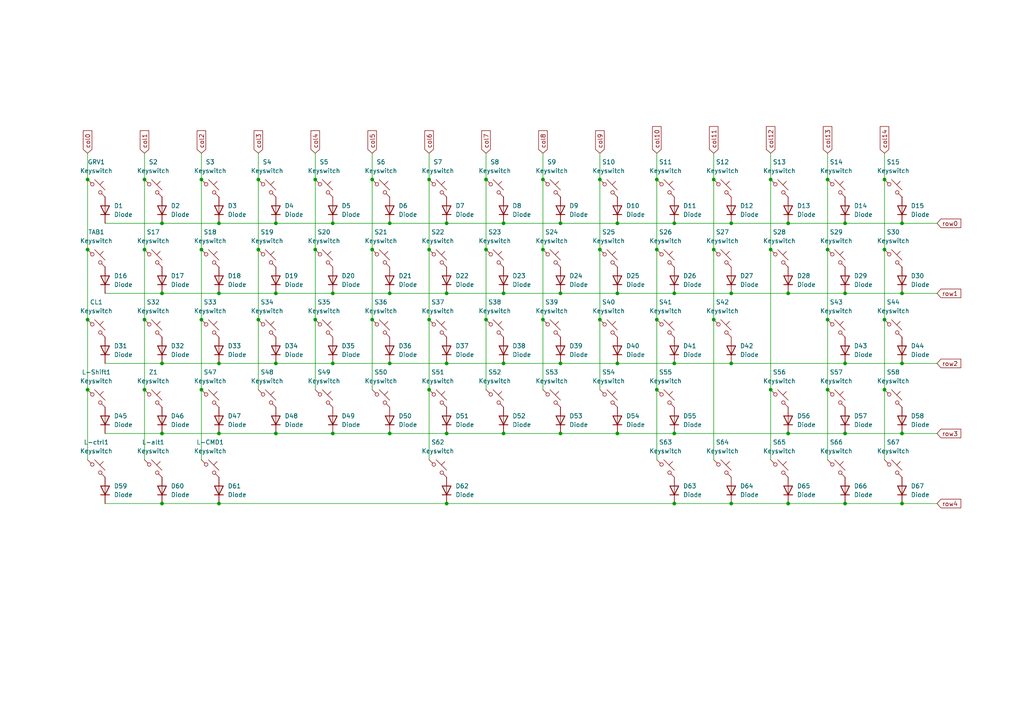
<source format=kicad_sch>
(kicad_sch (version 20230121) (generator eeschema)

  (uuid b305ef92-b28a-461a-9eea-c41b0727c856)

  (paper "A4")

  (lib_symbols
    (symbol "ScottoKeebs:Placeholder_Diode" (pin_numbers hide) (pin_names hide) (in_bom yes) (on_board yes)
      (property "Reference" "D" (at 0 2.54 0)
        (effects (font (size 1.27 1.27)))
      )
      (property "Value" "Diode" (at 0 -2.54 0)
        (effects (font (size 1.27 1.27)))
      )
      (property "Footprint" "" (at 0 0 0)
        (effects (font (size 1.27 1.27)) hide)
      )
      (property "Datasheet" "" (at 0 0 0)
        (effects (font (size 1.27 1.27)) hide)
      )
      (property "Sim.Device" "D" (at 0 0 0)
        (effects (font (size 1.27 1.27)) hide)
      )
      (property "Sim.Pins" "1=K 2=A" (at 0 0 0)
        (effects (font (size 1.27 1.27)) hide)
      )
      (property "ki_keywords" "diode" (at 0 0 0)
        (effects (font (size 1.27 1.27)) hide)
      )
      (property "ki_description" "1N4148 (DO-35) or 1N4148W (SOD-123)" (at 0 0 0)
        (effects (font (size 1.27 1.27)) hide)
      )
      (property "ki_fp_filters" "D*DO?35*" (at 0 0 0)
        (effects (font (size 1.27 1.27)) hide)
      )
      (symbol "Placeholder_Diode_0_1"
        (polyline
          (pts
            (xy -1.27 1.27)
            (xy -1.27 -1.27)
          )
          (stroke (width 0.254) (type default))
          (fill (type none))
        )
        (polyline
          (pts
            (xy 1.27 0)
            (xy -1.27 0)
          )
          (stroke (width 0) (type default))
          (fill (type none))
        )
        (polyline
          (pts
            (xy 1.27 1.27)
            (xy 1.27 -1.27)
            (xy -1.27 0)
            (xy 1.27 1.27)
          )
          (stroke (width 0.254) (type default))
          (fill (type none))
        )
      )
      (symbol "Placeholder_Diode_1_1"
        (pin passive line (at -3.81 0 0) (length 2.54)
          (name "K" (effects (font (size 1.27 1.27))))
          (number "1" (effects (font (size 1.27 1.27))))
        )
        (pin passive line (at 3.81 0 180) (length 2.54)
          (name "A" (effects (font (size 1.27 1.27))))
          (number "2" (effects (font (size 1.27 1.27))))
        )
      )
    )
    (symbol "ScottoKeebs:Placeholder_Keyswitch" (pin_numbers hide) (pin_names (offset 1.016) hide) (in_bom yes) (on_board yes)
      (property "Reference" "S" (at 3.048 1.016 0)
        (effects (font (size 1.27 1.27)) (justify left))
      )
      (property "Value" "Keyswitch" (at 0 -3.81 0)
        (effects (font (size 1.27 1.27)))
      )
      (property "Footprint" "" (at 0 0 0)
        (effects (font (size 1.27 1.27)) hide)
      )
      (property "Datasheet" "~" (at 0 0 0)
        (effects (font (size 1.27 1.27)) hide)
      )
      (property "ki_keywords" "switch normally-open pushbutton push-button" (at 0 0 0)
        (effects (font (size 1.27 1.27)) hide)
      )
      (property "ki_description" "Push button switch, normally open, two pins, 45° tilted" (at 0 0 0)
        (effects (font (size 1.27 1.27)) hide)
      )
      (symbol "Placeholder_Keyswitch_0_1"
        (circle (center -1.1684 1.1684) (radius 0.508)
          (stroke (width 0) (type default))
          (fill (type none))
        )
        (polyline
          (pts
            (xy -0.508 2.54)
            (xy 2.54 -0.508)
          )
          (stroke (width 0) (type default))
          (fill (type none))
        )
        (polyline
          (pts
            (xy 1.016 1.016)
            (xy 2.032 2.032)
          )
          (stroke (width 0) (type default))
          (fill (type none))
        )
        (polyline
          (pts
            (xy -2.54 2.54)
            (xy -1.524 1.524)
            (xy -1.524 1.524)
          )
          (stroke (width 0) (type default))
          (fill (type none))
        )
        (polyline
          (pts
            (xy 1.524 -1.524)
            (xy 2.54 -2.54)
            (xy 2.54 -2.54)
            (xy 2.54 -2.54)
          )
          (stroke (width 0) (type default))
          (fill (type none))
        )
        (circle (center 1.143 -1.1938) (radius 0.508)
          (stroke (width 0) (type default))
          (fill (type none))
        )
        (pin passive line (at -2.54 2.54 0) (length 0)
          (name "1" (effects (font (size 1.27 1.27))))
          (number "1" (effects (font (size 1.27 1.27))))
        )
        (pin passive line (at 2.54 -2.54 180) (length 0)
          (name "2" (effects (font (size 1.27 1.27))))
          (number "2" (effects (font (size 1.27 1.27))))
        )
      )
    )
  )

  (junction (at 46.99 85.09) (diameter 0) (color 0 0 0 0)
    (uuid 003d4bce-669c-47a1-bdb3-c0f6b76cc17e)
  )
  (junction (at 41.91 52.07) (diameter 0) (color 0 0 0 0)
    (uuid 03a3a5a8-c2a5-477a-9428-2ec2460d5dbb)
  )
  (junction (at 63.5 146.05) (diameter 0) (color 0 0 0 0)
    (uuid 050cabaf-9b35-4acc-98c4-5e6d78cefb12)
  )
  (junction (at 58.42 113.03) (diameter 0) (color 0 0 0 0)
    (uuid 05a97497-4941-47b9-93cf-9f307e17d9ab)
  )
  (junction (at 129.54 85.09) (diameter 0) (color 0 0 0 0)
    (uuid 062b9c65-7621-4ef1-a266-6a5ea63e96a3)
  )
  (junction (at 63.5 125.73) (diameter 0) (color 0 0 0 0)
    (uuid 0704957c-d894-4784-81c6-ff2e2398a0ff)
  )
  (junction (at 256.54 52.07) (diameter 0) (color 0 0 0 0)
    (uuid 08911e48-1b05-410d-a263-6e4907a111c4)
  )
  (junction (at 261.62 146.05) (diameter 0) (color 0 0 0 0)
    (uuid 0b89d144-8ceb-4ce2-89b7-663bfce59dcb)
  )
  (junction (at 113.03 105.41) (diameter 0) (color 0 0 0 0)
    (uuid 0c669610-661a-45a0-ba54-0522a0048c73)
  )
  (junction (at 195.58 64.77) (diameter 0) (color 0 0 0 0)
    (uuid 0de242b3-8856-4684-9d3f-4bd4f219f643)
  )
  (junction (at 107.95 92.71) (diameter 0) (color 0 0 0 0)
    (uuid 0f7b897b-79b4-43b3-84a5-9845d573342b)
  )
  (junction (at 173.99 72.39) (diameter 0) (color 0 0 0 0)
    (uuid 125da9be-c506-4ce5-807a-dbcea3f515a3)
  )
  (junction (at 140.97 72.39) (diameter 0) (color 0 0 0 0)
    (uuid 13bd4687-7f4c-4b42-8a27-b4f19ad5ab25)
  )
  (junction (at 261.62 64.77) (diameter 0) (color 0 0 0 0)
    (uuid 144ef47d-2036-4515-9c42-c47c272d4e6e)
  )
  (junction (at 179.07 105.41) (diameter 0) (color 0 0 0 0)
    (uuid 157cdf4c-a028-43ab-b94c-8edd43e49b55)
  )
  (junction (at 124.46 92.71) (diameter 0) (color 0 0 0 0)
    (uuid 16605856-b729-4e65-a9d5-834b553c4e34)
  )
  (junction (at 96.52 105.41) (diameter 0) (color 0 0 0 0)
    (uuid 1709df09-d020-45b1-ab3d-cdf766dd4919)
  )
  (junction (at 41.91 92.71) (diameter 0) (color 0 0 0 0)
    (uuid 17f73d26-5268-4fcc-873b-45a2c9ea7823)
  )
  (junction (at 157.48 92.71) (diameter 0) (color 0 0 0 0)
    (uuid 190d2491-94a0-4e0b-8716-dbab8cd864cb)
  )
  (junction (at 124.46 113.03) (diameter 0) (color 0 0 0 0)
    (uuid 1adfd427-86c6-40e1-8007-8d02bf71ffac)
  )
  (junction (at 157.48 72.39) (diameter 0) (color 0 0 0 0)
    (uuid 1de02db1-e208-4c38-943a-9577fd4b7651)
  )
  (junction (at 190.5 52.07) (diameter 0) (color 0 0 0 0)
    (uuid 248735f2-9346-4dd0-9c29-120b8df1ab29)
  )
  (junction (at 58.42 72.39) (diameter 0) (color 0 0 0 0)
    (uuid 24b25ccb-297a-421d-9fc0-29b09dd3c6be)
  )
  (junction (at 223.52 113.03) (diameter 0) (color 0 0 0 0)
    (uuid 265a828c-2338-48af-b184-85e45ec0eafd)
  )
  (junction (at 25.4 113.03) (diameter 0) (color 0 0 0 0)
    (uuid 26fa9628-0613-4034-ba9a-122f8ae2044c)
  )
  (junction (at 140.97 52.07) (diameter 0) (color 0 0 0 0)
    (uuid 2b281f59-3876-4e91-86c2-11a3009a37d6)
  )
  (junction (at 146.05 85.09) (diameter 0) (color 0 0 0 0)
    (uuid 31329dcf-af5e-4f9e-9b1d-8c0c4acd4903)
  )
  (junction (at 223.52 52.07) (diameter 0) (color 0 0 0 0)
    (uuid 31a0abd2-3637-43d1-a8c3-a32d571113f7)
  )
  (junction (at 228.6 85.09) (diameter 0) (color 0 0 0 0)
    (uuid 332cb273-6c4d-4ae7-968e-3a71237d7652)
  )
  (junction (at 207.01 72.39) (diameter 0) (color 0 0 0 0)
    (uuid 360cbb0b-7454-42a6-ab6f-eacf25f9df03)
  )
  (junction (at 261.62 105.41) (diameter 0) (color 0 0 0 0)
    (uuid 381815e9-4b2b-4763-892f-8106a3baec0f)
  )
  (junction (at 261.62 85.09) (diameter 0) (color 0 0 0 0)
    (uuid 3832e9a0-d196-4cc5-b59f-99dac8317b3a)
  )
  (junction (at 173.99 52.07) (diameter 0) (color 0 0 0 0)
    (uuid 3a9d0348-28f6-41ea-bb64-b4e9cc23156e)
  )
  (junction (at 80.01 125.73) (diameter 0) (color 0 0 0 0)
    (uuid 41d8a0e4-1a8c-4be0-a87f-48f985e2bb3b)
  )
  (junction (at 261.62 125.73) (diameter 0) (color 0 0 0 0)
    (uuid 423a2856-bc9e-46f4-b2b0-190c34a5e110)
  )
  (junction (at 240.03 92.71) (diameter 0) (color 0 0 0 0)
    (uuid 448321ce-1121-4fa9-9326-18db856cd1bf)
  )
  (junction (at 256.54 92.71) (diameter 0) (color 0 0 0 0)
    (uuid 476347c8-a29b-4ef1-bb28-b6565d3d7b20)
  )
  (junction (at 245.11 125.73) (diameter 0) (color 0 0 0 0)
    (uuid 48919b3d-9d7a-424a-ae04-eafda25c46b7)
  )
  (junction (at 190.5 92.71) (diameter 0) (color 0 0 0 0)
    (uuid 4904666b-6e58-4188-a72c-c51ec8e8d1da)
  )
  (junction (at 80.01 105.41) (diameter 0) (color 0 0 0 0)
    (uuid 4ca54910-74b1-48e5-8734-a06665747c69)
  )
  (junction (at 63.5 64.77) (diameter 0) (color 0 0 0 0)
    (uuid 4f9f7b21-ac2f-486b-be30-703c421270db)
  )
  (junction (at 228.6 64.77) (diameter 0) (color 0 0 0 0)
    (uuid 4fa2fa30-d694-4779-9561-804e567ae3ff)
  )
  (junction (at 129.54 105.41) (diameter 0) (color 0 0 0 0)
    (uuid 506f09d4-2b79-470d-b47e-9a36a56f9c46)
  )
  (junction (at 113.03 64.77) (diameter 0) (color 0 0 0 0)
    (uuid 507266c7-03ad-4e5c-a894-fc7e5585f42a)
  )
  (junction (at 74.93 52.07) (diameter 0) (color 0 0 0 0)
    (uuid 52407002-f00f-487f-ac04-b01e409d2952)
  )
  (junction (at 256.54 72.39) (diameter 0) (color 0 0 0 0)
    (uuid 53ecad8d-a222-4827-814d-9617bfe2cdf5)
  )
  (junction (at 162.56 85.09) (diameter 0) (color 0 0 0 0)
    (uuid 548401be-0570-4d5d-b82c-59c371d8b6c7)
  )
  (junction (at 58.42 52.07) (diameter 0) (color 0 0 0 0)
    (uuid 55ea8ea3-86b6-466a-b84a-e09f3b1d3219)
  )
  (junction (at 140.97 92.71) (diameter 0) (color 0 0 0 0)
    (uuid 562c71a2-36cf-4d9a-8c8a-6c1de9f1e0c7)
  )
  (junction (at 179.07 64.77) (diameter 0) (color 0 0 0 0)
    (uuid 571f193d-d538-47ce-8550-2f330a4e5a28)
  )
  (junction (at 146.05 125.73) (diameter 0) (color 0 0 0 0)
    (uuid 574723c5-2439-4a09-a343-cb2bc29c1627)
  )
  (junction (at 91.44 52.07) (diameter 0) (color 0 0 0 0)
    (uuid 5833a6f6-c0e3-477d-9b5b-1b7bdc96eeaa)
  )
  (junction (at 63.5 85.09) (diameter 0) (color 0 0 0 0)
    (uuid 5ce0e955-e338-46af-8807-b041bf9d8a54)
  )
  (junction (at 80.01 64.77) (diameter 0) (color 0 0 0 0)
    (uuid 71ecdc45-89d9-4a79-9b94-c70fdbb08d17)
  )
  (junction (at 207.01 92.71) (diameter 0) (color 0 0 0 0)
    (uuid 71fb7e73-5a22-4c6f-a147-86a58b7bd348)
  )
  (junction (at 240.03 72.39) (diameter 0) (color 0 0 0 0)
    (uuid 73d75f35-ffc4-488e-9415-acd0310f2cea)
  )
  (junction (at 162.56 64.77) (diameter 0) (color 0 0 0 0)
    (uuid 79edf67e-2ce5-426d-a822-a81728eab5f5)
  )
  (junction (at 245.11 146.05) (diameter 0) (color 0 0 0 0)
    (uuid 7cbdb456-5186-4fc7-bc96-03aa76de5da6)
  )
  (junction (at 162.56 125.73) (diameter 0) (color 0 0 0 0)
    (uuid 805d19cc-6729-4225-9a80-a486e79ccf81)
  )
  (junction (at 195.58 125.73) (diameter 0) (color 0 0 0 0)
    (uuid 830267be-70e5-4ea6-b65e-96e456311d08)
  )
  (junction (at 129.54 64.77) (diameter 0) (color 0 0 0 0)
    (uuid 8528af4c-c1c7-4f08-9fa2-da79d6837422)
  )
  (junction (at 146.05 105.41) (diameter 0) (color 0 0 0 0)
    (uuid 89bc07e8-74d8-4337-9161-ffa86ace29e9)
  )
  (junction (at 80.01 85.09) (diameter 0) (color 0 0 0 0)
    (uuid 8ae7e29b-978e-4f00-bc84-a2791fc452b6)
  )
  (junction (at 179.07 85.09) (diameter 0) (color 0 0 0 0)
    (uuid 8e1f23ef-176b-4651-a590-e8088c3afa6a)
  )
  (junction (at 46.99 125.73) (diameter 0) (color 0 0 0 0)
    (uuid 9073eb85-eb1d-4a7c-be6c-39a4b00b2a83)
  )
  (junction (at 245.11 105.41) (diameter 0) (color 0 0 0 0)
    (uuid 909c4663-4738-4f09-b6d5-5a863ead155d)
  )
  (junction (at 46.99 105.41) (diameter 0) (color 0 0 0 0)
    (uuid 92014dd9-aaf0-4b30-9fd0-66fd2f526373)
  )
  (junction (at 228.6 125.73) (diameter 0) (color 0 0 0 0)
    (uuid 923f5d71-a3f2-4bcc-817b-75d1a04cce1a)
  )
  (junction (at 212.09 85.09) (diameter 0) (color 0 0 0 0)
    (uuid 95b41a75-ab83-49ad-a9e8-15a3552557f2)
  )
  (junction (at 212.09 105.41) (diameter 0) (color 0 0 0 0)
    (uuid 9743e1ab-3d45-4583-b6ae-371ccf62e598)
  )
  (junction (at 195.58 146.05) (diameter 0) (color 0 0 0 0)
    (uuid 9b262a7f-73b4-4fd0-bdd0-cb8f7ef20a71)
  )
  (junction (at 58.42 92.71) (diameter 0) (color 0 0 0 0)
    (uuid 9bc7c180-cf78-43d2-ad53-563667049087)
  )
  (junction (at 190.5 72.39) (diameter 0) (color 0 0 0 0)
    (uuid 9cb424ab-6275-418f-bd4e-782b94238758)
  )
  (junction (at 195.58 105.41) (diameter 0) (color 0 0 0 0)
    (uuid 9e09ab77-47fb-4355-8e38-a4802458203b)
  )
  (junction (at 157.48 52.07) (diameter 0) (color 0 0 0 0)
    (uuid 9e16d8bc-3f20-4ac7-bdc6-29c39e0a3da3)
  )
  (junction (at 46.99 146.05) (diameter 0) (color 0 0 0 0)
    (uuid a041d7e2-4e22-48f9-82ff-509ee9bfced7)
  )
  (junction (at 146.05 64.77) (diameter 0) (color 0 0 0 0)
    (uuid a1bc194c-1d58-4d10-a9e8-b5f637673c31)
  )
  (junction (at 74.93 72.39) (diameter 0) (color 0 0 0 0)
    (uuid a51f9481-f6de-448c-a077-da72d74a5910)
  )
  (junction (at 129.54 146.05) (diameter 0) (color 0 0 0 0)
    (uuid a67ccc6e-7837-4c17-bb62-e3fb41a4bca1)
  )
  (junction (at 212.09 64.77) (diameter 0) (color 0 0 0 0)
    (uuid a8d6beca-d75c-49dd-9f94-fda87f944d4f)
  )
  (junction (at 74.93 92.71) (diameter 0) (color 0 0 0 0)
    (uuid ab2ae5ea-e4fc-4e1f-927e-e5d3db810d18)
  )
  (junction (at 129.54 125.73) (diameter 0) (color 0 0 0 0)
    (uuid ab4ad211-1fcb-4cb0-83f1-679a0d0e95b3)
  )
  (junction (at 124.46 52.07) (diameter 0) (color 0 0 0 0)
    (uuid abc3b765-8452-4c9a-9440-16e188cefa9b)
  )
  (junction (at 173.99 92.71) (diameter 0) (color 0 0 0 0)
    (uuid b168ac73-06ea-4c23-9665-dc52557706c3)
  )
  (junction (at 25.4 92.71) (diameter 0) (color 0 0 0 0)
    (uuid b2253b16-f768-4082-bbec-0c34edaac3a1)
  )
  (junction (at 223.52 72.39) (diameter 0) (color 0 0 0 0)
    (uuid b6e05b56-5460-4aae-9e16-3a9d9dab6dc8)
  )
  (junction (at 25.4 72.39) (diameter 0) (color 0 0 0 0)
    (uuid b8465e1e-e0bd-46b6-a6b8-b090078f5ec4)
  )
  (junction (at 96.52 125.73) (diameter 0) (color 0 0 0 0)
    (uuid b94403d2-baed-47fd-8978-dcbe3d7b0b09)
  )
  (junction (at 25.4 52.07) (diameter 0) (color 0 0 0 0)
    (uuid ba027975-dfdf-4927-9a28-10888cf2d23b)
  )
  (junction (at 162.56 105.41) (diameter 0) (color 0 0 0 0)
    (uuid be475ee3-a0ab-442f-af9a-f9f88b620d1c)
  )
  (junction (at 240.03 113.03) (diameter 0) (color 0 0 0 0)
    (uuid c0f68feb-b8ef-40e8-b89c-c8a0ce472529)
  )
  (junction (at 63.5 105.41) (diameter 0) (color 0 0 0 0)
    (uuid c19cde7f-25a1-4443-b2d4-9404c7b8be5c)
  )
  (junction (at 113.03 85.09) (diameter 0) (color 0 0 0 0)
    (uuid c3b63d06-6351-48ff-8a3f-e9adee6cfdfd)
  )
  (junction (at 107.95 52.07) (diameter 0) (color 0 0 0 0)
    (uuid c55fca91-94c9-4516-9a7c-5a51c7b854aa)
  )
  (junction (at 41.91 72.39) (diameter 0) (color 0 0 0 0)
    (uuid c6a77ad8-db2a-4bc5-ab67-c6a9f5c453a9)
  )
  (junction (at 96.52 64.77) (diameter 0) (color 0 0 0 0)
    (uuid cca7fe76-0694-4e72-9a9e-159990c6f910)
  )
  (junction (at 179.07 125.73) (diameter 0) (color 0 0 0 0)
    (uuid cf25caee-31bf-4707-b13e-e4b2b60e1ce9)
  )
  (junction (at 245.11 85.09) (diameter 0) (color 0 0 0 0)
    (uuid d260b267-7050-485d-8f7d-0f5f57ccb5bf)
  )
  (junction (at 124.46 72.39) (diameter 0) (color 0 0 0 0)
    (uuid d6100772-f682-454a-bb93-8a390cdec9cf)
  )
  (junction (at 228.6 146.05) (diameter 0) (color 0 0 0 0)
    (uuid d9bd73ef-361f-4b60-96fa-cd3170a1aab1)
  )
  (junction (at 113.03 125.73) (diameter 0) (color 0 0 0 0)
    (uuid d9f30169-332d-49ea-9cba-a92189028037)
  )
  (junction (at 190.5 113.03) (diameter 0) (color 0 0 0 0)
    (uuid daa2ce7d-3b75-40fd-ae22-66a3c076eb3d)
  )
  (junction (at 207.01 52.07) (diameter 0) (color 0 0 0 0)
    (uuid df5833e9-ee84-426c-923b-295fa23102fc)
  )
  (junction (at 256.54 113.03) (diameter 0) (color 0 0 0 0)
    (uuid e0c5e9d4-2e28-45c7-99b0-38c52fbb624f)
  )
  (junction (at 91.44 72.39) (diameter 0) (color 0 0 0 0)
    (uuid e4e3f32b-a1b7-4d2f-be1f-fc125c4975d7)
  )
  (junction (at 240.03 52.07) (diameter 0) (color 0 0 0 0)
    (uuid e543cbbb-4411-4156-856a-e5fe5116f93a)
  )
  (junction (at 245.11 64.77) (diameter 0) (color 0 0 0 0)
    (uuid e726a8be-a5f1-477e-b8d2-69a8fd2796a7)
  )
  (junction (at 46.99 64.77) (diameter 0) (color 0 0 0 0)
    (uuid ea17b0a3-d3db-4bb0-a1e6-03ed93f460ce)
  )
  (junction (at 212.09 146.05) (diameter 0) (color 0 0 0 0)
    (uuid eb10ad8e-6be3-490f-9f1e-c8ba97737278)
  )
  (junction (at 91.44 92.71) (diameter 0) (color 0 0 0 0)
    (uuid f1060533-0903-4ad2-bfef-a75d3d27019b)
  )
  (junction (at 107.95 72.39) (diameter 0) (color 0 0 0 0)
    (uuid f164cd93-2595-404a-b965-9d94ef7af8a1)
  )
  (junction (at 41.91 113.03) (diameter 0) (color 0 0 0 0)
    (uuid f5c74cd2-fe6d-4736-b85a-2d25a9eca98f)
  )
  (junction (at 96.52 85.09) (diameter 0) (color 0 0 0 0)
    (uuid f69341a5-d101-4836-b3c4-5a800bb0f83d)
  )
  (junction (at 195.58 85.09) (diameter 0) (color 0 0 0 0)
    (uuid f6aecbfb-a433-4ec5-9dc4-72fac7f632ba)
  )

  (wire (pts (xy 74.93 44.45) (xy 74.93 52.07))
    (stroke (width 0) (type default))
    (uuid 00da723c-efa6-46d2-93c8-b6ce46adad80)
  )
  (wire (pts (xy 129.54 85.09) (xy 146.05 85.09))
    (stroke (width 0) (type default))
    (uuid 042e1829-0948-4b4b-a892-c14d79dee0c8)
  )
  (wire (pts (xy 113.03 105.41) (xy 129.54 105.41))
    (stroke (width 0) (type default))
    (uuid 0641bee4-e3f5-4c16-9cc9-3101aeb6984d)
  )
  (wire (pts (xy 30.48 64.77) (xy 46.99 64.77))
    (stroke (width 0) (type default))
    (uuid 06c50063-532a-4bcb-81d1-69e936962aa0)
  )
  (wire (pts (xy 179.07 125.73) (xy 195.58 125.73))
    (stroke (width 0) (type default))
    (uuid 096e53e2-1f73-4735-937b-2a0689c0af43)
  )
  (wire (pts (xy 207.01 44.45) (xy 207.01 52.07))
    (stroke (width 0) (type default))
    (uuid 0b97fff4-5261-4750-b4a7-0d7c19ac7d24)
  )
  (wire (pts (xy 91.44 72.39) (xy 91.44 92.71))
    (stroke (width 0) (type default))
    (uuid 0e85082d-fe6b-4006-85d4-1f6594f2b122)
  )
  (wire (pts (xy 46.99 105.41) (xy 63.5 105.41))
    (stroke (width 0) (type default))
    (uuid 0f00516b-13bc-4cf9-a9c4-2fb0b56a1b34)
  )
  (wire (pts (xy 240.03 113.03) (xy 240.03 133.35))
    (stroke (width 0) (type default))
    (uuid 0f3e2808-5948-4efe-8be1-2a23fafc670d)
  )
  (wire (pts (xy 228.6 85.09) (xy 245.11 85.09))
    (stroke (width 0) (type default))
    (uuid 0f5c2512-c99f-4ee6-ad73-74430660067a)
  )
  (wire (pts (xy 240.03 92.71) (xy 240.03 113.03))
    (stroke (width 0) (type default))
    (uuid 10b73bfb-70cd-4b82-af7a-c6f06006a9b9)
  )
  (wire (pts (xy 179.07 64.77) (xy 195.58 64.77))
    (stroke (width 0) (type default))
    (uuid 1100c0bf-2495-4475-8cdc-37adfb990bd0)
  )
  (wire (pts (xy 240.03 52.07) (xy 240.03 72.39))
    (stroke (width 0) (type default))
    (uuid 123d978c-52e3-4725-bcd5-7985d7658642)
  )
  (wire (pts (xy 195.58 125.73) (xy 228.6 125.73))
    (stroke (width 0) (type default))
    (uuid 127c6d19-1654-46d9-a8e0-5552ac537085)
  )
  (wire (pts (xy 25.4 44.45) (xy 25.4 52.07))
    (stroke (width 0) (type default))
    (uuid 15534707-8111-42b6-ae80-752102fd3405)
  )
  (wire (pts (xy 245.11 85.09) (xy 261.62 85.09))
    (stroke (width 0) (type default))
    (uuid 16126129-7a0e-4152-9bed-ff5df08a5f4b)
  )
  (wire (pts (xy 41.91 72.39) (xy 41.91 92.71))
    (stroke (width 0) (type default))
    (uuid 17b9262d-b7c8-426f-8244-fd9298570a09)
  )
  (wire (pts (xy 63.5 64.77) (xy 80.01 64.77))
    (stroke (width 0) (type default))
    (uuid 1d765ed3-49c4-455c-a176-38304271db43)
  )
  (wire (pts (xy 173.99 72.39) (xy 173.99 92.71))
    (stroke (width 0) (type default))
    (uuid 1dab5794-60c9-4e2d-bf9f-7b0d1ae07301)
  )
  (wire (pts (xy 245.11 146.05) (xy 261.62 146.05))
    (stroke (width 0) (type default))
    (uuid 1dc63f9f-28e2-4465-a9af-b25a1e8ec3e5)
  )
  (wire (pts (xy 91.44 44.45) (xy 91.44 52.07))
    (stroke (width 0) (type default))
    (uuid 1fb0282b-3547-4647-859e-2140d3aec249)
  )
  (wire (pts (xy 30.48 105.41) (xy 46.99 105.41))
    (stroke (width 0) (type default))
    (uuid 22160866-1912-465a-8304-96f11926d8ff)
  )
  (wire (pts (xy 124.46 92.71) (xy 124.46 113.03))
    (stroke (width 0) (type default))
    (uuid 24b09c53-e870-4549-95fe-ab957c699900)
  )
  (wire (pts (xy 91.44 52.07) (xy 91.44 72.39))
    (stroke (width 0) (type default))
    (uuid 2bd78df4-f943-4859-83a0-0d3fad71f336)
  )
  (wire (pts (xy 129.54 105.41) (xy 146.05 105.41))
    (stroke (width 0) (type default))
    (uuid 2bdddd36-f189-4baf-88be-84c078d255af)
  )
  (wire (pts (xy 195.58 146.05) (xy 212.09 146.05))
    (stroke (width 0) (type default))
    (uuid 2d2db6da-7da3-495a-b4f5-ed7b4c19d65f)
  )
  (wire (pts (xy 195.58 64.77) (xy 212.09 64.77))
    (stroke (width 0) (type default))
    (uuid 2e739fe6-49b0-4be7-bfda-d9618b935e5c)
  )
  (wire (pts (xy 212.09 146.05) (xy 228.6 146.05))
    (stroke (width 0) (type default))
    (uuid 304ee1eb-6036-4030-be8d-4e4fce7ae577)
  )
  (wire (pts (xy 179.07 85.09) (xy 195.58 85.09))
    (stroke (width 0) (type default))
    (uuid 340c2bfb-407c-4a41-8627-f024246fd9c2)
  )
  (wire (pts (xy 162.56 125.73) (xy 179.07 125.73))
    (stroke (width 0) (type default))
    (uuid 39314574-e41f-4cf8-807a-358cb88c8ad8)
  )
  (wire (pts (xy 146.05 125.73) (xy 162.56 125.73))
    (stroke (width 0) (type default))
    (uuid 3be493ed-70c3-402c-94fd-8d1ea4298357)
  )
  (wire (pts (xy 124.46 44.45) (xy 124.46 52.07))
    (stroke (width 0) (type default))
    (uuid 3c9a97a6-29f7-469c-9683-cc5bd464d72d)
  )
  (wire (pts (xy 124.46 113.03) (xy 124.46 133.35))
    (stroke (width 0) (type default))
    (uuid 3ce801c8-e8a4-4482-881b-34d8e672cb89)
  )
  (wire (pts (xy 74.93 52.07) (xy 74.93 72.39))
    (stroke (width 0) (type default))
    (uuid 417a0cd7-c47c-493e-b7c7-541f3e307fdc)
  )
  (wire (pts (xy 113.03 64.77) (xy 129.54 64.77))
    (stroke (width 0) (type default))
    (uuid 45c5a480-4a6f-484e-b810-4971679fc10c)
  )
  (wire (pts (xy 207.01 92.71) (xy 207.01 133.35))
    (stroke (width 0) (type default))
    (uuid 464491fb-c7f5-4c6e-b4d7-dcd88336881c)
  )
  (wire (pts (xy 91.44 92.71) (xy 91.44 113.03))
    (stroke (width 0) (type default))
    (uuid 46bcabeb-21dd-457e-8dbf-090ffd5f3bb0)
  )
  (wire (pts (xy 41.91 44.45) (xy 41.91 52.07))
    (stroke (width 0) (type default))
    (uuid 473480cd-d769-4259-a044-53d6e9794912)
  )
  (wire (pts (xy 190.5 92.71) (xy 190.5 113.03))
    (stroke (width 0) (type default))
    (uuid 492ba7ed-d91c-402e-acca-191a5ae6bdd6)
  )
  (wire (pts (xy 157.48 72.39) (xy 157.48 92.71))
    (stroke (width 0) (type default))
    (uuid 54e23b43-530e-4e55-bc3b-66135b7c62bd)
  )
  (wire (pts (xy 124.46 52.07) (xy 124.46 72.39))
    (stroke (width 0) (type default))
    (uuid 5831c1d1-2d92-439f-8002-3fbcb04498e6)
  )
  (wire (pts (xy 195.58 105.41) (xy 212.09 105.41))
    (stroke (width 0) (type default))
    (uuid 5b20749e-82bf-4667-981b-25c8e45d2004)
  )
  (wire (pts (xy 58.42 72.39) (xy 58.42 92.71))
    (stroke (width 0) (type default))
    (uuid 5fe8323b-5587-4091-8d3f-199bdd3f9324)
  )
  (wire (pts (xy 129.54 125.73) (xy 146.05 125.73))
    (stroke (width 0) (type default))
    (uuid 610cf6c0-f6a3-4a3f-8d13-837e52ab2939)
  )
  (wire (pts (xy 96.52 64.77) (xy 113.03 64.77))
    (stroke (width 0) (type default))
    (uuid 61b3c74d-99b9-4422-9d14-f74b41d6bff7)
  )
  (wire (pts (xy 25.4 113.03) (xy 25.4 133.35))
    (stroke (width 0) (type default))
    (uuid 6240de22-f8ef-4918-9573-13c70acd222e)
  )
  (wire (pts (xy 30.48 146.05) (xy 46.99 146.05))
    (stroke (width 0) (type default))
    (uuid 6598b0e7-66e7-40cd-b2a6-4e5fca018abc)
  )
  (wire (pts (xy 107.95 44.45) (xy 107.95 52.07))
    (stroke (width 0) (type default))
    (uuid 6683a828-47b7-48ed-bf67-7a8579fa49d1)
  )
  (wire (pts (xy 63.5 105.41) (xy 80.01 105.41))
    (stroke (width 0) (type default))
    (uuid 677995a4-d3c8-4270-b148-6640a742dfaf)
  )
  (wire (pts (xy 74.93 92.71) (xy 74.93 113.03))
    (stroke (width 0) (type default))
    (uuid 6a5aaf4e-58d0-49b8-bfd0-3530985def5b)
  )
  (wire (pts (xy 245.11 105.41) (xy 261.62 105.41))
    (stroke (width 0) (type default))
    (uuid 6b29e019-4ccd-476f-8f64-35155945dcf3)
  )
  (wire (pts (xy 140.97 72.39) (xy 140.97 92.71))
    (stroke (width 0) (type default))
    (uuid 6d9fd3a1-6312-4d50-af3f-501ab93e5954)
  )
  (wire (pts (xy 179.07 105.41) (xy 195.58 105.41))
    (stroke (width 0) (type default))
    (uuid 6f00d0f6-5438-45c8-bbe7-ecfd701b1820)
  )
  (wire (pts (xy 173.99 44.45) (xy 173.99 52.07))
    (stroke (width 0) (type default))
    (uuid 75b100ee-3196-4163-9c55-6cfd57b4419a)
  )
  (wire (pts (xy 228.6 125.73) (xy 245.11 125.73))
    (stroke (width 0) (type default))
    (uuid 75c14112-ce0c-4e66-afbb-6a3b88dfa476)
  )
  (wire (pts (xy 107.95 92.71) (xy 107.95 113.03))
    (stroke (width 0) (type default))
    (uuid 75c67b41-cefa-4b10-b559-be041ae64f4b)
  )
  (wire (pts (xy 113.03 125.73) (xy 129.54 125.73))
    (stroke (width 0) (type default))
    (uuid 79bcafb5-ca43-4873-9433-703de2e04e9e)
  )
  (wire (pts (xy 261.62 64.77) (xy 271.78 64.77))
    (stroke (width 0) (type default))
    (uuid 7ca4efdb-d549-4b32-8fb5-a2913d6cb6ca)
  )
  (wire (pts (xy 223.52 52.07) (xy 223.52 72.39))
    (stroke (width 0) (type default))
    (uuid 7cd4329f-b582-4ecb-8eea-e6ff3ac5bc9c)
  )
  (wire (pts (xy 261.62 105.41) (xy 271.78 105.41))
    (stroke (width 0) (type default))
    (uuid 7efdfe9c-870c-4648-93a0-4395f2c2d8e0)
  )
  (wire (pts (xy 140.97 44.45) (xy 140.97 52.07))
    (stroke (width 0) (type default))
    (uuid 7fb22f34-5e9e-4f62-98eb-0ff40d39cc0a)
  )
  (wire (pts (xy 46.99 146.05) (xy 63.5 146.05))
    (stroke (width 0) (type default))
    (uuid 806faf13-ba85-4c20-9923-37a91f16e519)
  )
  (wire (pts (xy 58.42 44.45) (xy 58.42 52.07))
    (stroke (width 0) (type default))
    (uuid 80d6b7b1-285d-44ed-a402-9db1517c0ba9)
  )
  (wire (pts (xy 30.48 85.09) (xy 46.99 85.09))
    (stroke (width 0) (type default))
    (uuid 833bbfdc-f603-45f4-b08c-67095d21c7f1)
  )
  (wire (pts (xy 80.01 125.73) (xy 96.52 125.73))
    (stroke (width 0) (type default))
    (uuid 868ebb23-8e13-487a-bd86-b24096954230)
  )
  (wire (pts (xy 261.62 125.73) (xy 271.78 125.73))
    (stroke (width 0) (type default))
    (uuid 869a2517-d949-4811-bf97-ebc227b51370)
  )
  (wire (pts (xy 261.62 146.05) (xy 271.78 146.05))
    (stroke (width 0) (type default))
    (uuid 86e7ffb2-ae81-45c3-a81b-e6b4a66ab68c)
  )
  (wire (pts (xy 190.5 44.45) (xy 190.5 52.07))
    (stroke (width 0) (type default))
    (uuid 881661f6-b40d-4931-9e37-43e254a0bb13)
  )
  (wire (pts (xy 129.54 64.77) (xy 146.05 64.77))
    (stroke (width 0) (type default))
    (uuid 888dcd39-bbd4-467e-b803-9270cc3087df)
  )
  (wire (pts (xy 41.91 52.07) (xy 41.91 72.39))
    (stroke (width 0) (type default))
    (uuid 8e22d7d0-af5a-4a3b-9406-4aea58dacf32)
  )
  (wire (pts (xy 157.48 44.45) (xy 157.48 52.07))
    (stroke (width 0) (type default))
    (uuid 8e9136e8-ae1b-4ee8-9cd9-be96add0fba5)
  )
  (wire (pts (xy 223.52 44.45) (xy 223.52 52.07))
    (stroke (width 0) (type default))
    (uuid 8f1de681-e209-46a2-896e-7518c5b7c218)
  )
  (wire (pts (xy 41.91 113.03) (xy 41.91 133.35))
    (stroke (width 0) (type default))
    (uuid 90774d3d-2e52-4c3d-80a6-d8a930af9a64)
  )
  (wire (pts (xy 261.62 85.09) (xy 271.78 85.09))
    (stroke (width 0) (type default))
    (uuid 930dedbb-4f95-4299-b1d5-a2ccf1cd07e2)
  )
  (wire (pts (xy 25.4 72.39) (xy 25.4 92.71))
    (stroke (width 0) (type default))
    (uuid 95d44b3c-43ac-4491-8e40-8f8777629495)
  )
  (wire (pts (xy 96.52 125.73) (xy 113.03 125.73))
    (stroke (width 0) (type default))
    (uuid 968165c7-d853-4116-ad87-f1f946e0d453)
  )
  (wire (pts (xy 245.11 125.73) (xy 261.62 125.73))
    (stroke (width 0) (type default))
    (uuid 97699b45-4039-49eb-9728-72f0661c3e39)
  )
  (wire (pts (xy 240.03 72.39) (xy 240.03 92.71))
    (stroke (width 0) (type default))
    (uuid 9840ca41-96e8-40d5-b093-0a57a661202a)
  )
  (wire (pts (xy 256.54 72.39) (xy 256.54 92.71))
    (stroke (width 0) (type default))
    (uuid 99b3f53a-1a3e-4ec4-91ed-527beb623179)
  )
  (wire (pts (xy 212.09 64.77) (xy 228.6 64.77))
    (stroke (width 0) (type default))
    (uuid 9b19c7eb-b218-447c-a3f1-276c64c1b48a)
  )
  (wire (pts (xy 41.91 92.71) (xy 41.91 113.03))
    (stroke (width 0) (type default))
    (uuid 9ccefd7a-c703-43b4-ac6d-383052934b1c)
  )
  (wire (pts (xy 157.48 92.71) (xy 157.48 113.03))
    (stroke (width 0) (type default))
    (uuid 9f758af1-434e-4eb4-b539-f6046140945f)
  )
  (wire (pts (xy 74.93 72.39) (xy 74.93 92.71))
    (stroke (width 0) (type default))
    (uuid a04e2315-6368-4263-99fe-633c2dacfe48)
  )
  (wire (pts (xy 46.99 85.09) (xy 63.5 85.09))
    (stroke (width 0) (type default))
    (uuid a0af439a-8e50-45d5-9b5b-4a9425d19a43)
  )
  (wire (pts (xy 162.56 64.77) (xy 179.07 64.77))
    (stroke (width 0) (type default))
    (uuid a0c27a0f-61f3-4b56-85dd-5f44e5118739)
  )
  (wire (pts (xy 25.4 92.71) (xy 25.4 113.03))
    (stroke (width 0) (type default))
    (uuid a17c5daf-ff79-4bc4-abb3-420ef9686147)
  )
  (wire (pts (xy 212.09 105.41) (xy 245.11 105.41))
    (stroke (width 0) (type default))
    (uuid a2a6bd61-ee9a-430c-bad6-d58bfe593aa2)
  )
  (wire (pts (xy 162.56 85.09) (xy 179.07 85.09))
    (stroke (width 0) (type default))
    (uuid a488fb70-25f6-4058-b7a8-8b17d9864358)
  )
  (wire (pts (xy 256.54 52.07) (xy 256.54 72.39))
    (stroke (width 0) (type default))
    (uuid a61706e3-94b7-46c4-8981-3b9f8169e46a)
  )
  (wire (pts (xy 25.4 52.07) (xy 25.4 72.39))
    (stroke (width 0) (type default))
    (uuid a6f4886f-5a2e-4d9e-871c-0bb5a9a6dbca)
  )
  (wire (pts (xy 80.01 85.09) (xy 96.52 85.09))
    (stroke (width 0) (type default))
    (uuid a7668181-ca92-43a8-8d25-a18a18cc0d5c)
  )
  (wire (pts (xy 58.42 113.03) (xy 58.42 133.35))
    (stroke (width 0) (type default))
    (uuid a92291cb-5285-46ff-a0b1-7c6d838904a2)
  )
  (wire (pts (xy 157.48 52.07) (xy 157.48 72.39))
    (stroke (width 0) (type default))
    (uuid a9bc557c-ecdc-495b-b8d9-a7ceb4c907f5)
  )
  (wire (pts (xy 107.95 52.07) (xy 107.95 72.39))
    (stroke (width 0) (type default))
    (uuid a9de89b9-fc61-4b6d-a047-21e4d29f5807)
  )
  (wire (pts (xy 212.09 85.09) (xy 228.6 85.09))
    (stroke (width 0) (type default))
    (uuid aa107984-e331-4dd5-ad47-2c509bfe6409)
  )
  (wire (pts (xy 80.01 105.41) (xy 96.52 105.41))
    (stroke (width 0) (type default))
    (uuid ab567ead-a8a3-4b9c-90f7-c5fc34433872)
  )
  (wire (pts (xy 223.52 113.03) (xy 223.52 133.35))
    (stroke (width 0) (type default))
    (uuid af519e0a-9fac-4c93-b925-203f88a67fa6)
  )
  (wire (pts (xy 63.5 85.09) (xy 80.01 85.09))
    (stroke (width 0) (type default))
    (uuid b199e551-a21d-48d8-a210-5fe9963e289e)
  )
  (wire (pts (xy 256.54 92.71) (xy 256.54 113.03))
    (stroke (width 0) (type default))
    (uuid b1cd5424-a111-4e66-83aa-11d1ec267c21)
  )
  (wire (pts (xy 190.5 72.39) (xy 190.5 92.71))
    (stroke (width 0) (type default))
    (uuid b3a33016-24a7-4ded-acbf-8c001c4ebd3f)
  )
  (wire (pts (xy 173.99 52.07) (xy 173.99 72.39))
    (stroke (width 0) (type default))
    (uuid b706c262-4719-4d77-9a0c-8ec32f04d2b9)
  )
  (wire (pts (xy 46.99 64.77) (xy 63.5 64.77))
    (stroke (width 0) (type default))
    (uuid ba785396-8fe1-40b3-8a47-ad655de21d26)
  )
  (wire (pts (xy 256.54 113.03) (xy 256.54 133.35))
    (stroke (width 0) (type default))
    (uuid bc9cad83-9784-46a7-bf15-2bbef150a9f7)
  )
  (wire (pts (xy 107.95 72.39) (xy 107.95 92.71))
    (stroke (width 0) (type default))
    (uuid be832cb9-b8a0-4b9f-88ce-6a7eac205869)
  )
  (wire (pts (xy 96.52 105.41) (xy 113.03 105.41))
    (stroke (width 0) (type default))
    (uuid bf5426d7-d183-46e0-8b1f-c05d60df2dad)
  )
  (wire (pts (xy 46.99 125.73) (xy 63.5 125.73))
    (stroke (width 0) (type default))
    (uuid c1137f09-869b-487a-92c8-5993cdab2a0f)
  )
  (wire (pts (xy 256.54 44.45) (xy 256.54 52.07))
    (stroke (width 0) (type default))
    (uuid c35bb404-b5be-4a80-aaa6-1511c0c3ae09)
  )
  (wire (pts (xy 228.6 146.05) (xy 245.11 146.05))
    (stroke (width 0) (type default))
    (uuid c3c28284-fa2c-423f-91ce-1640c5b40fbc)
  )
  (wire (pts (xy 207.01 72.39) (xy 207.01 92.71))
    (stroke (width 0) (type default))
    (uuid c498003f-7b11-42b7-a56d-92a1b69cc3d5)
  )
  (wire (pts (xy 63.5 146.05) (xy 129.54 146.05))
    (stroke (width 0) (type default))
    (uuid c6d3c00b-f163-4d94-8d2b-2ecc63e4e6c8)
  )
  (wire (pts (xy 96.52 85.09) (xy 113.03 85.09))
    (stroke (width 0) (type default))
    (uuid c7beb174-da65-4786-9b4b-83ee03c6495b)
  )
  (wire (pts (xy 124.46 72.39) (xy 124.46 92.71))
    (stroke (width 0) (type default))
    (uuid c81b4215-c3f6-4187-b4e0-5a7275eb82eb)
  )
  (wire (pts (xy 162.56 105.41) (xy 179.07 105.41))
    (stroke (width 0) (type default))
    (uuid ca34439d-478e-4a5e-ba82-64f876d50b65)
  )
  (wire (pts (xy 223.52 72.39) (xy 223.52 113.03))
    (stroke (width 0) (type default))
    (uuid cc8409b8-9262-491f-809a-aa024ff5b3c8)
  )
  (wire (pts (xy 228.6 64.77) (xy 245.11 64.77))
    (stroke (width 0) (type default))
    (uuid cdc1d812-6f06-4b0d-9796-58862e216c43)
  )
  (wire (pts (xy 240.03 44.45) (xy 240.03 52.07))
    (stroke (width 0) (type default))
    (uuid ced5711d-dd9f-4634-8b90-18edc0de2324)
  )
  (wire (pts (xy 58.42 92.71) (xy 58.42 113.03))
    (stroke (width 0) (type default))
    (uuid d36d4770-445b-4c39-a971-553fa1b5ce54)
  )
  (wire (pts (xy 195.58 85.09) (xy 212.09 85.09))
    (stroke (width 0) (type default))
    (uuid d423c969-5eb3-4db2-b983-13a0e8b37e89)
  )
  (wire (pts (xy 190.5 113.03) (xy 190.5 133.35))
    (stroke (width 0) (type default))
    (uuid e017f37f-22e5-4c3b-8227-5734070cd975)
  )
  (wire (pts (xy 173.99 92.71) (xy 173.99 113.03))
    (stroke (width 0) (type default))
    (uuid e140bb5a-3996-4c87-af43-689c2354a6f4)
  )
  (wire (pts (xy 146.05 105.41) (xy 162.56 105.41))
    (stroke (width 0) (type default))
    (uuid e1d447d4-aa81-48ca-8167-daebfbeba222)
  )
  (wire (pts (xy 140.97 52.07) (xy 140.97 72.39))
    (stroke (width 0) (type default))
    (uuid e20d91fa-8924-49be-a505-6f971aa1f829)
  )
  (wire (pts (xy 58.42 52.07) (xy 58.42 72.39))
    (stroke (width 0) (type default))
    (uuid e34ebeb6-4543-4744-ab61-4ef302a66704)
  )
  (wire (pts (xy 63.5 125.73) (xy 80.01 125.73))
    (stroke (width 0) (type default))
    (uuid e85e8f47-7a28-482f-8518-add63b46c401)
  )
  (wire (pts (xy 129.54 146.05) (xy 195.58 146.05))
    (stroke (width 0) (type default))
    (uuid e8f62933-9bd1-4181-b2fc-e92f2bff298c)
  )
  (wire (pts (xy 146.05 85.09) (xy 162.56 85.09))
    (stroke (width 0) (type default))
    (uuid ea53f3b5-0776-47f9-ae73-53dba857a257)
  )
  (wire (pts (xy 245.11 64.77) (xy 261.62 64.77))
    (stroke (width 0) (type default))
    (uuid ea650d6a-7871-4a1b-aea7-c9090b513384)
  )
  (wire (pts (xy 190.5 52.07) (xy 190.5 72.39))
    (stroke (width 0) (type default))
    (uuid ec39415d-d38e-4355-9991-26753b35f39e)
  )
  (wire (pts (xy 140.97 92.71) (xy 140.97 113.03))
    (stroke (width 0) (type default))
    (uuid ed01e9ea-b8f2-479a-ad96-e59e74969995)
  )
  (wire (pts (xy 113.03 85.09) (xy 129.54 85.09))
    (stroke (width 0) (type default))
    (uuid f18b4859-29da-4546-b992-a2f44d28808f)
  )
  (wire (pts (xy 30.48 125.73) (xy 46.99 125.73))
    (stroke (width 0) (type default))
    (uuid f52a30cc-f9f9-4711-89e9-d31f29afba31)
  )
  (wire (pts (xy 146.05 64.77) (xy 162.56 64.77))
    (stroke (width 0) (type default))
    (uuid f93e7008-339b-4197-9649-b49fa382bb9e)
  )
  (wire (pts (xy 80.01 64.77) (xy 96.52 64.77))
    (stroke (width 0) (type default))
    (uuid fafef525-0979-44c6-aea1-2be5739919ba)
  )
  (wire (pts (xy 207.01 52.07) (xy 207.01 72.39))
    (stroke (width 0) (type default))
    (uuid ff8915c1-f34c-4662-9e69-4eca5ec7f9c4)
  )

  (global_label "col10" (shape input) (at 190.5 44.45 90) (fields_autoplaced)
    (effects (font (size 1.27 1.27)) (justify left))
    (uuid 02e39e2e-24c6-48c0-aae8-37809c198167)
    (property "Intersheetrefs" "${INTERSHEET_REFS}" (at 190.5 36.143 90)
      (effects (font (size 1.27 1.27)) (justify left) hide)
    )
  )
  (global_label "col8" (shape input) (at 157.48 44.45 90) (fields_autoplaced)
    (effects (font (size 1.27 1.27)) (justify left))
    (uuid 07c8e3a3-7e5e-4910-ac5a-ce6c5f1992b9)
    (property "Intersheetrefs" "${INTERSHEET_REFS}" (at 157.48 37.3525 90)
      (effects (font (size 1.27 1.27)) (justify left) hide)
    )
  )
  (global_label "col5" (shape input) (at 107.95 44.45 90) (fields_autoplaced)
    (effects (font (size 1.27 1.27)) (justify left))
    (uuid 12cd278d-f9da-4125-8c07-a66686784e9c)
    (property "Intersheetrefs" "${INTERSHEET_REFS}" (at 107.95 37.3525 90)
      (effects (font (size 1.27 1.27)) (justify left) hide)
    )
  )
  (global_label "col4" (shape input) (at 91.44 44.45 90) (fields_autoplaced)
    (effects (font (size 1.27 1.27)) (justify left))
    (uuid 36017b0d-6768-4c2d-ad2c-f1193681e4f5)
    (property "Intersheetrefs" "${INTERSHEET_REFS}" (at 91.44 37.3525 90)
      (effects (font (size 1.27 1.27)) (justify left) hide)
    )
  )
  (global_label "col2" (shape input) (at 58.42 44.45 90) (fields_autoplaced)
    (effects (font (size 1.27 1.27)) (justify left))
    (uuid 39815b06-032f-43d2-b08d-8b93aead6dc3)
    (property "Intersheetrefs" "${INTERSHEET_REFS}" (at 58.42 37.3525 90)
      (effects (font (size 1.27 1.27)) (justify left) hide)
    )
  )
  (global_label "col0" (shape input) (at 25.4 44.45 90) (fields_autoplaced)
    (effects (font (size 1.27 1.27)) (justify left))
    (uuid 40271cb3-b3b5-422d-b402-7340c0a11e89)
    (property "Intersheetrefs" "${INTERSHEET_REFS}" (at 25.4 37.3525 90)
      (effects (font (size 1.27 1.27)) (justify left) hide)
    )
  )
  (global_label "col12" (shape input) (at 223.52 44.45 90) (fields_autoplaced)
    (effects (font (size 1.27 1.27)) (justify left))
    (uuid 4fbf1980-c77e-43ee-9c3d-0fdd2c7e7b47)
    (property "Intersheetrefs" "${INTERSHEET_REFS}" (at 223.52 36.143 90)
      (effects (font (size 1.27 1.27)) (justify left) hide)
    )
  )
  (global_label "col1" (shape input) (at 41.91 44.45 90) (fields_autoplaced)
    (effects (font (size 1.27 1.27)) (justify left))
    (uuid 5ce55139-3983-491e-bc45-02e0d1e42794)
    (property "Intersheetrefs" "${INTERSHEET_REFS}" (at 41.91 37.3525 90)
      (effects (font (size 1.27 1.27)) (justify left) hide)
    )
  )
  (global_label "col9" (shape input) (at 173.99 44.45 90) (fields_autoplaced)
    (effects (font (size 1.27 1.27)) (justify left))
    (uuid 8088f5e5-2584-492e-ae78-9c02463e3d4b)
    (property "Intersheetrefs" "${INTERSHEET_REFS}" (at 173.99 37.3525 90)
      (effects (font (size 1.27 1.27)) (justify left) hide)
    )
  )
  (global_label "col11" (shape input) (at 207.01 44.45 90) (fields_autoplaced)
    (effects (font (size 1.27 1.27)) (justify left))
    (uuid 9bd14605-460e-4e3e-a3b9-bff6e3eb962c)
    (property "Intersheetrefs" "${INTERSHEET_REFS}" (at 207.01 36.143 90)
      (effects (font (size 1.27 1.27)) (justify left) hide)
    )
  )
  (global_label "col7" (shape input) (at 140.97 44.45 90) (fields_autoplaced)
    (effects (font (size 1.27 1.27)) (justify left))
    (uuid a6f9b130-b9cb-4900-8557-3a9f8d3df89e)
    (property "Intersheetrefs" "${INTERSHEET_REFS}" (at 140.97 37.3525 90)
      (effects (font (size 1.27 1.27)) (justify left) hide)
    )
  )
  (global_label "row0" (shape input) (at 271.78 64.77 0) (fields_autoplaced)
    (effects (font (size 1.27 1.27)) (justify left))
    (uuid af272fb5-1c3e-4672-a1f5-f52fb2127e18)
    (property "Intersheetrefs" "${INTERSHEET_REFS}" (at 279.2404 64.77 0)
      (effects (font (size 1.27 1.27)) (justify left) hide)
    )
  )
  (global_label "row3" (shape input) (at 271.78 125.73 0) (fields_autoplaced)
    (effects (font (size 1.27 1.27)) (justify left))
    (uuid b1c8c540-8a9f-4b81-ab64-f9c9f8ddda8e)
    (property "Intersheetrefs" "${INTERSHEET_REFS}" (at 279.2404 125.73 0)
      (effects (font (size 1.27 1.27)) (justify left) hide)
    )
  )
  (global_label "row2" (shape input) (at 271.78 105.41 0) (fields_autoplaced)
    (effects (font (size 1.27 1.27)) (justify left))
    (uuid b1ee5233-6643-4d22-bcd0-88132b392579)
    (property "Intersheetrefs" "${INTERSHEET_REFS}" (at 279.2404 105.41 0)
      (effects (font (size 1.27 1.27)) (justify left) hide)
    )
  )
  (global_label "col3" (shape input) (at 74.93 44.45 90) (fields_autoplaced)
    (effects (font (size 1.27 1.27)) (justify left))
    (uuid bdf7c5de-eb19-40c0-9b0a-f725df655866)
    (property "Intersheetrefs" "${INTERSHEET_REFS}" (at 74.93 37.3525 90)
      (effects (font (size 1.27 1.27)) (justify left) hide)
    )
  )
  (global_label "row1" (shape input) (at 271.78 85.09 0) (fields_autoplaced)
    (effects (font (size 1.27 1.27)) (justify left))
    (uuid c7f8481e-5b56-45f2-8666-4cd930d53bac)
    (property "Intersheetrefs" "${INTERSHEET_REFS}" (at 279.2404 85.09 0)
      (effects (font (size 1.27 1.27)) (justify left) hide)
    )
  )
  (global_label "col14" (shape input) (at 256.54 44.45 90) (fields_autoplaced)
    (effects (font (size 1.27 1.27)) (justify left))
    (uuid ca20ab14-1b40-437e-9a1f-d075d0b194ac)
    (property "Intersheetrefs" "${INTERSHEET_REFS}" (at 256.54 36.143 90)
      (effects (font (size 1.27 1.27)) (justify left) hide)
    )
  )
  (global_label "col13" (shape input) (at 240.03 44.45 90) (fields_autoplaced)
    (effects (font (size 1.27 1.27)) (justify left))
    (uuid cb1df9d2-2d21-44b1-bca9-5f40339aa6cd)
    (property "Intersheetrefs" "${INTERSHEET_REFS}" (at 240.03 36.143 90)
      (effects (font (size 1.27 1.27)) (justify left) hide)
    )
  )
  (global_label "col6" (shape input) (at 124.46 44.45 90) (fields_autoplaced)
    (effects (font (size 1.27 1.27)) (justify left))
    (uuid d692a0f1-de3c-4eeb-8a8e-9154859067ea)
    (property "Intersheetrefs" "${INTERSHEET_REFS}" (at 124.46 37.3525 90)
      (effects (font (size 1.27 1.27)) (justify left) hide)
    )
  )
  (global_label "row4" (shape input) (at 271.78 146.05 0) (fields_autoplaced)
    (effects (font (size 1.27 1.27)) (justify left))
    (uuid e4dc0f58-0840-4dc3-8eb9-171913be77e8)
    (property "Intersheetrefs" "${INTERSHEET_REFS}" (at 279.2404 146.05 0)
      (effects (font (size 1.27 1.27)) (justify left) hide)
    )
  )

  (symbol (lib_id "ScottoKeebs:Placeholder_Diode") (at 80.01 121.92 90) (unit 1)
    (in_bom yes) (on_board yes) (dnp no) (fields_autoplaced)
    (uuid 03b20eef-b619-415b-8447-13151fd806a4)
    (property "Reference" "D48" (at 82.55 120.65 90)
      (effects (font (size 1.27 1.27)) (justify right))
    )
    (property "Value" "Diode" (at 82.55 123.19 90)
      (effects (font (size 1.27 1.27)) (justify right))
    )
    (property "Footprint" "ScottoKeebs_Components:Diode_SOD-123" (at 80.01 121.92 0)
      (effects (font (size 1.27 1.27)) hide)
    )
    (property "Datasheet" "" (at 80.01 121.92 0)
      (effects (font (size 1.27 1.27)) hide)
    )
    (property "Sim.Device" "D" (at 80.01 121.92 0)
      (effects (font (size 1.27 1.27)) hide)
    )
    (property "Sim.Pins" "1=K 2=A" (at 80.01 121.92 0)
      (effects (font (size 1.27 1.27)) hide)
    )
    (pin "2" (uuid 2683d93c-8889-45eb-81fb-f3412c8a2a9e))
    (pin "1" (uuid 51fcd711-a219-42a7-94ef-45f777fef025))
    (instances
      (project "Keyboard2"
        (path "/d8358cdd-3573-499d-b588-011f9d295c98/4bb0307e-611a-4a72-ac76-0d2abea0a826"
          (reference "D48") (unit 1)
        )
      )
    )
  )

  (symbol (lib_id "ScottoKeebs:Placeholder_Diode") (at 245.11 60.96 90) (unit 1)
    (in_bom yes) (on_board yes) (dnp no) (fields_autoplaced)
    (uuid 061e57ff-23a2-4338-9ca6-475021da5121)
    (property "Reference" "D14" (at 247.65 59.69 90)
      (effects (font (size 1.27 1.27)) (justify right))
    )
    (property "Value" "Diode" (at 247.65 62.23 90)
      (effects (font (size 1.27 1.27)) (justify right))
    )
    (property "Footprint" "ScottoKeebs_Components:Diode_SOD-123" (at 245.11 60.96 0)
      (effects (font (size 1.27 1.27)) hide)
    )
    (property "Datasheet" "" (at 245.11 60.96 0)
      (effects (font (size 1.27 1.27)) hide)
    )
    (property "Sim.Device" "D" (at 245.11 60.96 0)
      (effects (font (size 1.27 1.27)) hide)
    )
    (property "Sim.Pins" "1=K 2=A" (at 245.11 60.96 0)
      (effects (font (size 1.27 1.27)) hide)
    )
    (pin "2" (uuid de5a5005-54c5-4a10-ad29-af8752bdaaa3))
    (pin "1" (uuid 909ac4e8-24f0-4020-8132-4ec6e044b457))
    (instances
      (project "Keyboard2"
        (path "/d8358cdd-3573-499d-b588-011f9d295c98/4bb0307e-611a-4a72-ac76-0d2abea0a826"
          (reference "D14") (unit 1)
        )
      )
    )
  )

  (symbol (lib_id "ScottoKeebs:Placeholder_Diode") (at 212.09 60.96 90) (unit 1)
    (in_bom yes) (on_board yes) (dnp no) (fields_autoplaced)
    (uuid 0a4d715a-9595-49f2-a154-7fd90bb93596)
    (property "Reference" "D12" (at 214.63 59.69 90)
      (effects (font (size 1.27 1.27)) (justify right))
    )
    (property "Value" "Diode" (at 214.63 62.23 90)
      (effects (font (size 1.27 1.27)) (justify right))
    )
    (property "Footprint" "ScottoKeebs_Components:Diode_SOD-123" (at 212.09 60.96 0)
      (effects (font (size 1.27 1.27)) hide)
    )
    (property "Datasheet" "" (at 212.09 60.96 0)
      (effects (font (size 1.27 1.27)) hide)
    )
    (property "Sim.Device" "D" (at 212.09 60.96 0)
      (effects (font (size 1.27 1.27)) hide)
    )
    (property "Sim.Pins" "1=K 2=A" (at 212.09 60.96 0)
      (effects (font (size 1.27 1.27)) hide)
    )
    (pin "2" (uuid 2f2b9a84-a86f-45c2-945e-3f16cc7ce211))
    (pin "1" (uuid 5e0513e7-d922-407d-9cb0-65a6f5bc3aa3))
    (instances
      (project "Keyboard2"
        (path "/d8358cdd-3573-499d-b588-011f9d295c98/4bb0307e-611a-4a72-ac76-0d2abea0a826"
          (reference "D12") (unit 1)
        )
      )
    )
  )

  (symbol (lib_id "ScottoKeebs:Placeholder_Diode") (at 30.48 121.92 90) (unit 1)
    (in_bom yes) (on_board yes) (dnp no) (fields_autoplaced)
    (uuid 11f23502-434e-4169-8fd5-9f6066a46c7c)
    (property "Reference" "D45" (at 33.02 120.65 90)
      (effects (font (size 1.27 1.27)) (justify right))
    )
    (property "Value" "Diode" (at 33.02 123.19 90)
      (effects (font (size 1.27 1.27)) (justify right))
    )
    (property "Footprint" "ScottoKeebs_Components:Diode_SOD-123" (at 30.48 121.92 0)
      (effects (font (size 1.27 1.27)) hide)
    )
    (property "Datasheet" "" (at 30.48 121.92 0)
      (effects (font (size 1.27 1.27)) hide)
    )
    (property "Sim.Device" "D" (at 30.48 121.92 0)
      (effects (font (size 1.27 1.27)) hide)
    )
    (property "Sim.Pins" "1=K 2=A" (at 30.48 121.92 0)
      (effects (font (size 1.27 1.27)) hide)
    )
    (pin "2" (uuid d7714a9e-0f73-436a-88db-d210c90cc309))
    (pin "1" (uuid 643c1b65-1557-49b2-b879-3f02482ddf8c))
    (instances
      (project "Keyboard2"
        (path "/d8358cdd-3573-499d-b588-011f9d295c98/4bb0307e-611a-4a72-ac76-0d2abea0a826"
          (reference "D45") (unit 1)
        )
      )
    )
  )

  (symbol (lib_id "ScottoKeebs:Placeholder_Diode") (at 46.99 142.24 90) (unit 1)
    (in_bom yes) (on_board yes) (dnp no) (fields_autoplaced)
    (uuid 120d200b-f831-470f-b8b6-f35e77a4c071)
    (property "Reference" "D60" (at 49.53 140.97 90)
      (effects (font (size 1.27 1.27)) (justify right))
    )
    (property "Value" "Diode" (at 49.53 143.51 90)
      (effects (font (size 1.27 1.27)) (justify right))
    )
    (property "Footprint" "ScottoKeebs_Components:Diode_SOD-123" (at 46.99 142.24 0)
      (effects (font (size 1.27 1.27)) hide)
    )
    (property "Datasheet" "" (at 46.99 142.24 0)
      (effects (font (size 1.27 1.27)) hide)
    )
    (property "Sim.Device" "D" (at 46.99 142.24 0)
      (effects (font (size 1.27 1.27)) hide)
    )
    (property "Sim.Pins" "1=K 2=A" (at 46.99 142.24 0)
      (effects (font (size 1.27 1.27)) hide)
    )
    (pin "2" (uuid af393f17-b57a-4530-8804-4ef79daece6b))
    (pin "1" (uuid 9cccddb8-943d-4576-9f7c-3757a2f355c6))
    (instances
      (project "Keyboard2"
        (path "/d8358cdd-3573-499d-b588-011f9d295c98/4bb0307e-611a-4a72-ac76-0d2abea0a826"
          (reference "D60") (unit 1)
        )
      )
    )
  )

  (symbol (lib_id "ScottoKeebs:Placeholder_Keyswitch") (at 27.94 74.93 0) (unit 1)
    (in_bom yes) (on_board yes) (dnp no) (fields_autoplaced)
    (uuid 1336ea29-899c-476a-b546-b8450ef03e46)
    (property "Reference" "TAB1" (at 27.94 67.31 0)
      (effects (font (size 1.27 1.27)))
    )
    (property "Value" "Keyswitch" (at 27.94 69.85 0)
      (effects (font (size 1.27 1.27)))
    )
    (property "Footprint" "ScottoKeebs_Hotswap:Hotswap_MX_1.50u" (at 27.94 74.93 0)
      (effects (font (size 1.27 1.27)) hide)
    )
    (property "Datasheet" "~" (at 27.94 74.93 0)
      (effects (font (size 1.27 1.27)) hide)
    )
    (pin "2" (uuid bddc2cd8-dabf-4fe3-8c39-579d0dae17d3))
    (pin "1" (uuid c025eba2-e372-4b11-ba82-b3fdc06d7180))
    (instances
      (project "Keyboard2"
        (path "/d8358cdd-3573-499d-b588-011f9d295c98/4bb0307e-611a-4a72-ac76-0d2abea0a826"
          (reference "TAB1") (unit 1)
        )
      )
    )
  )

  (symbol (lib_id "ScottoKeebs:Placeholder_Diode") (at 30.48 142.24 90) (unit 1)
    (in_bom yes) (on_board yes) (dnp no) (fields_autoplaced)
    (uuid 14e53974-b2e2-4dd4-ae4e-7e9018853eb4)
    (property "Reference" "D59" (at 33.02 140.97 90)
      (effects (font (size 1.27 1.27)) (justify right))
    )
    (property "Value" "Diode" (at 33.02 143.51 90)
      (effects (font (size 1.27 1.27)) (justify right))
    )
    (property "Footprint" "ScottoKeebs_Components:Diode_SOD-123" (at 30.48 142.24 0)
      (effects (font (size 1.27 1.27)) hide)
    )
    (property "Datasheet" "" (at 30.48 142.24 0)
      (effects (font (size 1.27 1.27)) hide)
    )
    (property "Sim.Device" "D" (at 30.48 142.24 0)
      (effects (font (size 1.27 1.27)) hide)
    )
    (property "Sim.Pins" "1=K 2=A" (at 30.48 142.24 0)
      (effects (font (size 1.27 1.27)) hide)
    )
    (pin "2" (uuid 71c0ab2a-3c82-479f-9876-10e6c813a4be))
    (pin "1" (uuid a2fc3265-df59-4b3f-b75e-2a490b67ca6f))
    (instances
      (project "Keyboard2"
        (path "/d8358cdd-3573-499d-b588-011f9d295c98/4bb0307e-611a-4a72-ac76-0d2abea0a826"
          (reference "D59") (unit 1)
        )
      )
    )
  )

  (symbol (lib_id "ScottoKeebs:Placeholder_Keyswitch") (at 44.45 135.89 0) (unit 1)
    (in_bom yes) (on_board yes) (dnp no) (fields_autoplaced)
    (uuid 151deb5c-cc95-4f9d-a4c0-e45031ac748f)
    (property "Reference" "L-alt1" (at 44.45 128.27 0)
      (effects (font (size 1.27 1.27)))
    )
    (property "Value" "Keyswitch" (at 44.45 130.81 0)
      (effects (font (size 1.27 1.27)))
    )
    (property "Footprint" "ScottoKeebs_Hotswap:Hotswap_MX_1.50u" (at 44.45 135.89 0)
      (effects (font (size 1.27 1.27)) hide)
    )
    (property "Datasheet" "~" (at 44.45 135.89 0)
      (effects (font (size 1.27 1.27)) hide)
    )
    (pin "2" (uuid 030bb23d-6661-495f-aa6a-930ee1cc088e))
    (pin "1" (uuid e62cb54c-7f1f-46e8-a3ae-b1f5b96dab69))
    (instances
      (project "Keyboard2"
        (path "/d8358cdd-3573-499d-b588-011f9d295c98/4bb0307e-611a-4a72-ac76-0d2abea0a826"
          (reference "L-alt1") (unit 1)
        )
      )
    )
  )

  (symbol (lib_id "ScottoKeebs:Placeholder_Diode") (at 30.48 81.28 90) (unit 1)
    (in_bom yes) (on_board yes) (dnp no) (fields_autoplaced)
    (uuid 17720e3c-b696-4432-bf52-63bc1b4beb43)
    (property "Reference" "D16" (at 33.02 80.01 90)
      (effects (font (size 1.27 1.27)) (justify right))
    )
    (property "Value" "Diode" (at 33.02 82.55 90)
      (effects (font (size 1.27 1.27)) (justify right))
    )
    (property "Footprint" "ScottoKeebs_Components:Diode_SOD-123" (at 30.48 81.28 0)
      (effects (font (size 1.27 1.27)) hide)
    )
    (property "Datasheet" "" (at 30.48 81.28 0)
      (effects (font (size 1.27 1.27)) hide)
    )
    (property "Sim.Device" "D" (at 30.48 81.28 0)
      (effects (font (size 1.27 1.27)) hide)
    )
    (property "Sim.Pins" "1=K 2=A" (at 30.48 81.28 0)
      (effects (font (size 1.27 1.27)) hide)
    )
    (pin "2" (uuid 6b645a51-8fac-44b6-afa8-ed5ef7f352b6))
    (pin "1" (uuid b09cced2-d927-4f9b-bb08-5ed8182a0c53))
    (instances
      (project "Keyboard2"
        (path "/d8358cdd-3573-499d-b588-011f9d295c98/4bb0307e-611a-4a72-ac76-0d2abea0a826"
          (reference "D16") (unit 1)
        )
      )
    )
  )

  (symbol (lib_id "ScottoKeebs:Placeholder_Keyswitch") (at 127 135.89 0) (unit 1)
    (in_bom yes) (on_board yes) (dnp no) (fields_autoplaced)
    (uuid 1871055a-2eb7-4484-904b-a8d5349cf4ef)
    (property "Reference" "S62" (at 127 128.27 0)
      (effects (font (size 1.27 1.27)))
    )
    (property "Value" "Keyswitch" (at 127 130.81 0)
      (effects (font (size 1.27 1.27)))
    )
    (property "Footprint" "ScottoKeebs_Hotswap:Hotswap_MX_6.50u" (at 127 135.89 0)
      (effects (font (size 1.27 1.27)) hide)
    )
    (property "Datasheet" "~" (at 127 135.89 0)
      (effects (font (size 1.27 1.27)) hide)
    )
    (pin "2" (uuid f997779b-66d4-4886-8a57-b7f19af5479b))
    (pin "1" (uuid fbd8916d-4bfc-4d61-a85d-6909463dc382))
    (instances
      (project "Keyboard2"
        (path "/d8358cdd-3573-499d-b588-011f9d295c98/4bb0307e-611a-4a72-ac76-0d2abea0a826"
          (reference "S62") (unit 1)
        )
      )
    )
  )

  (symbol (lib_id "ScottoKeebs:Placeholder_Diode") (at 63.5 121.92 90) (unit 1)
    (in_bom yes) (on_board yes) (dnp no) (fields_autoplaced)
    (uuid 1c96b57a-19c8-4cbb-8703-98cb6d71e934)
    (property "Reference" "D47" (at 66.04 120.65 90)
      (effects (font (size 1.27 1.27)) (justify right))
    )
    (property "Value" "Diode" (at 66.04 123.19 90)
      (effects (font (size 1.27 1.27)) (justify right))
    )
    (property "Footprint" "ScottoKeebs_Components:Diode_SOD-123" (at 63.5 121.92 0)
      (effects (font (size 1.27 1.27)) hide)
    )
    (property "Datasheet" "" (at 63.5 121.92 0)
      (effects (font (size 1.27 1.27)) hide)
    )
    (property "Sim.Device" "D" (at 63.5 121.92 0)
      (effects (font (size 1.27 1.27)) hide)
    )
    (property "Sim.Pins" "1=K 2=A" (at 63.5 121.92 0)
      (effects (font (size 1.27 1.27)) hide)
    )
    (pin "2" (uuid 793fc067-fee6-4b56-812a-f1dc158179bc))
    (pin "1" (uuid 36840380-a749-4ce6-9501-570e3dce7a1d))
    (instances
      (project "Keyboard2"
        (path "/d8358cdd-3573-499d-b588-011f9d295c98/4bb0307e-611a-4a72-ac76-0d2abea0a826"
          (reference "D47") (unit 1)
        )
      )
    )
  )

  (symbol (lib_id "ScottoKeebs:Placeholder_Keyswitch") (at 110.49 115.57 0) (unit 1)
    (in_bom yes) (on_board yes) (dnp no) (fields_autoplaced)
    (uuid 1d3ed9ab-8ead-4d16-bb98-8349ed54cc8e)
    (property "Reference" "S50" (at 110.49 107.95 0)
      (effects (font (size 1.27 1.27)))
    )
    (property "Value" "Keyswitch" (at 110.49 110.49 0)
      (effects (font (size 1.27 1.27)))
    )
    (property "Footprint" "ScottoKeebs_Hotswap:Hotswap_MX_1.00u" (at 110.49 115.57 0)
      (effects (font (size 1.27 1.27)) hide)
    )
    (property "Datasheet" "~" (at 110.49 115.57 0)
      (effects (font (size 1.27 1.27)) hide)
    )
    (pin "2" (uuid bf1f4748-638e-44d6-8727-5fcc26634610))
    (pin "1" (uuid 5a83c8db-8c64-4d87-aaa4-75769d5fcfc1))
    (instances
      (project "Keyboard2"
        (path "/d8358cdd-3573-499d-b588-011f9d295c98/4bb0307e-611a-4a72-ac76-0d2abea0a826"
          (reference "S50") (unit 1)
        )
      )
    )
  )

  (symbol (lib_id "ScottoKeebs:Placeholder_Keyswitch") (at 259.08 54.61 0) (unit 1)
    (in_bom yes) (on_board yes) (dnp no) (fields_autoplaced)
    (uuid 2048055b-fe98-4efd-b51b-4cfc3e7783a9)
    (property "Reference" "S15" (at 259.08 46.99 0)
      (effects (font (size 1.27 1.27)))
    )
    (property "Value" "Keyswitch" (at 259.08 49.53 0)
      (effects (font (size 1.27 1.27)))
    )
    (property "Footprint" "ScottoKeebs_Hotswap:Hotswap_MX_1.00u" (at 259.08 54.61 0)
      (effects (font (size 1.27 1.27)) hide)
    )
    (property "Datasheet" "~" (at 259.08 54.61 0)
      (effects (font (size 1.27 1.27)) hide)
    )
    (pin "2" (uuid 218524f7-9eb1-466f-aaf8-3d6af3db95a9))
    (pin "1" (uuid eecbf01b-abc0-4ebb-9134-30b333ab1177))
    (instances
      (project "Keyboard2"
        (path "/d8358cdd-3573-499d-b588-011f9d295c98/4bb0307e-611a-4a72-ac76-0d2abea0a826"
          (reference "S15") (unit 1)
        )
      )
    )
  )

  (symbol (lib_id "ScottoKeebs:Placeholder_Diode") (at 129.54 121.92 90) (unit 1)
    (in_bom yes) (on_board yes) (dnp no) (fields_autoplaced)
    (uuid 206a7288-82f4-438b-a03a-b16fd8f20cbe)
    (property "Reference" "D51" (at 132.08 120.65 90)
      (effects (font (size 1.27 1.27)) (justify right))
    )
    (property "Value" "Diode" (at 132.08 123.19 90)
      (effects (font (size 1.27 1.27)) (justify right))
    )
    (property "Footprint" "ScottoKeebs_Components:Diode_SOD-123" (at 129.54 121.92 0)
      (effects (font (size 1.27 1.27)) hide)
    )
    (property "Datasheet" "" (at 129.54 121.92 0)
      (effects (font (size 1.27 1.27)) hide)
    )
    (property "Sim.Device" "D" (at 129.54 121.92 0)
      (effects (font (size 1.27 1.27)) hide)
    )
    (property "Sim.Pins" "1=K 2=A" (at 129.54 121.92 0)
      (effects (font (size 1.27 1.27)) hide)
    )
    (pin "2" (uuid 8ca52151-289f-4253-a403-f77120451e13))
    (pin "1" (uuid 618798d8-d9cd-4b78-960e-68613eaefc50))
    (instances
      (project "Keyboard2"
        (path "/d8358cdd-3573-499d-b588-011f9d295c98/4bb0307e-611a-4a72-ac76-0d2abea0a826"
          (reference "D51") (unit 1)
        )
      )
    )
  )

  (symbol (lib_id "ScottoKeebs:Placeholder_Keyswitch") (at 110.49 95.25 0) (unit 1)
    (in_bom yes) (on_board yes) (dnp no) (fields_autoplaced)
    (uuid 2648bde0-b740-4815-85c4-85aeabf8413c)
    (property "Reference" "S36" (at 110.49 87.63 0)
      (effects (font (size 1.27 1.27)))
    )
    (property "Value" "Keyswitch" (at 110.49 90.17 0)
      (effects (font (size 1.27 1.27)))
    )
    (property "Footprint" "ScottoKeebs_Hotswap:Hotswap_MX_1.00u" (at 110.49 95.25 0)
      (effects (font (size 1.27 1.27)) hide)
    )
    (property "Datasheet" "~" (at 110.49 95.25 0)
      (effects (font (size 1.27 1.27)) hide)
    )
    (pin "2" (uuid 45dad7f4-fbdb-4179-946f-bd2a41c144bd))
    (pin "1" (uuid 94c33706-d216-4857-aa7e-bdca9394cf79))
    (instances
      (project "Keyboard2"
        (path "/d8358cdd-3573-499d-b588-011f9d295c98/4bb0307e-611a-4a72-ac76-0d2abea0a826"
          (reference "S36") (unit 1)
        )
      )
    )
  )

  (symbol (lib_id "ScottoKeebs:Placeholder_Diode") (at 96.52 81.28 90) (unit 1)
    (in_bom yes) (on_board yes) (dnp no) (fields_autoplaced)
    (uuid 28ac7a38-e29e-4c51-a688-3ca6704b065a)
    (property "Reference" "D20" (at 99.06 80.01 90)
      (effects (font (size 1.27 1.27)) (justify right))
    )
    (property "Value" "Diode" (at 99.06 82.55 90)
      (effects (font (size 1.27 1.27)) (justify right))
    )
    (property "Footprint" "ScottoKeebs_Components:Diode_SOD-123" (at 96.52 81.28 0)
      (effects (font (size 1.27 1.27)) hide)
    )
    (property "Datasheet" "" (at 96.52 81.28 0)
      (effects (font (size 1.27 1.27)) hide)
    )
    (property "Sim.Device" "D" (at 96.52 81.28 0)
      (effects (font (size 1.27 1.27)) hide)
    )
    (property "Sim.Pins" "1=K 2=A" (at 96.52 81.28 0)
      (effects (font (size 1.27 1.27)) hide)
    )
    (pin "2" (uuid 74f50c32-2ec7-4033-8585-cad1fed0c584))
    (pin "1" (uuid aea6e8a3-5efe-4ce5-a699-cf252f2b268d))
    (instances
      (project "Keyboard2"
        (path "/d8358cdd-3573-499d-b588-011f9d295c98/4bb0307e-611a-4a72-ac76-0d2abea0a826"
          (reference "D20") (unit 1)
        )
      )
    )
  )

  (symbol (lib_id "ScottoKeebs:Placeholder_Keyswitch") (at 259.08 74.93 0) (unit 1)
    (in_bom yes) (on_board yes) (dnp no) (fields_autoplaced)
    (uuid 295f70fb-d958-4997-82af-0392a9c9d0b3)
    (property "Reference" "S30" (at 259.08 67.31 0)
      (effects (font (size 1.27 1.27)))
    )
    (property "Value" "Keyswitch" (at 259.08 69.85 0)
      (effects (font (size 1.27 1.27)))
    )
    (property "Footprint" "ScottoKeebs_Hotswap:Hotswap_MX_1.00u" (at 259.08 74.93 0)
      (effects (font (size 1.27 1.27)) hide)
    )
    (property "Datasheet" "~" (at 259.08 74.93 0)
      (effects (font (size 1.27 1.27)) hide)
    )
    (pin "2" (uuid a51bc01d-c3d5-474e-a380-3ff2d06e2754))
    (pin "1" (uuid 0f624e2b-7dbd-40ca-afca-13f260dabc23))
    (instances
      (project "Keyboard2"
        (path "/d8358cdd-3573-499d-b588-011f9d295c98/4bb0307e-611a-4a72-ac76-0d2abea0a826"
          (reference "S30") (unit 1)
        )
      )
    )
  )

  (symbol (lib_id "ScottoKeebs:Placeholder_Diode") (at 179.07 81.28 90) (unit 1)
    (in_bom yes) (on_board yes) (dnp no) (fields_autoplaced)
    (uuid 2dd8abb8-0270-4c7d-a1c5-550889e61650)
    (property "Reference" "D25" (at 181.61 80.01 90)
      (effects (font (size 1.27 1.27)) (justify right))
    )
    (property "Value" "Diode" (at 181.61 82.55 90)
      (effects (font (size 1.27 1.27)) (justify right))
    )
    (property "Footprint" "ScottoKeebs_Components:Diode_SOD-123" (at 179.07 81.28 0)
      (effects (font (size 1.27 1.27)) hide)
    )
    (property "Datasheet" "" (at 179.07 81.28 0)
      (effects (font (size 1.27 1.27)) hide)
    )
    (property "Sim.Device" "D" (at 179.07 81.28 0)
      (effects (font (size 1.27 1.27)) hide)
    )
    (property "Sim.Pins" "1=K 2=A" (at 179.07 81.28 0)
      (effects (font (size 1.27 1.27)) hide)
    )
    (pin "2" (uuid 1a248e16-66d4-4bdc-9102-c6793a8d33ab))
    (pin "1" (uuid 90ddb30f-0b30-4ef2-9a6a-7b5ad94d368d))
    (instances
      (project "Keyboard2"
        (path "/d8358cdd-3573-499d-b588-011f9d295c98/4bb0307e-611a-4a72-ac76-0d2abea0a826"
          (reference "D25") (unit 1)
        )
      )
    )
  )

  (symbol (lib_id "ScottoKeebs:Placeholder_Keyswitch") (at 77.47 74.93 0) (unit 1)
    (in_bom yes) (on_board yes) (dnp no) (fields_autoplaced)
    (uuid 2fde0bdb-5ad8-44dd-af82-2470b907a841)
    (property "Reference" "S19" (at 77.47 67.31 0)
      (effects (font (size 1.27 1.27)))
    )
    (property "Value" "Keyswitch" (at 77.47 69.85 0)
      (effects (font (size 1.27 1.27)))
    )
    (property "Footprint" "ScottoKeebs_Hotswap:Hotswap_MX_1.00u" (at 77.47 74.93 0)
      (effects (font (size 1.27 1.27)) hide)
    )
    (property "Datasheet" "~" (at 77.47 74.93 0)
      (effects (font (size 1.27 1.27)) hide)
    )
    (pin "2" (uuid 1be3d71e-1e9e-4156-b926-69e4fee500a2))
    (pin "1" (uuid 4b504c31-f9bb-4f97-bb8d-3d3482dd0769))
    (instances
      (project "Keyboard2"
        (path "/d8358cdd-3573-499d-b588-011f9d295c98/4bb0307e-611a-4a72-ac76-0d2abea0a826"
          (reference "S19") (unit 1)
        )
      )
    )
  )

  (symbol (lib_id "ScottoKeebs:Placeholder_Keyswitch") (at 176.53 95.25 0) (unit 1)
    (in_bom yes) (on_board yes) (dnp no) (fields_autoplaced)
    (uuid 3022bc2f-2039-4748-bc42-f2db73a36637)
    (property "Reference" "S40" (at 176.53 87.63 0)
      (effects (font (size 1.27 1.27)))
    )
    (property "Value" "Keyswitch" (at 176.53 90.17 0)
      (effects (font (size 1.27 1.27)))
    )
    (property "Footprint" "ScottoKeebs_Hotswap:Hotswap_MX_1.00u" (at 176.53 95.25 0)
      (effects (font (size 1.27 1.27)) hide)
    )
    (property "Datasheet" "~" (at 176.53 95.25 0)
      (effects (font (size 1.27 1.27)) hide)
    )
    (pin "2" (uuid 8d9f0325-8e3d-4e5a-9755-28a1b0382144))
    (pin "1" (uuid d70b5b7c-889b-4bca-8be9-ac90ba911138))
    (instances
      (project "Keyboard2"
        (path "/d8358cdd-3573-499d-b588-011f9d295c98/4bb0307e-611a-4a72-ac76-0d2abea0a826"
          (reference "S40") (unit 1)
        )
      )
    )
  )

  (symbol (lib_id "ScottoKeebs:Placeholder_Keyswitch") (at 176.53 115.57 0) (unit 1)
    (in_bom yes) (on_board yes) (dnp no) (fields_autoplaced)
    (uuid 30eab73d-dc04-4682-b969-f692316a2896)
    (property "Reference" "S54" (at 176.53 107.95 0)
      (effects (font (size 1.27 1.27)))
    )
    (property "Value" "Keyswitch" (at 176.53 110.49 0)
      (effects (font (size 1.27 1.27)))
    )
    (property "Footprint" "ScottoKeebs_Hotswap:Hotswap_MX_1.00u" (at 176.53 115.57 0)
      (effects (font (size 1.27 1.27)) hide)
    )
    (property "Datasheet" "~" (at 176.53 115.57 0)
      (effects (font (size 1.27 1.27)) hide)
    )
    (pin "2" (uuid 35445434-950b-457b-b97c-8624af301316))
    (pin "1" (uuid 413dbd87-319b-422d-91d0-78f5291aee7e))
    (instances
      (project "Keyboard2"
        (path "/d8358cdd-3573-499d-b588-011f9d295c98/4bb0307e-611a-4a72-ac76-0d2abea0a826"
          (reference "S54") (unit 1)
        )
      )
    )
  )

  (symbol (lib_id "ScottoKeebs:Placeholder_Keyswitch") (at 226.06 135.89 0) (unit 1)
    (in_bom yes) (on_board yes) (dnp no) (fields_autoplaced)
    (uuid 31d63345-53eb-469d-9d93-b4cd11b503a3)
    (property "Reference" "S65" (at 226.06 128.27 0)
      (effects (font (size 1.27 1.27)))
    )
    (property "Value" "Keyswitch" (at 226.06 130.81 0)
      (effects (font (size 1.27 1.27)))
    )
    (property "Footprint" "ScottoKeebs_Hotswap:Hotswap_MX_1.00u" (at 226.06 135.89 0)
      (effects (font (size 1.27 1.27)) hide)
    )
    (property "Datasheet" "~" (at 226.06 135.89 0)
      (effects (font (size 1.27 1.27)) hide)
    )
    (pin "2" (uuid 3f25dbc7-10ff-4543-a13f-3eabefa25453))
    (pin "1" (uuid aac104f5-e078-46b7-b55a-6d7ee79d7ba5))
    (instances
      (project "Keyboard2"
        (path "/d8358cdd-3573-499d-b588-011f9d295c98/4bb0307e-611a-4a72-ac76-0d2abea0a826"
          (reference "S65") (unit 1)
        )
      )
    )
  )

  (symbol (lib_id "ScottoKeebs:Placeholder_Diode") (at 228.6 121.92 90) (unit 1)
    (in_bom yes) (on_board yes) (dnp no) (fields_autoplaced)
    (uuid 31d85314-d412-465b-aadd-2e393bf79ebf)
    (property "Reference" "D56" (at 231.14 120.65 90)
      (effects (font (size 1.27 1.27)) (justify right))
    )
    (property "Value" "Diode" (at 231.14 123.19 90)
      (effects (font (size 1.27 1.27)) (justify right))
    )
    (property "Footprint" "ScottoKeebs_Components:Diode_SOD-123" (at 228.6 121.92 0)
      (effects (font (size 1.27 1.27)) hide)
    )
    (property "Datasheet" "" (at 228.6 121.92 0)
      (effects (font (size 1.27 1.27)) hide)
    )
    (property "Sim.Device" "D" (at 228.6 121.92 0)
      (effects (font (size 1.27 1.27)) hide)
    )
    (property "Sim.Pins" "1=K 2=A" (at 228.6 121.92 0)
      (effects (font (size 1.27 1.27)) hide)
    )
    (pin "2" (uuid 7f682fc9-74e5-4d3c-ac5d-775e150736f7))
    (pin "1" (uuid 35f0972b-1e02-4fcf-9168-a9ac35737920))
    (instances
      (project "Keyboard2"
        (path "/d8358cdd-3573-499d-b588-011f9d295c98/4bb0307e-611a-4a72-ac76-0d2abea0a826"
          (reference "D56") (unit 1)
        )
      )
    )
  )

  (symbol (lib_id "ScottoKeebs:Placeholder_Keyswitch") (at 27.94 54.61 0) (unit 1)
    (in_bom yes) (on_board yes) (dnp no) (fields_autoplaced)
    (uuid 33045bc6-af7b-41df-b334-3765a6f1f75a)
    (property "Reference" "GRV1" (at 27.94 46.99 0)
      (effects (font (size 1.27 1.27)))
    )
    (property "Value" "Keyswitch" (at 27.94 49.53 0)
      (effects (font (size 1.27 1.27)))
    )
    (property "Footprint" "ScottoKeebs_Hotswap:Hotswap_MX_1.00u" (at 27.94 54.61 0)
      (effects (font (size 1.27 1.27)) hide)
    )
    (property "Datasheet" "~" (at 27.94 54.61 0)
      (effects (font (size 1.27 1.27)) hide)
    )
    (pin "2" (uuid 2d710fbf-6179-423b-a3cc-c2b511b5c499))
    (pin "1" (uuid ac431b44-df46-412f-9941-d1e87fb28973))
    (instances
      (project "Keyboard2"
        (path "/d8358cdd-3573-499d-b588-011f9d295c98/4bb0307e-611a-4a72-ac76-0d2abea0a826"
          (reference "GRV1") (unit 1)
        )
      )
    )
  )

  (symbol (lib_id "ScottoKeebs:Placeholder_Keyswitch") (at 242.57 95.25 0) (unit 1)
    (in_bom yes) (on_board yes) (dnp no) (fields_autoplaced)
    (uuid 349fc4d5-c55c-477b-8a45-99e0e2c5c20a)
    (property "Reference" "S43" (at 242.57 87.63 0)
      (effects (font (size 1.27 1.27)))
    )
    (property "Value" "Keyswitch" (at 242.57 90.17 0)
      (effects (font (size 1.27 1.27)))
    )
    (property "Footprint" "ScottoKeebs_Hotswap:Hotswap_MX_2.25u" (at 242.57 95.25 0)
      (effects (font (size 1.27 1.27)) hide)
    )
    (property "Datasheet" "~" (at 242.57 95.25 0)
      (effects (font (size 1.27 1.27)) hide)
    )
    (pin "2" (uuid a43873a7-af95-4f81-bde3-62ebf94dcf2e))
    (pin "1" (uuid 865e3d0a-e07d-4f82-b197-6acccaed5c73))
    (instances
      (project "Keyboard2"
        (path "/d8358cdd-3573-499d-b588-011f9d295c98/4bb0307e-611a-4a72-ac76-0d2abea0a826"
          (reference "S43") (unit 1)
        )
      )
    )
  )

  (symbol (lib_id "ScottoKeebs:Placeholder_Keyswitch") (at 77.47 95.25 0) (unit 1)
    (in_bom yes) (on_board yes) (dnp no) (fields_autoplaced)
    (uuid 37f95f11-135b-417e-8686-d14988daa261)
    (property "Reference" "S34" (at 77.47 87.63 0)
      (effects (font (size 1.27 1.27)))
    )
    (property "Value" "Keyswitch" (at 77.47 90.17 0)
      (effects (font (size 1.27 1.27)))
    )
    (property "Footprint" "ScottoKeebs_Hotswap:Hotswap_MX_1.00u" (at 77.47 95.25 0)
      (effects (font (size 1.27 1.27)) hide)
    )
    (property "Datasheet" "~" (at 77.47 95.25 0)
      (effects (font (size 1.27 1.27)) hide)
    )
    (pin "2" (uuid 3516e965-d2b3-41dc-9310-2b934e68a236))
    (pin "1" (uuid e0c41d5a-53d4-4aef-92fc-7591455de240))
    (instances
      (project "Keyboard2"
        (path "/d8358cdd-3573-499d-b588-011f9d295c98/4bb0307e-611a-4a72-ac76-0d2abea0a826"
          (reference "S34") (unit 1)
        )
      )
    )
  )

  (symbol (lib_id "ScottoKeebs:Placeholder_Diode") (at 96.52 60.96 90) (unit 1)
    (in_bom yes) (on_board yes) (dnp no) (fields_autoplaced)
    (uuid 38d6d71b-d3a4-432b-8dac-65deb1bb9842)
    (property "Reference" "D5" (at 99.06 59.69 90)
      (effects (font (size 1.27 1.27)) (justify right))
    )
    (property "Value" "Diode" (at 99.06 62.23 90)
      (effects (font (size 1.27 1.27)) (justify right))
    )
    (property "Footprint" "ScottoKeebs_Components:Diode_SOD-123" (at 96.52 60.96 0)
      (effects (font (size 1.27 1.27)) hide)
    )
    (property "Datasheet" "" (at 96.52 60.96 0)
      (effects (font (size 1.27 1.27)) hide)
    )
    (property "Sim.Device" "D" (at 96.52 60.96 0)
      (effects (font (size 1.27 1.27)) hide)
    )
    (property "Sim.Pins" "1=K 2=A" (at 96.52 60.96 0)
      (effects (font (size 1.27 1.27)) hide)
    )
    (pin "2" (uuid bd302d16-e9c9-427b-96fc-8b3e950b3a61))
    (pin "1" (uuid f949b04a-7a67-488b-897b-155ec24044a9))
    (instances
      (project "Keyboard2"
        (path "/d8358cdd-3573-499d-b588-011f9d295c98/4bb0307e-611a-4a72-ac76-0d2abea0a826"
          (reference "D5") (unit 1)
        )
      )
    )
  )

  (symbol (lib_id "ScottoKeebs:Placeholder_Keyswitch") (at 60.96 115.57 0) (unit 1)
    (in_bom yes) (on_board yes) (dnp no) (fields_autoplaced)
    (uuid 398f0f3b-b4d0-492f-aaed-6d89c90a791a)
    (property "Reference" "S47" (at 60.96 107.95 0)
      (effects (font (size 1.27 1.27)))
    )
    (property "Value" "Keyswitch" (at 60.96 110.49 0)
      (effects (font (size 1.27 1.27)))
    )
    (property "Footprint" "ScottoKeebs_Hotswap:Hotswap_MX_1.00u" (at 60.96 115.57 0)
      (effects (font (size 1.27 1.27)) hide)
    )
    (property "Datasheet" "~" (at 60.96 115.57 0)
      (effects (font (size 1.27 1.27)) hide)
    )
    (pin "2" (uuid c8ed860b-7312-4c6a-9536-449b1e23facc))
    (pin "1" (uuid 983a9855-061c-4213-99fb-0d33fee18cbc))
    (instances
      (project "Keyboard2"
        (path "/d8358cdd-3573-499d-b588-011f9d295c98/4bb0307e-611a-4a72-ac76-0d2abea0a826"
          (reference "S47") (unit 1)
        )
      )
    )
  )

  (symbol (lib_id "ScottoKeebs:Placeholder_Keyswitch") (at 160.02 74.93 0) (unit 1)
    (in_bom yes) (on_board yes) (dnp no) (fields_autoplaced)
    (uuid 3a2afa3d-adc6-49e3-bf83-a40b0928c87b)
    (property "Reference" "S24" (at 160.02 67.31 0)
      (effects (font (size 1.27 1.27)))
    )
    (property "Value" "Keyswitch" (at 160.02 69.85 0)
      (effects (font (size 1.27 1.27)))
    )
    (property "Footprint" "ScottoKeebs_Hotswap:Hotswap_MX_1.00u" (at 160.02 74.93 0)
      (effects (font (size 1.27 1.27)) hide)
    )
    (property "Datasheet" "~" (at 160.02 74.93 0)
      (effects (font (size 1.27 1.27)) hide)
    )
    (pin "2" (uuid b46c0ef9-f749-4f71-8e44-a2a47954fcdd))
    (pin "1" (uuid c924b52a-69ba-442d-bd52-49481b0aa6e4))
    (instances
      (project "Keyboard2"
        (path "/d8358cdd-3573-499d-b588-011f9d295c98/4bb0307e-611a-4a72-ac76-0d2abea0a826"
          (reference "S24") (unit 1)
        )
      )
    )
  )

  (symbol (lib_id "ScottoKeebs:Placeholder_Keyswitch") (at 60.96 74.93 0) (unit 1)
    (in_bom yes) (on_board yes) (dnp no) (fields_autoplaced)
    (uuid 3b7e2a16-3f6d-48f1-a708-9a8432722144)
    (property "Reference" "S18" (at 60.96 67.31 0)
      (effects (font (size 1.27 1.27)))
    )
    (property "Value" "Keyswitch" (at 60.96 69.85 0)
      (effects (font (size 1.27 1.27)))
    )
    (property "Footprint" "ScottoKeebs_Hotswap:Hotswap_MX_1.00u" (at 60.96 74.93 0)
      (effects (font (size 1.27 1.27)) hide)
    )
    (property "Datasheet" "~" (at 60.96 74.93 0)
      (effects (font (size 1.27 1.27)) hide)
    )
    (pin "2" (uuid e836d497-dfae-4f49-8cc8-56c878844832))
    (pin "1" (uuid ddd9ed42-d76f-46da-83e6-2b2a58e58126))
    (instances
      (project "Keyboard2"
        (path "/d8358cdd-3573-499d-b588-011f9d295c98/4bb0307e-611a-4a72-ac76-0d2abea0a826"
          (reference "S18") (unit 1)
        )
      )
    )
  )

  (symbol (lib_id "ScottoKeebs:Placeholder_Diode") (at 195.58 142.24 90) (unit 1)
    (in_bom yes) (on_board yes) (dnp no) (fields_autoplaced)
    (uuid 3bbc89fb-f486-4985-982d-1c8d049fca97)
    (property "Reference" "D63" (at 198.12 140.97 90)
      (effects (font (size 1.27 1.27)) (justify right))
    )
    (property "Value" "Diode" (at 198.12 143.51 90)
      (effects (font (size 1.27 1.27)) (justify right))
    )
    (property "Footprint" "ScottoKeebs_Components:Diode_SOD-123" (at 195.58 142.24 0)
      (effects (font (size 1.27 1.27)) hide)
    )
    (property "Datasheet" "" (at 195.58 142.24 0)
      (effects (font (size 1.27 1.27)) hide)
    )
    (property "Sim.Device" "D" (at 195.58 142.24 0)
      (effects (font (size 1.27 1.27)) hide)
    )
    (property "Sim.Pins" "1=K 2=A" (at 195.58 142.24 0)
      (effects (font (size 1.27 1.27)) hide)
    )
    (pin "2" (uuid ef62f56d-40d5-4e81-9a8c-2649f5713ee0))
    (pin "1" (uuid c72a1148-cee4-4240-9524-0ffa9a6d676c))
    (instances
      (project "Keyboard2"
        (path "/d8358cdd-3573-499d-b588-011f9d295c98/4bb0307e-611a-4a72-ac76-0d2abea0a826"
          (reference "D63") (unit 1)
        )
      )
    )
  )

  (symbol (lib_id "ScottoKeebs:Placeholder_Keyswitch") (at 242.57 115.57 0) (unit 1)
    (in_bom yes) (on_board yes) (dnp no) (fields_autoplaced)
    (uuid 3ec18d46-abb4-4df6-a462-f7a32a54f5f8)
    (property "Reference" "S57" (at 242.57 107.95 0)
      (effects (font (size 1.27 1.27)))
    )
    (property "Value" "Keyswitch" (at 242.57 110.49 0)
      (effects (font (size 1.27 1.27)))
    )
    (property "Footprint" "ScottoKeebs_Hotswap:Hotswap_MX_1.00u" (at 242.57 115.57 0)
      (effects (font (size 1.27 1.27)) hide)
    )
    (property "Datasheet" "~" (at 242.57 115.57 0)
      (effects (font (size 1.27 1.27)) hide)
    )
    (pin "2" (uuid 5b75afaa-da92-4243-ab2e-27e077159c6e))
    (pin "1" (uuid cb2d9c87-fbd0-4bcc-8379-d728d4a0ba66))
    (instances
      (project "Keyboard2"
        (path "/d8358cdd-3573-499d-b588-011f9d295c98/4bb0307e-611a-4a72-ac76-0d2abea0a826"
          (reference "S57") (unit 1)
        )
      )
    )
  )

  (symbol (lib_id "ScottoKeebs:Placeholder_Keyswitch") (at 242.57 135.89 0) (unit 1)
    (in_bom yes) (on_board yes) (dnp no) (fields_autoplaced)
    (uuid 41f3ab76-1dc5-4e2c-9e52-3bea44ef4f31)
    (property "Reference" "S66" (at 242.57 128.27 0)
      (effects (font (size 1.27 1.27)))
    )
    (property "Value" "Keyswitch" (at 242.57 130.81 0)
      (effects (font (size 1.27 1.27)))
    )
    (property "Footprint" "ScottoKeebs_Hotswap:Hotswap_MX_1.00u" (at 242.57 135.89 0)
      (effects (font (size 1.27 1.27)) hide)
    )
    (property "Datasheet" "~" (at 242.57 135.89 0)
      (effects (font (size 1.27 1.27)) hide)
    )
    (pin "2" (uuid 2fedb721-9882-405d-a40a-f27368ffd3d2))
    (pin "1" (uuid 861ff693-fb07-45fc-b07d-e93a075d5039))
    (instances
      (project "Keyboard2"
        (path "/d8358cdd-3573-499d-b588-011f9d295c98/4bb0307e-611a-4a72-ac76-0d2abea0a826"
          (reference "S66") (unit 1)
        )
      )
    )
  )

  (symbol (lib_id "ScottoKeebs:Placeholder_Keyswitch") (at 259.08 135.89 0) (unit 1)
    (in_bom yes) (on_board yes) (dnp no) (fields_autoplaced)
    (uuid 446240de-1463-4d25-8fb4-96687fa19bc0)
    (property "Reference" "S67" (at 259.08 128.27 0)
      (effects (font (size 1.27 1.27)))
    )
    (property "Value" "Keyswitch" (at 259.08 130.81 0)
      (effects (font (size 1.27 1.27)))
    )
    (property "Footprint" "ScottoKeebs_Hotswap:Hotswap_MX_1.00u" (at 259.08 135.89 0)
      (effects (font (size 1.27 1.27)) hide)
    )
    (property "Datasheet" "~" (at 259.08 135.89 0)
      (effects (font (size 1.27 1.27)) hide)
    )
    (pin "2" (uuid bc3d1fd6-b411-4393-ac34-bef2ae821276))
    (pin "1" (uuid dd76a766-7474-47e6-8e54-7c35402a9bce))
    (instances
      (project "Keyboard2"
        (path "/d8358cdd-3573-499d-b588-011f9d295c98/4bb0307e-611a-4a72-ac76-0d2abea0a826"
          (reference "S67") (unit 1)
        )
      )
    )
  )

  (symbol (lib_id "ScottoKeebs:Placeholder_Keyswitch") (at 27.94 115.57 0) (unit 1)
    (in_bom yes) (on_board yes) (dnp no) (fields_autoplaced)
    (uuid 46716591-3116-4f76-8db6-0fb7dee34dc8)
    (property "Reference" "L-Shift1" (at 27.94 107.95 0)
      (effects (font (size 1.27 1.27)))
    )
    (property "Value" "Keyswitch" (at 27.94 110.49 0)
      (effects (font (size 1.27 1.27)))
    )
    (property "Footprint" "ScottoKeebs_Hotswap:Hotswap_MX_2.25u" (at 27.94 115.57 0)
      (effects (font (size 1.27 1.27)) hide)
    )
    (property "Datasheet" "~" (at 27.94 115.57 0)
      (effects (font (size 1.27 1.27)) hide)
    )
    (pin "2" (uuid 55eafba0-71cb-49dc-8fea-c82f0d52ee98))
    (pin "1" (uuid 4aeccee3-46bf-4ce6-b669-3bf9855192aa))
    (instances
      (project "Keyboard2"
        (path "/d8358cdd-3573-499d-b588-011f9d295c98/4bb0307e-611a-4a72-ac76-0d2abea0a826"
          (reference "L-Shift1") (unit 1)
        )
      )
    )
  )

  (symbol (lib_id "ScottoKeebs:Placeholder_Keyswitch") (at 127 95.25 0) (unit 1)
    (in_bom yes) (on_board yes) (dnp no) (fields_autoplaced)
    (uuid 486dda18-8ba8-44bf-be65-da47be644f1f)
    (property "Reference" "S37" (at 127 87.63 0)
      (effects (font (size 1.27 1.27)))
    )
    (property "Value" "Keyswitch" (at 127 90.17 0)
      (effects (font (size 1.27 1.27)))
    )
    (property "Footprint" "ScottoKeebs_Hotswap:Hotswap_MX_1.00u" (at 127 95.25 0)
      (effects (font (size 1.27 1.27)) hide)
    )
    (property "Datasheet" "~" (at 127 95.25 0)
      (effects (font (size 1.27 1.27)) hide)
    )
    (pin "2" (uuid b54c8b93-45a0-4e22-bf34-266dab72e010))
    (pin "1" (uuid 518a560c-1a6f-4334-980e-855830ab997c))
    (instances
      (project "Keyboard2"
        (path "/d8358cdd-3573-499d-b588-011f9d295c98/4bb0307e-611a-4a72-ac76-0d2abea0a826"
          (reference "S37") (unit 1)
        )
      )
    )
  )

  (symbol (lib_id "ScottoKeebs:Placeholder_Diode") (at 245.11 101.6 90) (unit 1)
    (in_bom yes) (on_board yes) (dnp no) (fields_autoplaced)
    (uuid 48df13f3-eb7a-4fd5-9165-6e1921d9e1c1)
    (property "Reference" "D43" (at 247.65 100.33 90)
      (effects (font (size 1.27 1.27)) (justify right))
    )
    (property "Value" "Diode" (at 247.65 102.87 90)
      (effects (font (size 1.27 1.27)) (justify right))
    )
    (property "Footprint" "ScottoKeebs_Components:Diode_SOD-123" (at 245.11 101.6 0)
      (effects (font (size 1.27 1.27)) hide)
    )
    (property "Datasheet" "" (at 245.11 101.6 0)
      (effects (font (size 1.27 1.27)) hide)
    )
    (property "Sim.Device" "D" (at 245.11 101.6 0)
      (effects (font (size 1.27 1.27)) hide)
    )
    (property "Sim.Pins" "1=K 2=A" (at 245.11 101.6 0)
      (effects (font (size 1.27 1.27)) hide)
    )
    (pin "2" (uuid 41aeb126-a47c-482b-9752-8410a368045e))
    (pin "1" (uuid a6f34450-a2dc-4113-8476-de9b1bfccf07))
    (instances
      (project "Keyboard2"
        (path "/d8358cdd-3573-499d-b588-011f9d295c98/4bb0307e-611a-4a72-ac76-0d2abea0a826"
          (reference "D43") (unit 1)
        )
      )
    )
  )

  (symbol (lib_id "ScottoKeebs:Placeholder_Diode") (at 195.58 60.96 90) (unit 1)
    (in_bom yes) (on_board yes) (dnp no) (fields_autoplaced)
    (uuid 4adf5261-5261-424c-94ad-79fb629ad140)
    (property "Reference" "D11" (at 198.12 59.69 90)
      (effects (font (size 1.27 1.27)) (justify right))
    )
    (property "Value" "Diode" (at 198.12 62.23 90)
      (effects (font (size 1.27 1.27)) (justify right))
    )
    (property "Footprint" "ScottoKeebs_Components:Diode_SOD-123" (at 195.58 60.96 0)
      (effects (font (size 1.27 1.27)) hide)
    )
    (property "Datasheet" "" (at 195.58 60.96 0)
      (effects (font (size 1.27 1.27)) hide)
    )
    (property "Sim.Device" "D" (at 195.58 60.96 0)
      (effects (font (size 1.27 1.27)) hide)
    )
    (property "Sim.Pins" "1=K 2=A" (at 195.58 60.96 0)
      (effects (font (size 1.27 1.27)) hide)
    )
    (pin "2" (uuid 9f973b68-3210-46cb-b3f6-61443a09a92a))
    (pin "1" (uuid 25c410dc-e894-4286-ab01-651911b22045))
    (instances
      (project "Keyboard2"
        (path "/d8358cdd-3573-499d-b588-011f9d295c98/4bb0307e-611a-4a72-ac76-0d2abea0a826"
          (reference "D11") (unit 1)
        )
      )
    )
  )

  (symbol (lib_id "ScottoKeebs:Placeholder_Keyswitch") (at 176.53 74.93 0) (unit 1)
    (in_bom yes) (on_board yes) (dnp no) (fields_autoplaced)
    (uuid 4caf9984-dbd5-4103-9da9-1c64e1d5d6c7)
    (property "Reference" "S25" (at 176.53 67.31 0)
      (effects (font (size 1.27 1.27)))
    )
    (property "Value" "Keyswitch" (at 176.53 69.85 0)
      (effects (font (size 1.27 1.27)))
    )
    (property "Footprint" "ScottoKeebs_Hotswap:Hotswap_MX_1.00u" (at 176.53 74.93 0)
      (effects (font (size 1.27 1.27)) hide)
    )
    (property "Datasheet" "~" (at 176.53 74.93 0)
      (effects (font (size 1.27 1.27)) hide)
    )
    (pin "2" (uuid c2817f83-ba75-4be7-bfc1-13b224a67ac9))
    (pin "1" (uuid 14c59b46-640e-4aa8-80a7-3b5a6609334e))
    (instances
      (project "Keyboard2"
        (path "/d8358cdd-3573-499d-b588-011f9d295c98/4bb0307e-611a-4a72-ac76-0d2abea0a826"
          (reference "S25") (unit 1)
        )
      )
    )
  )

  (symbol (lib_id "ScottoKeebs:Placeholder_Diode") (at 63.5 81.28 90) (unit 1)
    (in_bom yes) (on_board yes) (dnp no) (fields_autoplaced)
    (uuid 4e490979-a65e-4154-ac3f-fb48834ded25)
    (property "Reference" "D18" (at 66.04 80.01 90)
      (effects (font (size 1.27 1.27)) (justify right))
    )
    (property "Value" "Diode" (at 66.04 82.55 90)
      (effects (font (size 1.27 1.27)) (justify right))
    )
    (property "Footprint" "ScottoKeebs_Components:Diode_SOD-123" (at 63.5 81.28 0)
      (effects (font (size 1.27 1.27)) hide)
    )
    (property "Datasheet" "" (at 63.5 81.28 0)
      (effects (font (size 1.27 1.27)) hide)
    )
    (property "Sim.Device" "D" (at 63.5 81.28 0)
      (effects (font (size 1.27 1.27)) hide)
    )
    (property "Sim.Pins" "1=K 2=A" (at 63.5 81.28 0)
      (effects (font (size 1.27 1.27)) hide)
    )
    (pin "2" (uuid 2bfaf1c1-7b07-4769-be12-73e81caa0af9))
    (pin "1" (uuid bf4af39a-547d-444a-9552-e48b5e9c482a))
    (instances
      (project "Keyboard2"
        (path "/d8358cdd-3573-499d-b588-011f9d295c98/4bb0307e-611a-4a72-ac76-0d2abea0a826"
          (reference "D18") (unit 1)
        )
      )
    )
  )

  (symbol (lib_id "ScottoKeebs:Placeholder_Diode") (at 63.5 101.6 90) (unit 1)
    (in_bom yes) (on_board yes) (dnp no) (fields_autoplaced)
    (uuid 4f922ea0-720c-4067-9083-9b477ebaa8de)
    (property "Reference" "D33" (at 66.04 100.33 90)
      (effects (font (size 1.27 1.27)) (justify right))
    )
    (property "Value" "Diode" (at 66.04 102.87 90)
      (effects (font (size 1.27 1.27)) (justify right))
    )
    (property "Footprint" "ScottoKeebs_Components:Diode_SOD-123" (at 63.5 101.6 0)
      (effects (font (size 1.27 1.27)) hide)
    )
    (property "Datasheet" "" (at 63.5 101.6 0)
      (effects (font (size 1.27 1.27)) hide)
    )
    (property "Sim.Device" "D" (at 63.5 101.6 0)
      (effects (font (size 1.27 1.27)) hide)
    )
    (property "Sim.Pins" "1=K 2=A" (at 63.5 101.6 0)
      (effects (font (size 1.27 1.27)) hide)
    )
    (pin "2" (uuid e1d3cafa-a476-4b28-9795-5d03fc5d4ec4))
    (pin "1" (uuid 1e5870e0-6bb5-4402-acea-42f0bb819d44))
    (instances
      (project "Keyboard2"
        (path "/d8358cdd-3573-499d-b588-011f9d295c98/4bb0307e-611a-4a72-ac76-0d2abea0a826"
          (reference "D33") (unit 1)
        )
      )
    )
  )

  (symbol (lib_id "ScottoKeebs:Placeholder_Diode") (at 195.58 81.28 90) (unit 1)
    (in_bom yes) (on_board yes) (dnp no) (fields_autoplaced)
    (uuid 4fcc90f8-8035-4e3c-ba61-f8748a77b8b8)
    (property "Reference" "D26" (at 198.12 80.01 90)
      (effects (font (size 1.27 1.27)) (justify right))
    )
    (property "Value" "Diode" (at 198.12 82.55 90)
      (effects (font (size 1.27 1.27)) (justify right))
    )
    (property "Footprint" "ScottoKeebs_Components:Diode_SOD-123" (at 195.58 81.28 0)
      (effects (font (size 1.27 1.27)) hide)
    )
    (property "Datasheet" "" (at 195.58 81.28 0)
      (effects (font (size 1.27 1.27)) hide)
    )
    (property "Sim.Device" "D" (at 195.58 81.28 0)
      (effects (font (size 1.27 1.27)) hide)
    )
    (property "Sim.Pins" "1=K 2=A" (at 195.58 81.28 0)
      (effects (font (size 1.27 1.27)) hide)
    )
    (pin "2" (uuid 22eba715-00cc-4441-87e6-3ab8de90dfcf))
    (pin "1" (uuid 82bbabc1-ae48-4355-98e1-3e1ac81bce1a))
    (instances
      (project "Keyboard2"
        (path "/d8358cdd-3573-499d-b588-011f9d295c98/4bb0307e-611a-4a72-ac76-0d2abea0a826"
          (reference "D26") (unit 1)
        )
      )
    )
  )

  (symbol (lib_id "ScottoKeebs:Placeholder_Keyswitch") (at 44.45 115.57 0) (unit 1)
    (in_bom yes) (on_board yes) (dnp no) (fields_autoplaced)
    (uuid 5128baa7-d5c9-49f3-b972-1d5e6b808106)
    (property "Reference" "Z1" (at 44.45 107.95 0)
      (effects (font (size 1.27 1.27)))
    )
    (property "Value" "Keyswitch" (at 44.45 110.49 0)
      (effects (font (size 1.27 1.27)))
    )
    (property "Footprint" "ScottoKeebs_Hotswap:Hotswap_MX_1.00u" (at 44.45 115.57 0)
      (effects (font (size 1.27 1.27)) hide)
    )
    (property "Datasheet" "~" (at 44.45 115.57 0)
      (effects (font (size 1.27 1.27)) hide)
    )
    (pin "2" (uuid 10e7c05b-c2a2-4164-855e-5998d6e492e6))
    (pin "1" (uuid e4bbcebd-5c48-4ede-acc4-2cb6009cd35c))
    (instances
      (project "Keyboard2"
        (path "/d8358cdd-3573-499d-b588-011f9d295c98/4bb0307e-611a-4a72-ac76-0d2abea0a826"
          (reference "Z1") (unit 1)
        )
      )
    )
  )

  (symbol (lib_id "ScottoKeebs:Placeholder_Diode") (at 63.5 142.24 90) (unit 1)
    (in_bom yes) (on_board yes) (dnp no) (fields_autoplaced)
    (uuid 541dfef6-fd44-4d32-9d92-0aa1a63b50cc)
    (property "Reference" "D61" (at 66.04 140.97 90)
      (effects (font (size 1.27 1.27)) (justify right))
    )
    (property "Value" "Diode" (at 66.04 143.51 90)
      (effects (font (size 1.27 1.27)) (justify right))
    )
    (property "Footprint" "ScottoKeebs_Components:Diode_SOD-123" (at 63.5 142.24 0)
      (effects (font (size 1.27 1.27)) hide)
    )
    (property "Datasheet" "" (at 63.5 142.24 0)
      (effects (font (size 1.27 1.27)) hide)
    )
    (property "Sim.Device" "D" (at 63.5 142.24 0)
      (effects (font (size 1.27 1.27)) hide)
    )
    (property "Sim.Pins" "1=K 2=A" (at 63.5 142.24 0)
      (effects (font (size 1.27 1.27)) hide)
    )
    (pin "2" (uuid de27fa17-620f-4112-bec7-b4b900d77b80))
    (pin "1" (uuid 5d437f23-952d-4ad8-ba60-d2c90b94900b))
    (instances
      (project "Keyboard2"
        (path "/d8358cdd-3573-499d-b588-011f9d295c98/4bb0307e-611a-4a72-ac76-0d2abea0a826"
          (reference "D61") (unit 1)
        )
      )
    )
  )

  (symbol (lib_id "ScottoKeebs:Placeholder_Diode") (at 146.05 101.6 90) (unit 1)
    (in_bom yes) (on_board yes) (dnp no) (fields_autoplaced)
    (uuid 5601b402-b36c-4820-b344-17c10f1b7f3d)
    (property "Reference" "D38" (at 148.59 100.33 90)
      (effects (font (size 1.27 1.27)) (justify right))
    )
    (property "Value" "Diode" (at 148.59 102.87 90)
      (effects (font (size 1.27 1.27)) (justify right))
    )
    (property "Footprint" "ScottoKeebs_Components:Diode_SOD-123" (at 146.05 101.6 0)
      (effects (font (size 1.27 1.27)) hide)
    )
    (property "Datasheet" "" (at 146.05 101.6 0)
      (effects (font (size 1.27 1.27)) hide)
    )
    (property "Sim.Device" "D" (at 146.05 101.6 0)
      (effects (font (size 1.27 1.27)) hide)
    )
    (property "Sim.Pins" "1=K 2=A" (at 146.05 101.6 0)
      (effects (font (size 1.27 1.27)) hide)
    )
    (pin "2" (uuid f52a04e6-df97-4333-8982-9c9f38d05b14))
    (pin "1" (uuid 3700d83e-5363-4173-b561-68786f9309cd))
    (instances
      (project "Keyboard2"
        (path "/d8358cdd-3573-499d-b588-011f9d295c98/4bb0307e-611a-4a72-ac76-0d2abea0a826"
          (reference "D38") (unit 1)
        )
      )
    )
  )

  (symbol (lib_id "ScottoKeebs:Placeholder_Diode") (at 63.5 60.96 90) (unit 1)
    (in_bom yes) (on_board yes) (dnp no) (fields_autoplaced)
    (uuid 59a601fb-ef99-478f-b8bf-1b2c79f46bb2)
    (property "Reference" "D3" (at 66.04 59.69 90)
      (effects (font (size 1.27 1.27)) (justify right))
    )
    (property "Value" "Diode" (at 66.04 62.23 90)
      (effects (font (size 1.27 1.27)) (justify right))
    )
    (property "Footprint" "ScottoKeebs_Components:Diode_SOD-123" (at 63.5 60.96 0)
      (effects (font (size 1.27 1.27)) hide)
    )
    (property "Datasheet" "" (at 63.5 60.96 0)
      (effects (font (size 1.27 1.27)) hide)
    )
    (property "Sim.Device" "D" (at 63.5 60.96 0)
      (effects (font (size 1.27 1.27)) hide)
    )
    (property "Sim.Pins" "1=K 2=A" (at 63.5 60.96 0)
      (effects (font (size 1.27 1.27)) hide)
    )
    (pin "2" (uuid bbd4bfab-cadb-4c54-9586-171dc5297563))
    (pin "1" (uuid 53e28352-7f69-4192-981b-ca7507bd1a4f))
    (instances
      (project "Keyboard2"
        (path "/d8358cdd-3573-499d-b588-011f9d295c98/4bb0307e-611a-4a72-ac76-0d2abea0a826"
          (reference "D3") (unit 1)
        )
      )
    )
  )

  (symbol (lib_id "ScottoKeebs:Placeholder_Keyswitch") (at 44.45 74.93 0) (unit 1)
    (in_bom yes) (on_board yes) (dnp no) (fields_autoplaced)
    (uuid 59f2cea7-a243-4251-8ce0-66314c285d47)
    (property "Reference" "S17" (at 44.45 67.31 0)
      (effects (font (size 1.27 1.27)))
    )
    (property "Value" "Keyswitch" (at 44.45 69.85 0)
      (effects (font (size 1.27 1.27)))
    )
    (property "Footprint" "ScottoKeebs_Hotswap:Hotswap_MX_1.00u" (at 44.45 74.93 0)
      (effects (font (size 1.27 1.27)) hide)
    )
    (property "Datasheet" "~" (at 44.45 74.93 0)
      (effects (font (size 1.27 1.27)) hide)
    )
    (pin "2" (uuid 3a1818bc-0915-4d5e-a1fe-cc86774c8327))
    (pin "1" (uuid 55347c69-64bd-47f7-868a-165b9e669057))
    (instances
      (project "Keyboard2"
        (path "/d8358cdd-3573-499d-b588-011f9d295c98/4bb0307e-611a-4a72-ac76-0d2abea0a826"
          (reference "S17") (unit 1)
        )
      )
    )
  )

  (symbol (lib_id "ScottoKeebs:Placeholder_Diode") (at 129.54 60.96 90) (unit 1)
    (in_bom yes) (on_board yes) (dnp no) (fields_autoplaced)
    (uuid 5bc09061-01f6-4373-8d89-ebbc7a912428)
    (property "Reference" "D7" (at 132.08 59.69 90)
      (effects (font (size 1.27 1.27)) (justify right))
    )
    (property "Value" "Diode" (at 132.08 62.23 90)
      (effects (font (size 1.27 1.27)) (justify right))
    )
    (property "Footprint" "ScottoKeebs_Components:Diode_SOD-123" (at 129.54 60.96 0)
      (effects (font (size 1.27 1.27)) hide)
    )
    (property "Datasheet" "" (at 129.54 60.96 0)
      (effects (font (size 1.27 1.27)) hide)
    )
    (property "Sim.Device" "D" (at 129.54 60.96 0)
      (effects (font (size 1.27 1.27)) hide)
    )
    (property "Sim.Pins" "1=K 2=A" (at 129.54 60.96 0)
      (effects (font (size 1.27 1.27)) hide)
    )
    (pin "2" (uuid 23e1b682-29a4-4c3a-8d80-69738c4d750e))
    (pin "1" (uuid 6fb2e2b0-19dc-40f9-a8ec-252ba14860ee))
    (instances
      (project "Keyboard2"
        (path "/d8358cdd-3573-499d-b588-011f9d295c98/4bb0307e-611a-4a72-ac76-0d2abea0a826"
          (reference "D7") (unit 1)
        )
      )
    )
  )

  (symbol (lib_id "ScottoKeebs:Placeholder_Keyswitch") (at 242.57 74.93 0) (unit 1)
    (in_bom yes) (on_board yes) (dnp no) (fields_autoplaced)
    (uuid 5ea83e4f-f65e-4448-9b0d-a8832adafb1f)
    (property "Reference" "S29" (at 242.57 67.31 0)
      (effects (font (size 1.27 1.27)))
    )
    (property "Value" "Keyswitch" (at 242.57 69.85 0)
      (effects (font (size 1.27 1.27)))
    )
    (property "Footprint" "ScottoKeebs_Hotswap:Hotswap_MX_1.50u" (at 242.57 74.93 0)
      (effects (font (size 1.27 1.27)) hide)
    )
    (property "Datasheet" "~" (at 242.57 74.93 0)
      (effects (font (size 1.27 1.27)) hide)
    )
    (pin "2" (uuid 04caa255-6fd3-4328-b314-2753c13097eb))
    (pin "1" (uuid 8440fe78-e750-4cbe-abfe-bdbcfe7f6802))
    (instances
      (project "Keyboard2"
        (path "/d8358cdd-3573-499d-b588-011f9d295c98/4bb0307e-611a-4a72-ac76-0d2abea0a826"
          (reference "S29") (unit 1)
        )
      )
    )
  )

  (symbol (lib_id "ScottoKeebs:Placeholder_Keyswitch") (at 143.51 115.57 0) (unit 1)
    (in_bom yes) (on_board yes) (dnp no) (fields_autoplaced)
    (uuid 5f7bb240-f0d7-40b9-b0c5-5c0feb3c809c)
    (property "Reference" "S52" (at 143.51 107.95 0)
      (effects (font (size 1.27 1.27)))
    )
    (property "Value" "Keyswitch" (at 143.51 110.49 0)
      (effects (font (size 1.27 1.27)))
    )
    (property "Footprint" "ScottoKeebs_Hotswap:Hotswap_MX_1.00u" (at 143.51 115.57 0)
      (effects (font (size 1.27 1.27)) hide)
    )
    (property "Datasheet" "~" (at 143.51 115.57 0)
      (effects (font (size 1.27 1.27)) hide)
    )
    (pin "2" (uuid 9226b1a5-5b94-4944-82f4-40298c71c889))
    (pin "1" (uuid 71b93a7b-06ec-4647-8878-f19244c577c5))
    (instances
      (project "Keyboard2"
        (path "/d8358cdd-3573-499d-b588-011f9d295c98/4bb0307e-611a-4a72-ac76-0d2abea0a826"
          (reference "S52") (unit 1)
        )
      )
    )
  )

  (symbol (lib_id "ScottoKeebs:Placeholder_Keyswitch") (at 60.96 135.89 0) (unit 1)
    (in_bom yes) (on_board yes) (dnp no) (fields_autoplaced)
    (uuid 62295720-b434-4b2e-86cb-52c199ae11fe)
    (property "Reference" "L-CMD1" (at 60.96 128.27 0)
      (effects (font (size 1.27 1.27)))
    )
    (property "Value" "Keyswitch" (at 60.96 130.81 0)
      (effects (font (size 1.27 1.27)))
    )
    (property "Footprint" "ScottoKeebs_Hotswap:Hotswap_MX_1.25u" (at 60.96 135.89 0)
      (effects (font (size 1.27 1.27)) hide)
    )
    (property "Datasheet" "~" (at 60.96 135.89 0)
      (effects (font (size 1.27 1.27)) hide)
    )
    (pin "2" (uuid c93f59b4-c127-4a47-9051-1bdd7e70c010))
    (pin "1" (uuid 8ccfacc3-9e2d-40f2-b51f-75ba9ec31cda))
    (instances
      (project "Keyboard2"
        (path "/d8358cdd-3573-499d-b588-011f9d295c98/4bb0307e-611a-4a72-ac76-0d2abea0a826"
          (reference "L-CMD1") (unit 1)
        )
      )
    )
  )

  (symbol (lib_id "ScottoKeebs:Placeholder_Diode") (at 179.07 121.92 90) (unit 1)
    (in_bom yes) (on_board yes) (dnp no) (fields_autoplaced)
    (uuid 62fc3b60-183a-4684-b980-53d906d66de3)
    (property "Reference" "D54" (at 181.61 120.65 90)
      (effects (font (size 1.27 1.27)) (justify right))
    )
    (property "Value" "Diode" (at 181.61 123.19 90)
      (effects (font (size 1.27 1.27)) (justify right))
    )
    (property "Footprint" "ScottoKeebs_Components:Diode_SOD-123" (at 179.07 121.92 0)
      (effects (font (size 1.27 1.27)) hide)
    )
    (property "Datasheet" "" (at 179.07 121.92 0)
      (effects (font (size 1.27 1.27)) hide)
    )
    (property "Sim.Device" "D" (at 179.07 121.92 0)
      (effects (font (size 1.27 1.27)) hide)
    )
    (property "Sim.Pins" "1=K 2=A" (at 179.07 121.92 0)
      (effects (font (size 1.27 1.27)) hide)
    )
    (pin "2" (uuid f5301e7b-9108-4479-b01d-e9675c6acc03))
    (pin "1" (uuid b3462798-28e6-4504-b2ac-7c0c0fcbb724))
    (instances
      (project "Keyboard2"
        (path "/d8358cdd-3573-499d-b588-011f9d295c98/4bb0307e-611a-4a72-ac76-0d2abea0a826"
          (reference "D54") (unit 1)
        )
      )
    )
  )

  (symbol (lib_id "ScottoKeebs:Placeholder_Diode") (at 129.54 142.24 90) (unit 1)
    (in_bom yes) (on_board yes) (dnp no) (fields_autoplaced)
    (uuid 63085806-0e8d-45d9-834d-ad726e5b3d7f)
    (property "Reference" "D62" (at 132.08 140.97 90)
      (effects (font (size 1.27 1.27)) (justify right))
    )
    (property "Value" "Diode" (at 132.08 143.51 90)
      (effects (font (size 1.27 1.27)) (justify right))
    )
    (property "Footprint" "ScottoKeebs_Components:Diode_SOD-123" (at 129.54 142.24 0)
      (effects (font (size 1.27 1.27)) hide)
    )
    (property "Datasheet" "" (at 129.54 142.24 0)
      (effects (font (size 1.27 1.27)) hide)
    )
    (property "Sim.Device" "D" (at 129.54 142.24 0)
      (effects (font (size 1.27 1.27)) hide)
    )
    (property "Sim.Pins" "1=K 2=A" (at 129.54 142.24 0)
      (effects (font (size 1.27 1.27)) hide)
    )
    (pin "2" (uuid 91df1cf8-525d-4889-946b-b70c32cf2543))
    (pin "1" (uuid 4f438207-01b8-4dfe-a6cb-345ca40f561d))
    (instances
      (project "Keyboard2"
        (path "/d8358cdd-3573-499d-b588-011f9d295c98/4bb0307e-611a-4a72-ac76-0d2abea0a826"
          (reference "D62") (unit 1)
        )
      )
    )
  )

  (symbol (lib_id "ScottoKeebs:Placeholder_Keyswitch") (at 160.02 54.61 0) (unit 1)
    (in_bom yes) (on_board yes) (dnp no) (fields_autoplaced)
    (uuid 6312061b-85ed-46b6-b9bf-6ce1117646d1)
    (property "Reference" "S9" (at 160.02 46.99 0)
      (effects (font (size 1.27 1.27)))
    )
    (property "Value" "Keyswitch" (at 160.02 49.53 0)
      (effects (font (size 1.27 1.27)))
    )
    (property "Footprint" "ScottoKeebs_Hotswap:Hotswap_MX_1.00u" (at 160.02 54.61 0)
      (effects (font (size 1.27 1.27)) hide)
    )
    (property "Datasheet" "~" (at 160.02 54.61 0)
      (effects (font (size 1.27 1.27)) hide)
    )
    (pin "2" (uuid ed90d511-c3f3-4107-8a69-7f622d22d481))
    (pin "1" (uuid f9b80f05-1ca0-4464-8718-9bacae35d602))
    (instances
      (project "Keyboard2"
        (path "/d8358cdd-3573-499d-b588-011f9d295c98/4bb0307e-611a-4a72-ac76-0d2abea0a826"
          (reference "S9") (unit 1)
        )
      )
    )
  )

  (symbol (lib_id "ScottoKeebs:Placeholder_Keyswitch") (at 93.98 54.61 0) (unit 1)
    (in_bom yes) (on_board yes) (dnp no) (fields_autoplaced)
    (uuid 66ffbe53-4767-4fed-a0c4-17670e3a3dc4)
    (property "Reference" "S5" (at 93.98 46.99 0)
      (effects (font (size 1.27 1.27)))
    )
    (property "Value" "Keyswitch" (at 93.98 49.53 0)
      (effects (font (size 1.27 1.27)))
    )
    (property "Footprint" "ScottoKeebs_Hotswap:Hotswap_MX_1.00u" (at 93.98 54.61 0)
      (effects (font (size 1.27 1.27)) hide)
    )
    (property "Datasheet" "~" (at 93.98 54.61 0)
      (effects (font (size 1.27 1.27)) hide)
    )
    (pin "2" (uuid e460bd7e-be64-4124-babd-d75637ea1ade))
    (pin "1" (uuid 09d679f5-661b-41e2-baf7-5aa6fe31c5c0))
    (instances
      (project "Keyboard2"
        (path "/d8358cdd-3573-499d-b588-011f9d295c98/4bb0307e-611a-4a72-ac76-0d2abea0a826"
          (reference "S5") (unit 1)
        )
      )
    )
  )

  (symbol (lib_id "ScottoKeebs:Placeholder_Keyswitch") (at 226.06 54.61 0) (unit 1)
    (in_bom yes) (on_board yes) (dnp no) (fields_autoplaced)
    (uuid 6f9e4ae9-6a0f-4ef1-a9ec-6fed0e416fcd)
    (property "Reference" "S13" (at 226.06 46.99 0)
      (effects (font (size 1.27 1.27)))
    )
    (property "Value" "Keyswitch" (at 226.06 49.53 0)
      (effects (font (size 1.27 1.27)))
    )
    (property "Footprint" "ScottoKeebs_Hotswap:Hotswap_MX_1.00u" (at 226.06 54.61 0)
      (effects (font (size 1.27 1.27)) hide)
    )
    (property "Datasheet" "~" (at 226.06 54.61 0)
      (effects (font (size 1.27 1.27)) hide)
    )
    (pin "2" (uuid 43d160d4-f0d4-4165-be41-2989be08708a))
    (pin "1" (uuid e38d5c90-9e10-4fc7-ad02-223f9d6fbad0))
    (instances
      (project "Keyboard2"
        (path "/d8358cdd-3573-499d-b588-011f9d295c98/4bb0307e-611a-4a72-ac76-0d2abea0a826"
          (reference "S13") (unit 1)
        )
      )
    )
  )

  (symbol (lib_id "ScottoKeebs:Placeholder_Keyswitch") (at 77.47 54.61 0) (unit 1)
    (in_bom yes) (on_board yes) (dnp no) (fields_autoplaced)
    (uuid 71a831a9-e67c-4ef3-b959-123fe6b600cd)
    (property "Reference" "S4" (at 77.47 46.99 0)
      (effects (font (size 1.27 1.27)))
    )
    (property "Value" "Keyswitch" (at 77.47 49.53 0)
      (effects (font (size 1.27 1.27)))
    )
    (property "Footprint" "ScottoKeebs_Hotswap:Hotswap_MX_1.00u" (at 77.47 54.61 0)
      (effects (font (size 1.27 1.27)) hide)
    )
    (property "Datasheet" "~" (at 77.47 54.61 0)
      (effects (font (size 1.27 1.27)) hide)
    )
    (pin "2" (uuid cb873de6-8d56-44ed-9076-6fbbf5f4edd7))
    (pin "1" (uuid a485454a-77aa-4f57-8d00-a048fbbf9ab0))
    (instances
      (project "Keyboard2"
        (path "/d8358cdd-3573-499d-b588-011f9d295c98/4bb0307e-611a-4a72-ac76-0d2abea0a826"
          (reference "S4") (unit 1)
        )
      )
    )
  )

  (symbol (lib_id "ScottoKeebs:Placeholder_Keyswitch") (at 160.02 95.25 0) (unit 1)
    (in_bom yes) (on_board yes) (dnp no) (fields_autoplaced)
    (uuid 72fd5690-729c-49e4-a24e-ac0deaebbd21)
    (property "Reference" "S39" (at 160.02 87.63 0)
      (effects (font (size 1.27 1.27)))
    )
    (property "Value" "Keyswitch" (at 160.02 90.17 0)
      (effects (font (size 1.27 1.27)))
    )
    (property "Footprint" "ScottoKeebs_Hotswap:Hotswap_MX_1.00u" (at 160.02 95.25 0)
      (effects (font (size 1.27 1.27)) hide)
    )
    (property "Datasheet" "~" (at 160.02 95.25 0)
      (effects (font (size 1.27 1.27)) hide)
    )
    (pin "2" (uuid 9b48db5f-bab4-4830-9f08-90129e25386c))
    (pin "1" (uuid 91a68eae-1869-4412-b563-bae5ae87500c))
    (instances
      (project "Keyboard2"
        (path "/d8358cdd-3573-499d-b588-011f9d295c98/4bb0307e-611a-4a72-ac76-0d2abea0a826"
          (reference "S39") (unit 1)
        )
      )
    )
  )

  (symbol (lib_id "ScottoKeebs:Placeholder_Keyswitch") (at 259.08 95.25 0) (unit 1)
    (in_bom yes) (on_board yes) (dnp no) (fields_autoplaced)
    (uuid 73228fc5-01a2-48f8-8f52-be30f3b7eeda)
    (property "Reference" "S44" (at 259.08 87.63 0)
      (effects (font (size 1.27 1.27)))
    )
    (property "Value" "Keyswitch" (at 259.08 90.17 0)
      (effects (font (size 1.27 1.27)))
    )
    (property "Footprint" "ScottoKeebs_Hotswap:Hotswap_MX_1.00u" (at 259.08 95.25 0)
      (effects (font (size 1.27 1.27)) hide)
    )
    (property "Datasheet" "~" (at 259.08 95.25 0)
      (effects (font (size 1.27 1.27)) hide)
    )
    (pin "2" (uuid 15935fec-07ab-487d-9c47-844ef06d8210))
    (pin "1" (uuid 40d2d0dd-6190-4ef8-9628-a953090bb461))
    (instances
      (project "Keyboard2"
        (path "/d8358cdd-3573-499d-b588-011f9d295c98/4bb0307e-611a-4a72-ac76-0d2abea0a826"
          (reference "S44") (unit 1)
        )
      )
    )
  )

  (symbol (lib_id "ScottoKeebs:Placeholder_Diode") (at 179.07 101.6 90) (unit 1)
    (in_bom yes) (on_board yes) (dnp no) (fields_autoplaced)
    (uuid 77562748-1b60-4784-be5a-ec520e6f2496)
    (property "Reference" "D40" (at 181.61 100.33 90)
      (effects (font (size 1.27 1.27)) (justify right))
    )
    (property "Value" "Diode" (at 181.61 102.87 90)
      (effects (font (size 1.27 1.27)) (justify right))
    )
    (property "Footprint" "ScottoKeebs_Components:Diode_SOD-123" (at 179.07 101.6 0)
      (effects (font (size 1.27 1.27)) hide)
    )
    (property "Datasheet" "" (at 179.07 101.6 0)
      (effects (font (size 1.27 1.27)) hide)
    )
    (property "Sim.Device" "D" (at 179.07 101.6 0)
      (effects (font (size 1.27 1.27)) hide)
    )
    (property "Sim.Pins" "1=K 2=A" (at 179.07 101.6 0)
      (effects (font (size 1.27 1.27)) hide)
    )
    (pin "2" (uuid 6bb874ba-fb70-4871-b71e-40783ba3878a))
    (pin "1" (uuid 28ed7403-0d6e-41ea-9cc8-99548ec2a06f))
    (instances
      (project "Keyboard2"
        (path "/d8358cdd-3573-499d-b588-011f9d295c98/4bb0307e-611a-4a72-ac76-0d2abea0a826"
          (reference "D40") (unit 1)
        )
      )
    )
  )

  (symbol (lib_id "ScottoKeebs:Placeholder_Diode") (at 228.6 81.28 90) (unit 1)
    (in_bom yes) (on_board yes) (dnp no) (fields_autoplaced)
    (uuid 7787da36-9c90-4838-9821-61cb2388c8dc)
    (property "Reference" "D28" (at 231.14 80.01 90)
      (effects (font (size 1.27 1.27)) (justify right))
    )
    (property "Value" "Diode" (at 231.14 82.55 90)
      (effects (font (size 1.27 1.27)) (justify right))
    )
    (property "Footprint" "ScottoKeebs_Components:Diode_SOD-123" (at 228.6 81.28 0)
      (effects (font (size 1.27 1.27)) hide)
    )
    (property "Datasheet" "" (at 228.6 81.28 0)
      (effects (font (size 1.27 1.27)) hide)
    )
    (property "Sim.Device" "D" (at 228.6 81.28 0)
      (effects (font (size 1.27 1.27)) hide)
    )
    (property "Sim.Pins" "1=K 2=A" (at 228.6 81.28 0)
      (effects (font (size 1.27 1.27)) hide)
    )
    (pin "2" (uuid 6f79844d-03e3-4383-9c68-0be090594580))
    (pin "1" (uuid dc3aba77-20d4-45b7-8675-3a8368118e89))
    (instances
      (project "Keyboard2"
        (path "/d8358cdd-3573-499d-b588-011f9d295c98/4bb0307e-611a-4a72-ac76-0d2abea0a826"
          (reference "D28") (unit 1)
        )
      )
    )
  )

  (symbol (lib_id "ScottoKeebs:Placeholder_Diode") (at 162.56 101.6 90) (unit 1)
    (in_bom yes) (on_board yes) (dnp no) (fields_autoplaced)
    (uuid 7b4ee76e-fe6f-4ae2-8e8c-1e7b24a7ac7a)
    (property "Reference" "D39" (at 165.1 100.33 90)
      (effects (font (size 1.27 1.27)) (justify right))
    )
    (property "Value" "Diode" (at 165.1 102.87 90)
      (effects (font (size 1.27 1.27)) (justify right))
    )
    (property "Footprint" "ScottoKeebs_Components:Diode_SOD-123" (at 162.56 101.6 0)
      (effects (font (size 1.27 1.27)) hide)
    )
    (property "Datasheet" "" (at 162.56 101.6 0)
      (effects (font (size 1.27 1.27)) hide)
    )
    (property "Sim.Device" "D" (at 162.56 101.6 0)
      (effects (font (size 1.27 1.27)) hide)
    )
    (property "Sim.Pins" "1=K 2=A" (at 162.56 101.6 0)
      (effects (font (size 1.27 1.27)) hide)
    )
    (pin "2" (uuid 3d451ba8-3c64-4e09-a8c4-50ce066e64cb))
    (pin "1" (uuid b1727450-5bb1-4460-a510-7bca3c4ccaaa))
    (instances
      (project "Keyboard2"
        (path "/d8358cdd-3573-499d-b588-011f9d295c98/4bb0307e-611a-4a72-ac76-0d2abea0a826"
          (reference "D39") (unit 1)
        )
      )
    )
  )

  (symbol (lib_id "ScottoKeebs:Placeholder_Diode") (at 245.11 121.92 90) (unit 1)
    (in_bom yes) (on_board yes) (dnp no) (fields_autoplaced)
    (uuid 7dc87909-166a-46fb-8770-7f0338b5cdee)
    (property "Reference" "D57" (at 247.65 120.65 90)
      (effects (font (size 1.27 1.27)) (justify right))
    )
    (property "Value" "Diode" (at 247.65 123.19 90)
      (effects (font (size 1.27 1.27)) (justify right))
    )
    (property "Footprint" "ScottoKeebs_Components:Diode_SOD-123" (at 245.11 121.92 0)
      (effects (font (size 1.27 1.27)) hide)
    )
    (property "Datasheet" "" (at 245.11 121.92 0)
      (effects (font (size 1.27 1.27)) hide)
    )
    (property "Sim.Device" "D" (at 245.11 121.92 0)
      (effects (font (size 1.27 1.27)) hide)
    )
    (property "Sim.Pins" "1=K 2=A" (at 245.11 121.92 0)
      (effects (font (size 1.27 1.27)) hide)
    )
    (pin "2" (uuid 08f2a76a-a89b-44ac-9f0f-eb7ee9533031))
    (pin "1" (uuid 389dc745-b8f1-43ed-80f8-3c6c5458d265))
    (instances
      (project "Keyboard2"
        (path "/d8358cdd-3573-499d-b588-011f9d295c98/4bb0307e-611a-4a72-ac76-0d2abea0a826"
          (reference "D57") (unit 1)
        )
      )
    )
  )

  (symbol (lib_id "ScottoKeebs:Placeholder_Diode") (at 162.56 81.28 90) (unit 1)
    (in_bom yes) (on_board yes) (dnp no) (fields_autoplaced)
    (uuid 7eeaf723-f68a-4f9a-b7aa-c0d34396b187)
    (property "Reference" "D24" (at 165.1 80.01 90)
      (effects (font (size 1.27 1.27)) (justify right))
    )
    (property "Value" "Diode" (at 165.1 82.55 90)
      (effects (font (size 1.27 1.27)) (justify right))
    )
    (property "Footprint" "ScottoKeebs_Components:Diode_SOD-123" (at 162.56 81.28 0)
      (effects (font (size 1.27 1.27)) hide)
    )
    (property "Datasheet" "" (at 162.56 81.28 0)
      (effects (font (size 1.27 1.27)) hide)
    )
    (property "Sim.Device" "D" (at 162.56 81.28 0)
      (effects (font (size 1.27 1.27)) hide)
    )
    (property "Sim.Pins" "1=K 2=A" (at 162.56 81.28 0)
      (effects (font (size 1.27 1.27)) hide)
    )
    (pin "2" (uuid d163979c-9cb8-4d2c-ae60-6f0f350c216c))
    (pin "1" (uuid c04dc43a-e575-4397-9017-d4c2b13cd234))
    (instances
      (project "Keyboard2"
        (path "/d8358cdd-3573-499d-b588-011f9d295c98/4bb0307e-611a-4a72-ac76-0d2abea0a826"
          (reference "D24") (unit 1)
        )
      )
    )
  )

  (symbol (lib_id "ScottoKeebs:Placeholder_Keyswitch") (at 226.06 115.57 0) (unit 1)
    (in_bom yes) (on_board yes) (dnp no) (fields_autoplaced)
    (uuid 80252c40-e975-4405-91c7-99b3e1b580c5)
    (property "Reference" "S56" (at 226.06 107.95 0)
      (effects (font (size 1.27 1.27)))
    )
    (property "Value" "Keyswitch" (at 226.06 110.49 0)
      (effects (font (size 1.27 1.27)))
    )
    (property "Footprint" "ScottoKeebs_Hotswap:Hotswap_MX_1.75u" (at 226.06 115.57 0)
      (effects (font (size 1.27 1.27)) hide)
    )
    (property "Datasheet" "~" (at 226.06 115.57 0)
      (effects (font (size 1.27 1.27)) hide)
    )
    (pin "2" (uuid f5af2108-b0c0-4a2d-8a62-1641d1abc0b1))
    (pin "1" (uuid 0a9ae7ff-8c36-4f0c-b7c0-b119d67e8da3))
    (instances
      (project "Keyboard2"
        (path "/d8358cdd-3573-499d-b588-011f9d295c98/4bb0307e-611a-4a72-ac76-0d2abea0a826"
          (reference "S56") (unit 1)
        )
      )
    )
  )

  (symbol (lib_id "ScottoKeebs:Placeholder_Keyswitch") (at 127 54.61 0) (unit 1)
    (in_bom yes) (on_board yes) (dnp no) (fields_autoplaced)
    (uuid 80bcb198-9be2-4f04-9328-3aacadef6126)
    (property "Reference" "S7" (at 127 46.99 0)
      (effects (font (size 1.27 1.27)))
    )
    (property "Value" "Keyswitch" (at 127 49.53 0)
      (effects (font (size 1.27 1.27)))
    )
    (property "Footprint" "ScottoKeebs_Hotswap:Hotswap_MX_1.00u" (at 127 54.61 0)
      (effects (font (size 1.27 1.27)) hide)
    )
    (property "Datasheet" "~" (at 127 54.61 0)
      (effects (font (size 1.27 1.27)) hide)
    )
    (pin "2" (uuid 74f4cad6-9d7f-4063-ad7e-a84a897c2d9f))
    (pin "1" (uuid 97fbed74-f451-469d-8931-905ffd5eea2b))
    (instances
      (project "Keyboard2"
        (path "/d8358cdd-3573-499d-b588-011f9d295c98/4bb0307e-611a-4a72-ac76-0d2abea0a826"
          (reference "S7") (unit 1)
        )
      )
    )
  )

  (symbol (lib_id "ScottoKeebs:Placeholder_Keyswitch") (at 110.49 54.61 0) (unit 1)
    (in_bom yes) (on_board yes) (dnp no) (fields_autoplaced)
    (uuid 82c44d83-30a2-41b1-b0dd-b6cce90e4af9)
    (property "Reference" "S6" (at 110.49 46.99 0)
      (effects (font (size 1.27 1.27)))
    )
    (property "Value" "Keyswitch" (at 110.49 49.53 0)
      (effects (font (size 1.27 1.27)))
    )
    (property "Footprint" "ScottoKeebs_Hotswap:Hotswap_MX_1.00u" (at 110.49 54.61 0)
      (effects (font (size 1.27 1.27)) hide)
    )
    (property "Datasheet" "~" (at 110.49 54.61 0)
      (effects (font (size 1.27 1.27)) hide)
    )
    (pin "2" (uuid afad4abf-16e8-4695-9f48-a2e7caf55170))
    (pin "1" (uuid 576c4040-03f0-4db6-b894-e96ecc458473))
    (instances
      (project "Keyboard2"
        (path "/d8358cdd-3573-499d-b588-011f9d295c98/4bb0307e-611a-4a72-ac76-0d2abea0a826"
          (reference "S6") (unit 1)
        )
      )
    )
  )

  (symbol (lib_id "ScottoKeebs:Placeholder_Keyswitch") (at 143.51 95.25 0) (unit 1)
    (in_bom yes) (on_board yes) (dnp no) (fields_autoplaced)
    (uuid 83fa2e17-da07-45cc-9e8e-ca71f1884ec9)
    (property "Reference" "S38" (at 143.51 87.63 0)
      (effects (font (size 1.27 1.27)))
    )
    (property "Value" "Keyswitch" (at 143.51 90.17 0)
      (effects (font (size 1.27 1.27)))
    )
    (property "Footprint" "ScottoKeebs_Hotswap:Hotswap_MX_1.00u" (at 143.51 95.25 0)
      (effects (font (size 1.27 1.27)) hide)
    )
    (property "Datasheet" "~" (at 143.51 95.25 0)
      (effects (font (size 1.27 1.27)) hide)
    )
    (pin "2" (uuid c94f95b7-9f6e-4c65-8b34-0c645b36bec4))
    (pin "1" (uuid 34ce98b7-e4eb-42b6-b1d7-c91aa2f83f3c))
    (instances
      (project "Keyboard2"
        (path "/d8358cdd-3573-499d-b588-011f9d295c98/4bb0307e-611a-4a72-ac76-0d2abea0a826"
          (reference "S38") (unit 1)
        )
      )
    )
  )

  (symbol (lib_id "ScottoKeebs:Placeholder_Diode") (at 212.09 81.28 90) (unit 1)
    (in_bom yes) (on_board yes) (dnp no) (fields_autoplaced)
    (uuid 84564d88-7048-4a4b-97c9-07f525de1a53)
    (property "Reference" "D27" (at 214.63 80.01 90)
      (effects (font (size 1.27 1.27)) (justify right))
    )
    (property "Value" "Diode" (at 214.63 82.55 90)
      (effects (font (size 1.27 1.27)) (justify right))
    )
    (property "Footprint" "ScottoKeebs_Components:Diode_SOD-123" (at 212.09 81.28 0)
      (effects (font (size 1.27 1.27)) hide)
    )
    (property "Datasheet" "" (at 212.09 81.28 0)
      (effects (font (size 1.27 1.27)) hide)
    )
    (property "Sim.Device" "D" (at 212.09 81.28 0)
      (effects (font (size 1.27 1.27)) hide)
    )
    (property "Sim.Pins" "1=K 2=A" (at 212.09 81.28 0)
      (effects (font (size 1.27 1.27)) hide)
    )
    (pin "2" (uuid 37f5f19b-0f53-4a34-8bb3-162709bcbe21))
    (pin "1" (uuid 57d1e913-3315-42eb-a02a-310b2e8c3a79))
    (instances
      (project "Keyboard2"
        (path "/d8358cdd-3573-499d-b588-011f9d295c98/4bb0307e-611a-4a72-ac76-0d2abea0a826"
          (reference "D27") (unit 1)
        )
      )
    )
  )

  (symbol (lib_id "ScottoKeebs:Placeholder_Diode") (at 46.99 81.28 90) (unit 1)
    (in_bom yes) (on_board yes) (dnp no) (fields_autoplaced)
    (uuid 85b190cf-0a73-453e-8a15-601ba23dc4cb)
    (property "Reference" "D17" (at 49.53 80.01 90)
      (effects (font (size 1.27 1.27)) (justify right))
    )
    (property "Value" "Diode" (at 49.53 82.55 90)
      (effects (font (size 1.27 1.27)) (justify right))
    )
    (property "Footprint" "ScottoKeebs_Components:Diode_SOD-123" (at 46.99 81.28 0)
      (effects (font (size 1.27 1.27)) hide)
    )
    (property "Datasheet" "" (at 46.99 81.28 0)
      (effects (font (size 1.27 1.27)) hide)
    )
    (property "Sim.Device" "D" (at 46.99 81.28 0)
      (effects (font (size 1.27 1.27)) hide)
    )
    (property "Sim.Pins" "1=K 2=A" (at 46.99 81.28 0)
      (effects (font (size 1.27 1.27)) hide)
    )
    (pin "2" (uuid d8669fe0-b114-4a24-89be-7007865d35c0))
    (pin "1" (uuid 85d9a640-003a-436a-8420-0f66813222c1))
    (instances
      (project "Keyboard2"
        (path "/d8358cdd-3573-499d-b588-011f9d295c98/4bb0307e-611a-4a72-ac76-0d2abea0a826"
          (reference "D17") (unit 1)
        )
      )
    )
  )

  (symbol (lib_id "ScottoKeebs:Placeholder_Diode") (at 46.99 60.96 90) (unit 1)
    (in_bom yes) (on_board yes) (dnp no) (fields_autoplaced)
    (uuid 89b9d35c-f391-4263-9ef3-1896467bc464)
    (property "Reference" "D2" (at 49.53 59.69 90)
      (effects (font (size 1.27 1.27)) (justify right))
    )
    (property "Value" "Diode" (at 49.53 62.23 90)
      (effects (font (size 1.27 1.27)) (justify right))
    )
    (property "Footprint" "ScottoKeebs_Components:Diode_SOD-123" (at 46.99 60.96 0)
      (effects (font (size 1.27 1.27)) hide)
    )
    (property "Datasheet" "" (at 46.99 60.96 0)
      (effects (font (size 1.27 1.27)) hide)
    )
    (property "Sim.Device" "D" (at 46.99 60.96 0)
      (effects (font (size 1.27 1.27)) hide)
    )
    (property "Sim.Pins" "1=K 2=A" (at 46.99 60.96 0)
      (effects (font (size 1.27 1.27)) hide)
    )
    (pin "2" (uuid 5c1b1f62-8493-40db-bd7f-b2ae8803b0b4))
    (pin "1" (uuid 4065ebd9-b217-4428-9416-45c14c2b48b0))
    (instances
      (project "Keyboard2"
        (path "/d8358cdd-3573-499d-b588-011f9d295c98/4bb0307e-611a-4a72-ac76-0d2abea0a826"
          (reference "D2") (unit 1)
        )
      )
    )
  )

  (symbol (lib_id "ScottoKeebs:Placeholder_Keyswitch") (at 193.04 95.25 0) (unit 1)
    (in_bom yes) (on_board yes) (dnp no) (fields_autoplaced)
    (uuid 8d1c84bd-1ebf-43c6-9ce3-82600f0cc516)
    (property "Reference" "S41" (at 193.04 87.63 0)
      (effects (font (size 1.27 1.27)))
    )
    (property "Value" "Keyswitch" (at 193.04 90.17 0)
      (effects (font (size 1.27 1.27)))
    )
    (property "Footprint" "ScottoKeebs_Hotswap:Hotswap_MX_1.00u" (at 193.04 95.25 0)
      (effects (font (size 1.27 1.27)) hide)
    )
    (property "Datasheet" "~" (at 193.04 95.25 0)
      (effects (font (size 1.27 1.27)) hide)
    )
    (pin "2" (uuid 53814467-01cb-46ec-ac1c-5c682f29a02b))
    (pin "1" (uuid 79004684-be12-491d-a502-0b6ae50ccbec))
    (instances
      (project "Keyboard2"
        (path "/d8358cdd-3573-499d-b588-011f9d295c98/4bb0307e-611a-4a72-ac76-0d2abea0a826"
          (reference "S41") (unit 1)
        )
      )
    )
  )

  (symbol (lib_id "ScottoKeebs:Placeholder_Keyswitch") (at 44.45 54.61 0) (unit 1)
    (in_bom yes) (on_board yes) (dnp no) (fields_autoplaced)
    (uuid 8dafaf91-bd85-452f-ab3b-e0390f67162b)
    (property "Reference" "S2" (at 44.45 46.99 0)
      (effects (font (size 1.27 1.27)))
    )
    (property "Value" "Keyswitch" (at 44.45 49.53 0)
      (effects (font (size 1.27 1.27)))
    )
    (property "Footprint" "ScottoKeebs_Hotswap:Hotswap_MX_1.00u" (at 44.45 54.61 0)
      (effects (font (size 1.27 1.27)) hide)
    )
    (property "Datasheet" "~" (at 44.45 54.61 0)
      (effects (font (size 1.27 1.27)) hide)
    )
    (pin "2" (uuid 8851e806-4973-4f35-9181-365b702fd220))
    (pin "1" (uuid 2c895778-2bc2-4672-bf60-e64a5f1bc643))
    (instances
      (project "Keyboard2"
        (path "/d8358cdd-3573-499d-b588-011f9d295c98/4bb0307e-611a-4a72-ac76-0d2abea0a826"
          (reference "S2") (unit 1)
        )
      )
    )
  )

  (symbol (lib_id "ScottoKeebs:Placeholder_Keyswitch") (at 209.55 74.93 0) (unit 1)
    (in_bom yes) (on_board yes) (dnp no) (fields_autoplaced)
    (uuid 94933466-87a7-4ec8-86ee-308050ed5dd6)
    (property "Reference" "S27" (at 209.55 67.31 0)
      (effects (font (size 1.27 1.27)))
    )
    (property "Value" "Keyswitch" (at 209.55 69.85 0)
      (effects (font (size 1.27 1.27)))
    )
    (property "Footprint" "ScottoKeebs_Hotswap:Hotswap_MX_1.00u" (at 209.55 74.93 0)
      (effects (font (size 1.27 1.27)) hide)
    )
    (property "Datasheet" "~" (at 209.55 74.93 0)
      (effects (font (size 1.27 1.27)) hide)
    )
    (pin "2" (uuid 17a02c88-d837-43d8-b76d-9d203d16cdfa))
    (pin "1" (uuid 57b35c76-4031-40cc-a2b4-78caff63ce40))
    (instances
      (project "Keyboard2"
        (path "/d8358cdd-3573-499d-b588-011f9d295c98/4bb0307e-611a-4a72-ac76-0d2abea0a826"
          (reference "S27") (unit 1)
        )
      )
    )
  )

  (symbol (lib_id "ScottoKeebs:Placeholder_Diode") (at 80.01 101.6 90) (unit 1)
    (in_bom yes) (on_board yes) (dnp no) (fields_autoplaced)
    (uuid 94b79259-f778-41b4-8670-6c6a099ad426)
    (property "Reference" "D34" (at 82.55 100.33 90)
      (effects (font (size 1.27 1.27)) (justify right))
    )
    (property "Value" "Diode" (at 82.55 102.87 90)
      (effects (font (size 1.27 1.27)) (justify right))
    )
    (property "Footprint" "ScottoKeebs_Components:Diode_SOD-123" (at 80.01 101.6 0)
      (effects (font (size 1.27 1.27)) hide)
    )
    (property "Datasheet" "" (at 80.01 101.6 0)
      (effects (font (size 1.27 1.27)) hide)
    )
    (property "Sim.Device" "D" (at 80.01 101.6 0)
      (effects (font (size 1.27 1.27)) hide)
    )
    (property "Sim.Pins" "1=K 2=A" (at 80.01 101.6 0)
      (effects (font (size 1.27 1.27)) hide)
    )
    (pin "2" (uuid fecc892a-162a-4302-bb4c-abaa8229fb2d))
    (pin "1" (uuid 28b33a75-d21b-4b0d-bec3-ede2b5764a7c))
    (instances
      (project "Keyboard2"
        (path "/d8358cdd-3573-499d-b588-011f9d295c98/4bb0307e-611a-4a72-ac76-0d2abea0a826"
          (reference "D34") (unit 1)
        )
      )
    )
  )

  (symbol (lib_id "ScottoKeebs:Placeholder_Diode") (at 195.58 101.6 90) (unit 1)
    (in_bom yes) (on_board yes) (dnp no) (fields_autoplaced)
    (uuid 96110bbd-de34-4ae9-b41f-631e1935e63b)
    (property "Reference" "D41" (at 198.12 100.33 90)
      (effects (font (size 1.27 1.27)) (justify right))
    )
    (property "Value" "Diode" (at 198.12 102.87 90)
      (effects (font (size 1.27 1.27)) (justify right))
    )
    (property "Footprint" "ScottoKeebs_Components:Diode_SOD-123" (at 195.58 101.6 0)
      (effects (font (size 1.27 1.27)) hide)
    )
    (property "Datasheet" "" (at 195.58 101.6 0)
      (effects (font (size 1.27 1.27)) hide)
    )
    (property "Sim.Device" "D" (at 195.58 101.6 0)
      (effects (font (size 1.27 1.27)) hide)
    )
    (property "Sim.Pins" "1=K 2=A" (at 195.58 101.6 0)
      (effects (font (size 1.27 1.27)) hide)
    )
    (pin "2" (uuid 3d0435c5-dad5-48e6-a4a1-e3fe68b9516a))
    (pin "1" (uuid bbde418d-db66-463a-a276-83dec5ca9cee))
    (instances
      (project "Keyboard2"
        (path "/d8358cdd-3573-499d-b588-011f9d295c98/4bb0307e-611a-4a72-ac76-0d2abea0a826"
          (reference "D41") (unit 1)
        )
      )
    )
  )

  (symbol (lib_id "ScottoKeebs:Placeholder_Diode") (at 80.01 60.96 90) (unit 1)
    (in_bom yes) (on_board yes) (dnp no) (fields_autoplaced)
    (uuid 966f31e9-d01a-4229-9e45-a964fec39d79)
    (property "Reference" "D4" (at 82.55 59.69 90)
      (effects (font (size 1.27 1.27)) (justify right))
    )
    (property "Value" "Diode" (at 82.55 62.23 90)
      (effects (font (size 1.27 1.27)) (justify right))
    )
    (property "Footprint" "ScottoKeebs_Components:Diode_SOD-123" (at 80.01 60.96 0)
      (effects (font (size 1.27 1.27)) hide)
    )
    (property "Datasheet" "" (at 80.01 60.96 0)
      (effects (font (size 1.27 1.27)) hide)
    )
    (property "Sim.Device" "D" (at 80.01 60.96 0)
      (effects (font (size 1.27 1.27)) hide)
    )
    (property "Sim.Pins" "1=K 2=A" (at 80.01 60.96 0)
      (effects (font (size 1.27 1.27)) hide)
    )
    (pin "2" (uuid d5f7929d-7570-46f8-98bf-aba4c39fead9))
    (pin "1" (uuid 70d0aae7-00ca-46b4-b180-29d0a7096ff0))
    (instances
      (project "Keyboard2"
        (path "/d8358cdd-3573-499d-b588-011f9d295c98/4bb0307e-611a-4a72-ac76-0d2abea0a826"
          (reference "D4") (unit 1)
        )
      )
    )
  )

  (symbol (lib_id "ScottoKeebs:Placeholder_Diode") (at 80.01 81.28 90) (unit 1)
    (in_bom yes) (on_board yes) (dnp no) (fields_autoplaced)
    (uuid 96746b1e-126c-465e-994e-a303de430c7c)
    (property "Reference" "D19" (at 82.55 80.01 90)
      (effects (font (size 1.27 1.27)) (justify right))
    )
    (property "Value" "Diode" (at 82.55 82.55 90)
      (effects (font (size 1.27 1.27)) (justify right))
    )
    (property "Footprint" "ScottoKeebs_Components:Diode_SOD-123" (at 80.01 81.28 0)
      (effects (font (size 1.27 1.27)) hide)
    )
    (property "Datasheet" "" (at 80.01 81.28 0)
      (effects (font (size 1.27 1.27)) hide)
    )
    (property "Sim.Device" "D" (at 80.01 81.28 0)
      (effects (font (size 1.27 1.27)) hide)
    )
    (property "Sim.Pins" "1=K 2=A" (at 80.01 81.28 0)
      (effects (font (size 1.27 1.27)) hide)
    )
    (pin "2" (uuid d0068cc1-4182-48f1-91a8-29334b0e9597))
    (pin "1" (uuid b4a1991e-5e76-4abf-a47a-9bfb30ebee01))
    (instances
      (project "Keyboard2"
        (path "/d8358cdd-3573-499d-b588-011f9d295c98/4bb0307e-611a-4a72-ac76-0d2abea0a826"
          (reference "D19") (unit 1)
        )
      )
    )
  )

  (symbol (lib_id "ScottoKeebs:Placeholder_Diode") (at 113.03 121.92 90) (unit 1)
    (in_bom yes) (on_board yes) (dnp no) (fields_autoplaced)
    (uuid 99d576d6-b6a6-4b04-88b2-6003b78ffd12)
    (property "Reference" "D50" (at 115.57 120.65 90)
      (effects (font (size 1.27 1.27)) (justify right))
    )
    (property "Value" "Diode" (at 115.57 123.19 90)
      (effects (font (size 1.27 1.27)) (justify right))
    )
    (property "Footprint" "ScottoKeebs_Components:Diode_SOD-123" (at 113.03 121.92 0)
      (effects (font (size 1.27 1.27)) hide)
    )
    (property "Datasheet" "" (at 113.03 121.92 0)
      (effects (font (size 1.27 1.27)) hide)
    )
    (property "Sim.Device" "D" (at 113.03 121.92 0)
      (effects (font (size 1.27 1.27)) hide)
    )
    (property "Sim.Pins" "1=K 2=A" (at 113.03 121.92 0)
      (effects (font (size 1.27 1.27)) hide)
    )
    (pin "2" (uuid 865240ee-5f60-4e64-a4c6-e01159285c99))
    (pin "1" (uuid 4641e59d-ae19-4434-97c2-882195337484))
    (instances
      (project "Keyboard2"
        (path "/d8358cdd-3573-499d-b588-011f9d295c98/4bb0307e-611a-4a72-ac76-0d2abea0a826"
          (reference "D50") (unit 1)
        )
      )
    )
  )

  (symbol (lib_id "ScottoKeebs:Placeholder_Diode") (at 261.62 121.92 90) (unit 1)
    (in_bom yes) (on_board yes) (dnp no) (fields_autoplaced)
    (uuid 9b7d79c4-74ca-48e9-93de-bd04b14b7668)
    (property "Reference" "D58" (at 264.16 120.65 90)
      (effects (font (size 1.27 1.27)) (justify right))
    )
    (property "Value" "Diode" (at 264.16 123.19 90)
      (effects (font (size 1.27 1.27)) (justify right))
    )
    (property "Footprint" "ScottoKeebs_Components:Diode_SOD-123" (at 261.62 121.92 0)
      (effects (font (size 1.27 1.27)) hide)
    )
    (property "Datasheet" "" (at 261.62 121.92 0)
      (effects (font (size 1.27 1.27)) hide)
    )
    (property "Sim.Device" "D" (at 261.62 121.92 0)
      (effects (font (size 1.27 1.27)) hide)
    )
    (property "Sim.Pins" "1=K 2=A" (at 261.62 121.92 0)
      (effects (font (size 1.27 1.27)) hide)
    )
    (pin "2" (uuid d8d7a99e-fda3-4352-89f3-c532023b1482))
    (pin "1" (uuid cadd9027-9ee9-42b3-bd29-8845045b69d6))
    (instances
      (project "Keyboard2"
        (path "/d8358cdd-3573-499d-b588-011f9d295c98/4bb0307e-611a-4a72-ac76-0d2abea0a826"
          (reference "D58") (unit 1)
        )
      )
    )
  )

  (symbol (lib_id "ScottoKeebs:Placeholder_Diode") (at 261.62 142.24 90) (unit 1)
    (in_bom yes) (on_board yes) (dnp no) (fields_autoplaced)
    (uuid 9ba440b7-14fa-4550-9791-3e46b248e1f9)
    (property "Reference" "D67" (at 264.16 140.97 90)
      (effects (font (size 1.27 1.27)) (justify right))
    )
    (property "Value" "Diode" (at 264.16 143.51 90)
      (effects (font (size 1.27 1.27)) (justify right))
    )
    (property "Footprint" "ScottoKeebs_Components:Diode_SOD-123" (at 261.62 142.24 0)
      (effects (font (size 1.27 1.27)) hide)
    )
    (property "Datasheet" "" (at 261.62 142.24 0)
      (effects (font (size 1.27 1.27)) hide)
    )
    (property "Sim.Device" "D" (at 261.62 142.24 0)
      (effects (font (size 1.27 1.27)) hide)
    )
    (property "Sim.Pins" "1=K 2=A" (at 261.62 142.24 0)
      (effects (font (size 1.27 1.27)) hide)
    )
    (pin "2" (uuid 2d251ea2-0b15-45c2-a53c-4d4ebb73d2a4))
    (pin "1" (uuid 9c272276-cf99-4547-b523-511849c1a573))
    (instances
      (project "Keyboard2"
        (path "/d8358cdd-3573-499d-b588-011f9d295c98/4bb0307e-611a-4a72-ac76-0d2abea0a826"
          (reference "D67") (unit 1)
        )
      )
    )
  )

  (symbol (lib_id "ScottoKeebs:Placeholder_Diode") (at 113.03 81.28 90) (unit 1)
    (in_bom yes) (on_board yes) (dnp no) (fields_autoplaced)
    (uuid 9f7df98a-a5ea-4722-8992-6c46dcce7284)
    (property "Reference" "D21" (at 115.57 80.01 90)
      (effects (font (size 1.27 1.27)) (justify right))
    )
    (property "Value" "Diode" (at 115.57 82.55 90)
      (effects (font (size 1.27 1.27)) (justify right))
    )
    (property "Footprint" "ScottoKeebs_Components:Diode_SOD-123" (at 113.03 81.28 0)
      (effects (font (size 1.27 1.27)) hide)
    )
    (property "Datasheet" "" (at 113.03 81.28 0)
      (effects (font (size 1.27 1.27)) hide)
    )
    (property "Sim.Device" "D" (at 113.03 81.28 0)
      (effects (font (size 1.27 1.27)) hide)
    )
    (property "Sim.Pins" "1=K 2=A" (at 113.03 81.28 0)
      (effects (font (size 1.27 1.27)) hide)
    )
    (pin "2" (uuid 538a6439-d950-4d85-b729-7bef4ae4d7e3))
    (pin "1" (uuid e20cc2a7-8762-4854-86e2-ab7ffdf206ca))
    (instances
      (project "Keyboard2"
        (path "/d8358cdd-3573-499d-b588-011f9d295c98/4bb0307e-611a-4a72-ac76-0d2abea0a826"
          (reference "D21") (unit 1)
        )
      )
    )
  )

  (symbol (lib_id "ScottoKeebs:Placeholder_Diode") (at 162.56 60.96 90) (unit 1)
    (in_bom yes) (on_board yes) (dnp no) (fields_autoplaced)
    (uuid a21aa5a8-a7dd-4b4a-86f1-1b6f1d827215)
    (property "Reference" "D9" (at 165.1 59.69 90)
      (effects (font (size 1.27 1.27)) (justify right))
    )
    (property "Value" "Diode" (at 165.1 62.23 90)
      (effects (font (size 1.27 1.27)) (justify right))
    )
    (property "Footprint" "ScottoKeebs_Components:Diode_SOD-123" (at 162.56 60.96 0)
      (effects (font (size 1.27 1.27)) hide)
    )
    (property "Datasheet" "" (at 162.56 60.96 0)
      (effects (font (size 1.27 1.27)) hide)
    )
    (property "Sim.Device" "D" (at 162.56 60.96 0)
      (effects (font (size 1.27 1.27)) hide)
    )
    (property "Sim.Pins" "1=K 2=A" (at 162.56 60.96 0)
      (effects (font (size 1.27 1.27)) hide)
    )
    (pin "2" (uuid 95e8f3e1-4cad-49a7-95bb-fe02a4bd6b42))
    (pin "1" (uuid f76b1d2b-f93a-447e-a8a2-92240615d1e1))
    (instances
      (project "Keyboard2"
        (path "/d8358cdd-3573-499d-b588-011f9d295c98/4bb0307e-611a-4a72-ac76-0d2abea0a826"
          (reference "D9") (unit 1)
        )
      )
    )
  )

  (symbol (lib_id "ScottoKeebs:Placeholder_Diode") (at 261.62 101.6 90) (unit 1)
    (in_bom yes) (on_board yes) (dnp no) (fields_autoplaced)
    (uuid a23d9bad-2fed-40fb-a537-358fabfcb263)
    (property "Reference" "D44" (at 264.16 100.33 90)
      (effects (font (size 1.27 1.27)) (justify right))
    )
    (property "Value" "Diode" (at 264.16 102.87 90)
      (effects (font (size 1.27 1.27)) (justify right))
    )
    (property "Footprint" "ScottoKeebs_Components:Diode_SOD-123" (at 261.62 101.6 0)
      (effects (font (size 1.27 1.27)) hide)
    )
    (property "Datasheet" "" (at 261.62 101.6 0)
      (effects (font (size 1.27 1.27)) hide)
    )
    (property "Sim.Device" "D" (at 261.62 101.6 0)
      (effects (font (size 1.27 1.27)) hide)
    )
    (property "Sim.Pins" "1=K 2=A" (at 261.62 101.6 0)
      (effects (font (size 1.27 1.27)) hide)
    )
    (pin "2" (uuid d32b5255-1376-4691-ab45-4a9ef1a2a268))
    (pin "1" (uuid 981378cd-34d3-465c-9002-9f60afbf54c8))
    (instances
      (project "Keyboard2"
        (path "/d8358cdd-3573-499d-b588-011f9d295c98/4bb0307e-611a-4a72-ac76-0d2abea0a826"
          (reference "D44") (unit 1)
        )
      )
    )
  )

  (symbol (lib_id "ScottoKeebs:Placeholder_Keyswitch") (at 127 74.93 0) (unit 1)
    (in_bom yes) (on_board yes) (dnp no) (fields_autoplaced)
    (uuid a9bd8621-ae9b-4862-adcc-1d5edd1708d8)
    (property "Reference" "S22" (at 127 67.31 0)
      (effects (font (size 1.27 1.27)))
    )
    (property "Value" "Keyswitch" (at 127 69.85 0)
      (effects (font (size 1.27 1.27)))
    )
    (property "Footprint" "ScottoKeebs_Hotswap:Hotswap_MX_1.00u" (at 127 74.93 0)
      (effects (font (size 1.27 1.27)) hide)
    )
    (property "Datasheet" "~" (at 127 74.93 0)
      (effects (font (size 1.27 1.27)) hide)
    )
    (pin "2" (uuid 878d9dd2-7356-4946-8a43-d9748a94af7a))
    (pin "1" (uuid ec04ed56-83e4-431c-9d2e-ba93c7a12f02))
    (instances
      (project "Keyboard2"
        (path "/d8358cdd-3573-499d-b588-011f9d295c98/4bb0307e-611a-4a72-ac76-0d2abea0a826"
          (reference "S22") (unit 1)
        )
      )
    )
  )

  (symbol (lib_id "ScottoKeebs:Placeholder_Diode") (at 129.54 81.28 90) (unit 1)
    (in_bom yes) (on_board yes) (dnp no) (fields_autoplaced)
    (uuid aa13cea8-1002-4f6f-96cf-6dd7bb88874e)
    (property "Reference" "D22" (at 132.08 80.01 90)
      (effects (font (size 1.27 1.27)) (justify right))
    )
    (property "Value" "Diode" (at 132.08 82.55 90)
      (effects (font (size 1.27 1.27)) (justify right))
    )
    (property "Footprint" "ScottoKeebs_Components:Diode_SOD-123" (at 129.54 81.28 0)
      (effects (font (size 1.27 1.27)) hide)
    )
    (property "Datasheet" "" (at 129.54 81.28 0)
      (effects (font (size 1.27 1.27)) hide)
    )
    (property "Sim.Device" "D" (at 129.54 81.28 0)
      (effects (font (size 1.27 1.27)) hide)
    )
    (property "Sim.Pins" "1=K 2=A" (at 129.54 81.28 0)
      (effects (font (size 1.27 1.27)) hide)
    )
    (pin "2" (uuid e259ece7-5dbb-43e8-a45b-17360b62ab01))
    (pin "1" (uuid ac6ca4ad-96d1-4ca4-ab11-84ee77102493))
    (instances
      (project "Keyboard2"
        (path "/d8358cdd-3573-499d-b588-011f9d295c98/4bb0307e-611a-4a72-ac76-0d2abea0a826"
          (reference "D22") (unit 1)
        )
      )
    )
  )

  (symbol (lib_id "ScottoKeebs:Placeholder_Keyswitch") (at 176.53 54.61 0) (unit 1)
    (in_bom yes) (on_board yes) (dnp no) (fields_autoplaced)
    (uuid aaad16f2-b8a8-49ff-9999-15e97b8b988e)
    (property "Reference" "S10" (at 176.53 46.99 0)
      (effects (font (size 1.27 1.27)))
    )
    (property "Value" "Keyswitch" (at 176.53 49.53 0)
      (effects (font (size 1.27 1.27)))
    )
    (property "Footprint" "ScottoKeebs_Hotswap:Hotswap_MX_1.00u" (at 176.53 54.61 0)
      (effects (font (size 1.27 1.27)) hide)
    )
    (property "Datasheet" "~" (at 176.53 54.61 0)
      (effects (font (size 1.27 1.27)) hide)
    )
    (pin "2" (uuid 03feb87a-87fd-46c4-a1e9-e9c0ff68cb44))
    (pin "1" (uuid 18c553ce-04b6-49e1-962f-48d986c1e85c))
    (instances
      (project "Keyboard2"
        (path "/d8358cdd-3573-499d-b588-011f9d295c98/4bb0307e-611a-4a72-ac76-0d2abea0a826"
          (reference "S10") (unit 1)
        )
      )
    )
  )

  (symbol (lib_id "ScottoKeebs:Placeholder_Keyswitch") (at 93.98 95.25 0) (unit 1)
    (in_bom yes) (on_board yes) (dnp no) (fields_autoplaced)
    (uuid af926f02-af0e-48a9-b18f-5dbbd5ba0f29)
    (property "Reference" "S35" (at 93.98 87.63 0)
      (effects (font (size 1.27 1.27)))
    )
    (property "Value" "Keyswitch" (at 93.98 90.17 0)
      (effects (font (size 1.27 1.27)))
    )
    (property "Footprint" "ScottoKeebs_Hotswap:Hotswap_MX_1.00u" (at 93.98 95.25 0)
      (effects (font (size 1.27 1.27)) hide)
    )
    (property "Datasheet" "~" (at 93.98 95.25 0)
      (effects (font (size 1.27 1.27)) hide)
    )
    (pin "2" (uuid 0b34b44d-9a52-42e3-bd8f-9b3d78495814))
    (pin "1" (uuid e44bc88f-789b-4d88-ac27-ecf0d2bce96e))
    (instances
      (project "Keyboard2"
        (path "/d8358cdd-3573-499d-b588-011f9d295c98/4bb0307e-611a-4a72-ac76-0d2abea0a826"
          (reference "S35") (unit 1)
        )
      )
    )
  )

  (symbol (lib_id "ScottoKeebs:Placeholder_Keyswitch") (at 209.55 95.25 0) (unit 1)
    (in_bom yes) (on_board yes) (dnp no) (fields_autoplaced)
    (uuid b26c89ba-9ff8-427b-8cec-4a7aaeb1e94e)
    (property "Reference" "S42" (at 209.55 87.63 0)
      (effects (font (size 1.27 1.27)))
    )
    (property "Value" "Keyswitch" (at 209.55 90.17 0)
      (effects (font (size 1.27 1.27)))
    )
    (property "Footprint" "ScottoKeebs_Hotswap:Hotswap_MX_1.00u" (at 209.55 95.25 0)
      (effects (font (size 1.27 1.27)) hide)
    )
    (property "Datasheet" "~" (at 209.55 95.25 0)
      (effects (font (size 1.27 1.27)) hide)
    )
    (pin "2" (uuid 11e88c88-ffa6-4fb1-a85a-ca9daa3fde77))
    (pin "1" (uuid ee15af97-900d-43c3-94b8-9b5c5cc20418))
    (instances
      (project "Keyboard2"
        (path "/d8358cdd-3573-499d-b588-011f9d295c98/4bb0307e-611a-4a72-ac76-0d2abea0a826"
          (reference "S42") (unit 1)
        )
      )
    )
  )

  (symbol (lib_id "ScottoKeebs:Placeholder_Keyswitch") (at 93.98 74.93 0) (unit 1)
    (in_bom yes) (on_board yes) (dnp no) (fields_autoplaced)
    (uuid b29aa50e-db24-495d-be98-ed4767af6494)
    (property "Reference" "S20" (at 93.98 67.31 0)
      (effects (font (size 1.27 1.27)))
    )
    (property "Value" "Keyswitch" (at 93.98 69.85 0)
      (effects (font (size 1.27 1.27)))
    )
    (property "Footprint" "ScottoKeebs_Hotswap:Hotswap_MX_1.00u" (at 93.98 74.93 0)
      (effects (font (size 1.27 1.27)) hide)
    )
    (property "Datasheet" "~" (at 93.98 74.93 0)
      (effects (font (size 1.27 1.27)) hide)
    )
    (pin "2" (uuid 9cf8c50b-dea8-4b0a-8083-3f28b805ffb5))
    (pin "1" (uuid 8e5cfddd-9b91-4ef6-86f0-3bc31491c8a6))
    (instances
      (project "Keyboard2"
        (path "/d8358cdd-3573-499d-b588-011f9d295c98/4bb0307e-611a-4a72-ac76-0d2abea0a826"
          (reference "S20") (unit 1)
        )
      )
    )
  )

  (symbol (lib_id "ScottoKeebs:Placeholder_Keyswitch") (at 60.96 95.25 0) (unit 1)
    (in_bom yes) (on_board yes) (dnp no) (fields_autoplaced)
    (uuid b4c0cf7b-4e65-492a-816c-d3d78c7ff093)
    (property "Reference" "S33" (at 60.96 87.63 0)
      (effects (font (size 1.27 1.27)))
    )
    (property "Value" "Keyswitch" (at 60.96 90.17 0)
      (effects (font (size 1.27 1.27)))
    )
    (property "Footprint" "ScottoKeebs_Hotswap:Hotswap_MX_1.00u" (at 60.96 95.25 0)
      (effects (font (size 1.27 1.27)) hide)
    )
    (property "Datasheet" "~" (at 60.96 95.25 0)
      (effects (font (size 1.27 1.27)) hide)
    )
    (pin "2" (uuid 66a93bdd-4e10-4828-af11-916f48d4ad86))
    (pin "1" (uuid 741d958f-e7d0-45dc-a790-28b43f3c4da2))
    (instances
      (project "Keyboard2"
        (path "/d8358cdd-3573-499d-b588-011f9d295c98/4bb0307e-611a-4a72-ac76-0d2abea0a826"
          (reference "S33") (unit 1)
        )
      )
    )
  )

  (symbol (lib_id "ScottoKeebs:Placeholder_Diode") (at 261.62 60.96 90) (unit 1)
    (in_bom yes) (on_board yes) (dnp no) (fields_autoplaced)
    (uuid b5110ae5-0151-4570-8c20-0ae9b742f444)
    (property "Reference" "D15" (at 264.16 59.69 90)
      (effects (font (size 1.27 1.27)) (justify right))
    )
    (property "Value" "Diode" (at 264.16 62.23 90)
      (effects (font (size 1.27 1.27)) (justify right))
    )
    (property "Footprint" "ScottoKeebs_Components:Diode_SOD-123" (at 261.62 60.96 0)
      (effects (font (size 1.27 1.27)) hide)
    )
    (property "Datasheet" "" (at 261.62 60.96 0)
      (effects (font (size 1.27 1.27)) hide)
    )
    (property "Sim.Device" "D" (at 261.62 60.96 0)
      (effects (font (size 1.27 1.27)) hide)
    )
    (property "Sim.Pins" "1=K 2=A" (at 261.62 60.96 0)
      (effects (font (size 1.27 1.27)) hide)
    )
    (pin "2" (uuid 0c3a62cc-6201-4785-b776-8caad41a7b76))
    (pin "1" (uuid b5512c70-be6f-48ff-b0d3-2399ca841a42))
    (instances
      (project "Keyboard2"
        (path "/d8358cdd-3573-499d-b588-011f9d295c98/4bb0307e-611a-4a72-ac76-0d2abea0a826"
          (reference "D15") (unit 1)
        )
      )
    )
  )

  (symbol (lib_id "ScottoKeebs:Placeholder_Keyswitch") (at 193.04 115.57 0) (unit 1)
    (in_bom yes) (on_board yes) (dnp no) (fields_autoplaced)
    (uuid b6a30f9c-1e53-4f2a-8ec6-3632519677f2)
    (property "Reference" "S55" (at 193.04 107.95 0)
      (effects (font (size 1.27 1.27)))
    )
    (property "Value" "Keyswitch" (at 193.04 110.49 0)
      (effects (font (size 1.27 1.27)))
    )
    (property "Footprint" "ScottoKeebs_Hotswap:Hotswap_MX_1.00u" (at 193.04 115.57 0)
      (effects (font (size 1.27 1.27)) hide)
    )
    (property "Datasheet" "~" (at 193.04 115.57 0)
      (effects (font (size 1.27 1.27)) hide)
    )
    (pin "2" (uuid 0265ae83-4390-4e7e-9b33-37efe9269439))
    (pin "1" (uuid d33bf495-5baa-4454-aa05-e7fdc12b4a4e))
    (instances
      (project "Keyboard2"
        (path "/d8358cdd-3573-499d-b588-011f9d295c98/4bb0307e-611a-4a72-ac76-0d2abea0a826"
          (reference "S55") (unit 1)
        )
      )
    )
  )

  (symbol (lib_id "ScottoKeebs:Placeholder_Diode") (at 46.99 101.6 90) (unit 1)
    (in_bom yes) (on_board yes) (dnp no) (fields_autoplaced)
    (uuid b6a9fdd2-49d4-42b8-af67-6c9155a069fc)
    (property "Reference" "D32" (at 49.53 100.33 90)
      (effects (font (size 1.27 1.27)) (justify right))
    )
    (property "Value" "Diode" (at 49.53 102.87 90)
      (effects (font (size 1.27 1.27)) (justify right))
    )
    (property "Footprint" "ScottoKeebs_Components:Diode_SOD-123" (at 46.99 101.6 0)
      (effects (font (size 1.27 1.27)) hide)
    )
    (property "Datasheet" "" (at 46.99 101.6 0)
      (effects (font (size 1.27 1.27)) hide)
    )
    (property "Sim.Device" "D" (at 46.99 101.6 0)
      (effects (font (size 1.27 1.27)) hide)
    )
    (property "Sim.Pins" "1=K 2=A" (at 46.99 101.6 0)
      (effects (font (size 1.27 1.27)) hide)
    )
    (pin "2" (uuid 79201323-c9e0-4739-a2c6-34cbd15a0d30))
    (pin "1" (uuid c0df97e5-ba12-48cb-9c73-441b7b804f46))
    (instances
      (project "Keyboard2"
        (path "/d8358cdd-3573-499d-b588-011f9d295c98/4bb0307e-611a-4a72-ac76-0d2abea0a826"
          (reference "D32") (unit 1)
        )
      )
    )
  )

  (symbol (lib_id "ScottoKeebs:Placeholder_Keyswitch") (at 259.08 115.57 0) (unit 1)
    (in_bom yes) (on_board yes) (dnp no) (fields_autoplaced)
    (uuid b858c10b-9dee-45a4-91a9-02cb33c69a22)
    (property "Reference" "S58" (at 259.08 107.95 0)
      (effects (font (size 1.27 1.27)))
    )
    (property "Value" "Keyswitch" (at 259.08 110.49 0)
      (effects (font (size 1.27 1.27)))
    )
    (property "Footprint" "ScottoKeebs_Hotswap:Hotswap_MX_1.00u" (at 259.08 115.57 0)
      (effects (font (size 1.27 1.27)) hide)
    )
    (property "Datasheet" "~" (at 259.08 115.57 0)
      (effects (font (size 1.27 1.27)) hide)
    )
    (pin "2" (uuid a76e229f-47aa-45d2-ac02-2b89e9fd7947))
    (pin "1" (uuid 2c541df0-4a2e-488a-b056-b2009be9d86a))
    (instances
      (project "Keyboard2"
        (path "/d8358cdd-3573-499d-b588-011f9d295c98/4bb0307e-611a-4a72-ac76-0d2abea0a826"
          (reference "S58") (unit 1)
        )
      )
    )
  )

  (symbol (lib_id "ScottoKeebs:Placeholder_Diode") (at 162.56 121.92 90) (unit 1)
    (in_bom yes) (on_board yes) (dnp no) (fields_autoplaced)
    (uuid b940e34f-f7ed-42c4-b2cb-0d8fed166075)
    (property "Reference" "D53" (at 165.1 120.65 90)
      (effects (font (size 1.27 1.27)) (justify right))
    )
    (property "Value" "Diode" (at 165.1 123.19 90)
      (effects (font (size 1.27 1.27)) (justify right))
    )
    (property "Footprint" "ScottoKeebs_Components:Diode_SOD-123" (at 162.56 121.92 0)
      (effects (font (size 1.27 1.27)) hide)
    )
    (property "Datasheet" "" (at 162.56 121.92 0)
      (effects (font (size 1.27 1.27)) hide)
    )
    (property "Sim.Device" "D" (at 162.56 121.92 0)
      (effects (font (size 1.27 1.27)) hide)
    )
    (property "Sim.Pins" "1=K 2=A" (at 162.56 121.92 0)
      (effects (font (size 1.27 1.27)) hide)
    )
    (pin "2" (uuid 960284fd-b8d0-46aa-9ab2-2a092129c017))
    (pin "1" (uuid d2cbf03c-66cf-458a-a702-629b30f25328))
    (instances
      (project "Keyboard2"
        (path "/d8358cdd-3573-499d-b588-011f9d295c98/4bb0307e-611a-4a72-ac76-0d2abea0a826"
          (reference "D53") (unit 1)
        )
      )
    )
  )

  (symbol (lib_id "ScottoKeebs:Placeholder_Diode") (at 195.58 121.92 90) (unit 1)
    (in_bom yes) (on_board yes) (dnp no) (fields_autoplaced)
    (uuid bb379017-9be8-456b-9e76-06a1dc9f586d)
    (property "Reference" "D55" (at 198.12 120.65 90)
      (effects (font (size 1.27 1.27)) (justify right))
    )
    (property "Value" "Diode" (at 198.12 123.19 90)
      (effects (font (size 1.27 1.27)) (justify right))
    )
    (property "Footprint" "ScottoKeebs_Components:Diode_SOD-123" (at 195.58 121.92 0)
      (effects (font (size 1.27 1.27)) hide)
    )
    (property "Datasheet" "" (at 195.58 121.92 0)
      (effects (font (size 1.27 1.27)) hide)
    )
    (property "Sim.Device" "D" (at 195.58 121.92 0)
      (effects (font (size 1.27 1.27)) hide)
    )
    (property "Sim.Pins" "1=K 2=A" (at 195.58 121.92 0)
      (effects (font (size 1.27 1.27)) hide)
    )
    (pin "2" (uuid 28675f33-a7ee-4a6c-91e5-91bc189561de))
    (pin "1" (uuid 6187a725-bef3-404d-96ff-627007d1101a))
    (instances
      (project "Keyboard2"
        (path "/d8358cdd-3573-499d-b588-011f9d295c98/4bb0307e-611a-4a72-ac76-0d2abea0a826"
          (reference "D55") (unit 1)
        )
      )
    )
  )

  (symbol (lib_id "ScottoKeebs:Placeholder_Keyswitch") (at 193.04 135.89 0) (unit 1)
    (in_bom yes) (on_board yes) (dnp no) (fields_autoplaced)
    (uuid bbb3f435-e7d8-474b-827f-4b9b77f49afa)
    (property "Reference" "S63" (at 193.04 128.27 0)
      (effects (font (size 1.27 1.27)))
    )
    (property "Value" "Keyswitch" (at 193.04 130.81 0)
      (effects (font (size 1.27 1.27)))
    )
    (property "Footprint" "ScottoKeebs_Hotswap:Hotswap_MX_1.25u" (at 193.04 135.89 0)
      (effects (font (size 1.27 1.27)) hide)
    )
    (property "Datasheet" "~" (at 193.04 135.89 0)
      (effects (font (size 1.27 1.27)) hide)
    )
    (pin "2" (uuid 52b1fffb-5f25-4f33-bffc-25636125eb35))
    (pin "1" (uuid c7197cd2-aca9-4ab0-a4a1-64d7153c54bf))
    (instances
      (project "Keyboard2"
        (path "/d8358cdd-3573-499d-b588-011f9d295c98/4bb0307e-611a-4a72-ac76-0d2abea0a826"
          (reference "S63") (unit 1)
        )
      )
    )
  )

  (symbol (lib_id "ScottoKeebs:Placeholder_Diode") (at 245.11 142.24 90) (unit 1)
    (in_bom yes) (on_board yes) (dnp no) (fields_autoplaced)
    (uuid bc8b2e83-0350-4727-af65-d26d76d96cff)
    (property "Reference" "D66" (at 247.65 140.97 90)
      (effects (font (size 1.27 1.27)) (justify right))
    )
    (property "Value" "Diode" (at 247.65 143.51 90)
      (effects (font (size 1.27 1.27)) (justify right))
    )
    (property "Footprint" "ScottoKeebs_Components:Diode_SOD-123" (at 245.11 142.24 0)
      (effects (font (size 1.27 1.27)) hide)
    )
    (property "Datasheet" "" (at 245.11 142.24 0)
      (effects (font (size 1.27 1.27)) hide)
    )
    (property "Sim.Device" "D" (at 245.11 142.24 0)
      (effects (font (size 1.27 1.27)) hide)
    )
    (property "Sim.Pins" "1=K 2=A" (at 245.11 142.24 0)
      (effects (font (size 1.27 1.27)) hide)
    )
    (pin "2" (uuid f895070e-3f6e-4b7f-99b1-8221a99c075a))
    (pin "1" (uuid 55b02d89-f6c7-405a-bed5-f3b120a2d7f0))
    (instances
      (project "Keyboard2"
        (path "/d8358cdd-3573-499d-b588-011f9d295c98/4bb0307e-611a-4a72-ac76-0d2abea0a826"
          (reference "D66") (unit 1)
        )
      )
    )
  )

  (symbol (lib_id "ScottoKeebs:Placeholder_Keyswitch") (at 127 115.57 0) (unit 1)
    (in_bom yes) (on_board yes) (dnp no) (fields_autoplaced)
    (uuid bd3ee29d-8f2b-4b8c-af06-872451530977)
    (property "Reference" "S51" (at 127 107.95 0)
      (effects (font (size 1.27 1.27)))
    )
    (property "Value" "Keyswitch" (at 127 110.49 0)
      (effects (font (size 1.27 1.27)))
    )
    (property "Footprint" "ScottoKeebs_Hotswap:Hotswap_MX_1.00u" (at 127 115.57 0)
      (effects (font (size 1.27 1.27)) hide)
    )
    (property "Datasheet" "~" (at 127 115.57 0)
      (effects (font (size 1.27 1.27)) hide)
    )
    (pin "2" (uuid a10f5884-69b6-4e73-ad75-22a6f2ce53fa))
    (pin "1" (uuid a0e20953-1eea-4fff-955d-31605ec37e19))
    (instances
      (project "Keyboard2"
        (path "/d8358cdd-3573-499d-b588-011f9d295c98/4bb0307e-611a-4a72-ac76-0d2abea0a826"
          (reference "S51") (unit 1)
        )
      )
    )
  )

  (symbol (lib_id "ScottoKeebs:Placeholder_Diode") (at 212.09 142.24 90) (unit 1)
    (in_bom yes) (on_board yes) (dnp no) (fields_autoplaced)
    (uuid bd9aba4b-8ffc-4a46-8a0e-b4cf948c3abe)
    (property "Reference" "D64" (at 214.63 140.97 90)
      (effects (font (size 1.27 1.27)) (justify right))
    )
    (property "Value" "Diode" (at 214.63 143.51 90)
      (effects (font (size 1.27 1.27)) (justify right))
    )
    (property "Footprint" "ScottoKeebs_Components:Diode_SOD-123" (at 212.09 142.24 0)
      (effects (font (size 1.27 1.27)) hide)
    )
    (property "Datasheet" "" (at 212.09 142.24 0)
      (effects (font (size 1.27 1.27)) hide)
    )
    (property "Sim.Device" "D" (at 212.09 142.24 0)
      (effects (font (size 1.27 1.27)) hide)
    )
    (property "Sim.Pins" "1=K 2=A" (at 212.09 142.24 0)
      (effects (font (size 1.27 1.27)) hide)
    )
    (pin "2" (uuid 5beef227-8702-456d-86ab-76a14cdd5feb))
    (pin "1" (uuid 762b8d1a-eb1f-4342-9c2c-96f6709aa828))
    (instances
      (project "Keyboard2"
        (path "/d8358cdd-3573-499d-b588-011f9d295c98/4bb0307e-611a-4a72-ac76-0d2abea0a826"
          (reference "D64") (unit 1)
        )
      )
    )
  )

  (symbol (lib_id "ScottoKeebs:Placeholder_Keyswitch") (at 143.51 54.61 0) (unit 1)
    (in_bom yes) (on_board yes) (dnp no) (fields_autoplaced)
    (uuid bf9e35fc-f451-44d6-9102-351eb8c1b7f9)
    (property "Reference" "S8" (at 143.51 46.99 0)
      (effects (font (size 1.27 1.27)))
    )
    (property "Value" "Keyswitch" (at 143.51 49.53 0)
      (effects (font (size 1.27 1.27)))
    )
    (property "Footprint" "ScottoKeebs_Hotswap:Hotswap_MX_1.00u" (at 143.51 54.61 0)
      (effects (font (size 1.27 1.27)) hide)
    )
    (property "Datasheet" "~" (at 143.51 54.61 0)
      (effects (font (size 1.27 1.27)) hide)
    )
    (pin "2" (uuid 9a51986f-d736-452c-b343-14b3a2bd29f5))
    (pin "1" (uuid e5a44e19-ed90-41f5-bb3c-288127f5cabd))
    (instances
      (project "Keyboard2"
        (path "/d8358cdd-3573-499d-b588-011f9d295c98/4bb0307e-611a-4a72-ac76-0d2abea0a826"
          (reference "S8") (unit 1)
        )
      )
    )
  )

  (symbol (lib_id "ScottoKeebs:Placeholder_Keyswitch") (at 226.06 74.93 0) (unit 1)
    (in_bom yes) (on_board yes) (dnp no) (fields_autoplaced)
    (uuid c0ecc2da-38e0-4d2d-a640-5cd8a9a15227)
    (property "Reference" "S28" (at 226.06 67.31 0)
      (effects (font (size 1.27 1.27)))
    )
    (property "Value" "Keyswitch" (at 226.06 69.85 0)
      (effects (font (size 1.27 1.27)))
    )
    (property "Footprint" "ScottoKeebs_Hotswap:Hotswap_MX_1.00u" (at 226.06 74.93 0)
      (effects (font (size 1.27 1.27)) hide)
    )
    (property "Datasheet" "~" (at 226.06 74.93 0)
      (effects (font (size 1.27 1.27)) hide)
    )
    (pin "2" (uuid a7e8a053-205e-4324-9e2a-cc3295b52952))
    (pin "1" (uuid 0ee84c8c-27c0-4d5f-8345-128af5e962ca))
    (instances
      (project "Keyboard2"
        (path "/d8358cdd-3573-499d-b588-011f9d295c98/4bb0307e-611a-4a72-ac76-0d2abea0a826"
          (reference "S28") (unit 1)
        )
      )
    )
  )

  (symbol (lib_id "ScottoKeebs:Placeholder_Diode") (at 96.52 101.6 90) (unit 1)
    (in_bom yes) (on_board yes) (dnp no) (fields_autoplaced)
    (uuid c7564239-ad17-45be-beaa-9c1df16d923b)
    (property "Reference" "D35" (at 99.06 100.33 90)
      (effects (font (size 1.27 1.27)) (justify right))
    )
    (property "Value" "Diode" (at 99.06 102.87 90)
      (effects (font (size 1.27 1.27)) (justify right))
    )
    (property "Footprint" "ScottoKeebs_Components:Diode_SOD-123" (at 96.52 101.6 0)
      (effects (font (size 1.27 1.27)) hide)
    )
    (property "Datasheet" "" (at 96.52 101.6 0)
      (effects (font (size 1.27 1.27)) hide)
    )
    (property "Sim.Device" "D" (at 96.52 101.6 0)
      (effects (font (size 1.27 1.27)) hide)
    )
    (property "Sim.Pins" "1=K 2=A" (at 96.52 101.6 0)
      (effects (font (size 1.27 1.27)) hide)
    )
    (pin "2" (uuid b02ab962-98ef-4a51-8ec5-5469b522fb72))
    (pin "1" (uuid 5a142f0f-061c-4053-a0b0-8756ab891554))
    (instances
      (project "Keyboard2"
        (path "/d8358cdd-3573-499d-b588-011f9d295c98/4bb0307e-611a-4a72-ac76-0d2abea0a826"
          (reference "D35") (unit 1)
        )
      )
    )
  )

  (symbol (lib_id "ScottoKeebs:Placeholder_Diode") (at 261.62 81.28 90) (unit 1)
    (in_bom yes) (on_board yes) (dnp no) (fields_autoplaced)
    (uuid c9b9ecc9-0b41-4a15-9fab-c20f9f3dc7f3)
    (property "Reference" "D30" (at 264.16 80.01 90)
      (effects (font (size 1.27 1.27)) (justify right))
    )
    (property "Value" "Diode" (at 264.16 82.55 90)
      (effects (font (size 1.27 1.27)) (justify right))
    )
    (property "Footprint" "ScottoKeebs_Components:Diode_SOD-123" (at 261.62 81.28 0)
      (effects (font (size 1.27 1.27)) hide)
    )
    (property "Datasheet" "" (at 261.62 81.28 0)
      (effects (font (size 1.27 1.27)) hide)
    )
    (property "Sim.Device" "D" (at 261.62 81.28 0)
      (effects (font (size 1.27 1.27)) hide)
    )
    (property "Sim.Pins" "1=K 2=A" (at 261.62 81.28 0)
      (effects (font (size 1.27 1.27)) hide)
    )
    (pin "2" (uuid 6823dd8a-06cd-4d11-94dd-9ffcd31aa603))
    (pin "1" (uuid 095b3e9e-3f92-4583-8d12-1b8338ce680b))
    (instances
      (project "Keyboard2"
        (path "/d8358cdd-3573-499d-b588-011f9d295c98/4bb0307e-611a-4a72-ac76-0d2abea0a826"
          (reference "D30") (unit 1)
        )
      )
    )
  )

  (symbol (lib_id "ScottoKeebs:Placeholder_Keyswitch") (at 193.04 54.61 0) (unit 1)
    (in_bom yes) (on_board yes) (dnp no) (fields_autoplaced)
    (uuid cf8fb988-2d34-43b5-ac63-6a242379a0a6)
    (property "Reference" "S11" (at 193.04 46.99 0)
      (effects (font (size 1.27 1.27)))
    )
    (property "Value" "Keyswitch" (at 193.04 49.53 0)
      (effects (font (size 1.27 1.27)))
    )
    (property "Footprint" "ScottoKeebs_Hotswap:Hotswap_MX_1.00u" (at 193.04 54.61 0)
      (effects (font (size 1.27 1.27)) hide)
    )
    (property "Datasheet" "~" (at 193.04 54.61 0)
      (effects (font (size 1.27 1.27)) hide)
    )
    (pin "2" (uuid 75264c66-905d-4fb6-9887-84648211b0f0))
    (pin "1" (uuid 52cabfd4-e41d-49a9-9c41-3eeec0efeda1))
    (instances
      (project "Keyboard2"
        (path "/d8358cdd-3573-499d-b588-011f9d295c98/4bb0307e-611a-4a72-ac76-0d2abea0a826"
          (reference "S11") (unit 1)
        )
      )
    )
  )

  (symbol (lib_id "ScottoKeebs:Placeholder_Diode") (at 212.09 101.6 90) (unit 1)
    (in_bom yes) (on_board yes) (dnp no) (fields_autoplaced)
    (uuid d2e62359-6990-4965-96ab-303d4b577ce1)
    (property "Reference" "D42" (at 214.63 100.33 90)
      (effects (font (size 1.27 1.27)) (justify right))
    )
    (property "Value" "Diode" (at 214.63 102.87 90)
      (effects (font (size 1.27 1.27)) (justify right))
    )
    (property "Footprint" "ScottoKeebs_Components:Diode_SOD-123" (at 212.09 101.6 0)
      (effects (font (size 1.27 1.27)) hide)
    )
    (property "Datasheet" "" (at 212.09 101.6 0)
      (effects (font (size 1.27 1.27)) hide)
    )
    (property "Sim.Device" "D" (at 212.09 101.6 0)
      (effects (font (size 1.27 1.27)) hide)
    )
    (property "Sim.Pins" "1=K 2=A" (at 212.09 101.6 0)
      (effects (font (size 1.27 1.27)) hide)
    )
    (pin "2" (uuid d0fa76d3-5c2a-4840-8f1f-edbb78077177))
    (pin "1" (uuid a5fee032-4675-45be-8cf2-4280045d9fcb))
    (instances
      (project "Keyboard2"
        (path "/d8358cdd-3573-499d-b588-011f9d295c98/4bb0307e-611a-4a72-ac76-0d2abea0a826"
          (reference "D42") (unit 1)
        )
      )
    )
  )

  (symbol (lib_id "ScottoKeebs:Placeholder_Diode") (at 146.05 121.92 90) (unit 1)
    (in_bom yes) (on_board yes) (dnp no) (fields_autoplaced)
    (uuid d4014c1f-9e9c-45ef-bae7-1dcef9b484ad)
    (property "Reference" "D52" (at 148.59 120.65 90)
      (effects (font (size 1.27 1.27)) (justify right))
    )
    (property "Value" "Diode" (at 148.59 123.19 90)
      (effects (font (size 1.27 1.27)) (justify right))
    )
    (property "Footprint" "ScottoKeebs_Components:Diode_SOD-123" (at 146.05 121.92 0)
      (effects (font (size 1.27 1.27)) hide)
    )
    (property "Datasheet" "" (at 146.05 121.92 0)
      (effects (font (size 1.27 1.27)) hide)
    )
    (property "Sim.Device" "D" (at 146.05 121.92 0)
      (effects (font (size 1.27 1.27)) hide)
    )
    (property "Sim.Pins" "1=K 2=A" (at 146.05 121.92 0)
      (effects (font (size 1.27 1.27)) hide)
    )
    (pin "2" (uuid a36b628a-320d-4e41-b090-5dadfd0360ed))
    (pin "1" (uuid 24525aa1-9e99-42bf-880d-c241398ebdd0))
    (instances
      (project "Keyboard2"
        (path "/d8358cdd-3573-499d-b588-011f9d295c98/4bb0307e-611a-4a72-ac76-0d2abea0a826"
          (reference "D52") (unit 1)
        )
      )
    )
  )

  (symbol (lib_id "ScottoKeebs:Placeholder_Keyswitch") (at 27.94 135.89 0) (unit 1)
    (in_bom yes) (on_board yes) (dnp no) (fields_autoplaced)
    (uuid d7532b0a-3e05-44f6-808f-2ec4f40da846)
    (property "Reference" "L-ctrl1" (at 27.94 128.27 0)
      (effects (font (size 1.27 1.27)))
    )
    (property "Value" "Keyswitch" (at 27.94 130.81 0)
      (effects (font (size 1.27 1.27)))
    )
    (property "Footprint" "ScottoKeebs_Hotswap:Hotswap_MX_1.50u" (at 27.94 135.89 0)
      (effects (font (size 1.27 1.27)) hide)
    )
    (property "Datasheet" "~" (at 27.94 135.89 0)
      (effects (font (size 1.27 1.27)) hide)
    )
    (pin "2" (uuid dd2016ef-ad56-4d49-b0ea-2b8e73fbf0cf))
    (pin "1" (uuid 0da0c361-e9c7-4b62-895b-3f1c5847ee93))
    (instances
      (project "Keyboard2"
        (path "/d8358cdd-3573-499d-b588-011f9d295c98/4bb0307e-611a-4a72-ac76-0d2abea0a826"
          (reference "L-ctrl1") (unit 1)
        )
      )
    )
  )

  (symbol (lib_id "ScottoKeebs:Placeholder_Keyswitch") (at 44.45 95.25 0) (unit 1)
    (in_bom yes) (on_board yes) (dnp no) (fields_autoplaced)
    (uuid dd09b93b-303a-47bc-938e-9108f04a53b6)
    (property "Reference" "S32" (at 44.45 87.63 0)
      (effects (font (size 1.27 1.27)))
    )
    (property "Value" "Keyswitch" (at 44.45 90.17 0)
      (effects (font (size 1.27 1.27)))
    )
    (property "Footprint" "ScottoKeebs_Hotswap:Hotswap_MX_1.00u" (at 44.45 95.25 0)
      (effects (font (size 1.27 1.27)) hide)
    )
    (property "Datasheet" "~" (at 44.45 95.25 0)
      (effects (font (size 1.27 1.27)) hide)
    )
    (pin "2" (uuid 35ff5490-5e48-4614-86e1-546f5f1817c1))
    (pin "1" (uuid 1115523d-fcaa-46d7-b9f0-2bf759c42e5a))
    (instances
      (project "Keyboard2"
        (path "/d8358cdd-3573-499d-b588-011f9d295c98/4bb0307e-611a-4a72-ac76-0d2abea0a826"
          (reference "S32") (unit 1)
        )
      )
    )
  )

  (symbol (lib_id "ScottoKeebs:Placeholder_Diode") (at 228.6 142.24 90) (unit 1)
    (in_bom yes) (on_board yes) (dnp no) (fields_autoplaced)
    (uuid e0035ca8-5e52-4277-88d8-1a6497b5fcbc)
    (property "Reference" "D65" (at 231.14 140.97 90)
      (effects (font (size 1.27 1.27)) (justify right))
    )
    (property "Value" "Diode" (at 231.14 143.51 90)
      (effects (font (size 1.27 1.27)) (justify right))
    )
    (property "Footprint" "ScottoKeebs_Components:Diode_SOD-123" (at 228.6 142.24 0)
      (effects (font (size 1.27 1.27)) hide)
    )
    (property "Datasheet" "" (at 228.6 142.24 0)
      (effects (font (size 1.27 1.27)) hide)
    )
    (property "Sim.Device" "D" (at 228.6 142.24 0)
      (effects (font (size 1.27 1.27)) hide)
    )
    (property "Sim.Pins" "1=K 2=A" (at 228.6 142.24 0)
      (effects (font (size 1.27 1.27)) hide)
    )
    (pin "2" (uuid ad93ff24-637d-45a5-ac6b-26656a2cb538))
    (pin "1" (uuid 51024201-7fec-4ebd-aabb-89a4e0a67bc9))
    (instances
      (project "Keyboard2"
        (path "/d8358cdd-3573-499d-b588-011f9d295c98/4bb0307e-611a-4a72-ac76-0d2abea0a826"
          (reference "D65") (unit 1)
        )
      )
    )
  )

  (symbol (lib_id "ScottoKeebs:Placeholder_Keyswitch") (at 77.47 115.57 0) (unit 1)
    (in_bom yes) (on_board yes) (dnp no) (fields_autoplaced)
    (uuid e113ad8e-1eab-4e34-8c34-acd7f011b9f1)
    (property "Reference" "S48" (at 77.47 107.95 0)
      (effects (font (size 1.27 1.27)))
    )
    (property "Value" "Keyswitch" (at 77.47 110.49 0)
      (effects (font (size 1.27 1.27)))
    )
    (property "Footprint" "ScottoKeebs_Hotswap:Hotswap_MX_1.00u" (at 77.47 115.57 0)
      (effects (font (size 1.27 1.27)) hide)
    )
    (property "Datasheet" "~" (at 77.47 115.57 0)
      (effects (font (size 1.27 1.27)) hide)
    )
    (pin "2" (uuid ca818a6c-ec8d-49cc-9ea1-5a45809144fe))
    (pin "1" (uuid 9510bd46-1b6f-49ca-9b8d-e666ec1e7d13))
    (instances
      (project "Keyboard2"
        (path "/d8358cdd-3573-499d-b588-011f9d295c98/4bb0307e-611a-4a72-ac76-0d2abea0a826"
          (reference "S48") (unit 1)
        )
      )
    )
  )

  (symbol (lib_id "ScottoKeebs:Placeholder_Diode") (at 245.11 81.28 90) (unit 1)
    (in_bom yes) (on_board yes) (dnp no) (fields_autoplaced)
    (uuid e33331c4-cf2e-4b36-85cb-eb46918c6011)
    (property "Reference" "D29" (at 247.65 80.01 90)
      (effects (font (size 1.27 1.27)) (justify right))
    )
    (property "Value" "Diode" (at 247.65 82.55 90)
      (effects (font (size 1.27 1.27)) (justify right))
    )
    (property "Footprint" "ScottoKeebs_Components:Diode_SOD-123" (at 245.11 81.28 0)
      (effects (font (size 1.27 1.27)) hide)
    )
    (property "Datasheet" "" (at 245.11 81.28 0)
      (effects (font (size 1.27 1.27)) hide)
    )
    (property "Sim.Device" "D" (at 245.11 81.28 0)
      (effects (font (size 1.27 1.27)) hide)
    )
    (property "Sim.Pins" "1=K 2=A" (at 245.11 81.28 0)
      (effects (font (size 1.27 1.27)) hide)
    )
    (pin "2" (uuid d64eaf31-bf83-4a64-afa0-327cc2b81043))
    (pin "1" (uuid 7f0755a4-4b41-46d5-b822-33cc596f6a50))
    (instances
      (project "Keyboard2"
        (path "/d8358cdd-3573-499d-b588-011f9d295c98/4bb0307e-611a-4a72-ac76-0d2abea0a826"
          (reference "D29") (unit 1)
        )
      )
    )
  )

  (symbol (lib_id "ScottoKeebs:Placeholder_Keyswitch") (at 209.55 54.61 0) (unit 1)
    (in_bom yes) (on_board yes) (dnp no) (fields_autoplaced)
    (uuid e6991dee-837b-4b22-8403-5c6fcb315acb)
    (property "Reference" "S12" (at 209.55 46.99 0)
      (effects (font (size 1.27 1.27)))
    )
    (property "Value" "Keyswitch" (at 209.55 49.53 0)
      (effects (font (size 1.27 1.27)))
    )
    (property "Footprint" "ScottoKeebs_Hotswap:Hotswap_MX_1.00u" (at 209.55 54.61 0)
      (effects (font (size 1.27 1.27)) hide)
    )
    (property "Datasheet" "~" (at 209.55 54.61 0)
      (effects (font (size 1.27 1.27)) hide)
    )
    (pin "2" (uuid 0c949f18-5f8b-4ef8-9536-d198591ea3cb))
    (pin "1" (uuid 33b7e83b-0963-46b9-8821-15d840ec9197))
    (instances
      (project "Keyboard2"
        (path "/d8358cdd-3573-499d-b588-011f9d295c98/4bb0307e-611a-4a72-ac76-0d2abea0a826"
          (reference "S12") (unit 1)
        )
      )
    )
  )

  (symbol (lib_id "ScottoKeebs:Placeholder_Diode") (at 113.03 60.96 90) (unit 1)
    (in_bom yes) (on_board yes) (dnp no) (fields_autoplaced)
    (uuid e7397b57-1bce-410c-939f-c836e492de89)
    (property "Reference" "D6" (at 115.57 59.69 90)
      (effects (font (size 1.27 1.27)) (justify right))
    )
    (property "Value" "Diode" (at 115.57 62.23 90)
      (effects (font (size 1.27 1.27)) (justify right))
    )
    (property "Footprint" "ScottoKeebs_Components:Diode_SOD-123" (at 113.03 60.96 0)
      (effects (font (size 1.27 1.27)) hide)
    )
    (property "Datasheet" "" (at 113.03 60.96 0)
      (effects (font (size 1.27 1.27)) hide)
    )
    (property "Sim.Device" "D" (at 113.03 60.96 0)
      (effects (font (size 1.27 1.27)) hide)
    )
    (property "Sim.Pins" "1=K 2=A" (at 113.03 60.96 0)
      (effects (font (size 1.27 1.27)) hide)
    )
    (pin "2" (uuid ee2a2bed-5156-48b9-9daf-05b1de54025c))
    (pin "1" (uuid b3b07641-2350-42e0-b837-75068a0173a4))
    (instances
      (project "Keyboard2"
        (path "/d8358cdd-3573-499d-b588-011f9d295c98/4bb0307e-611a-4a72-ac76-0d2abea0a826"
          (reference "D6") (unit 1)
        )
      )
    )
  )

  (symbol (lib_id "ScottoKeebs:Placeholder_Diode") (at 129.54 101.6 90) (unit 1)
    (in_bom yes) (on_board yes) (dnp no) (fields_autoplaced)
    (uuid ea3cc843-4ccf-4ce1-a9ff-a68ccc7f7b2c)
    (property "Reference" "D37" (at 132.08 100.33 90)
      (effects (font (size 1.27 1.27)) (justify right))
    )
    (property "Value" "Diode" (at 132.08 102.87 90)
      (effects (font (size 1.27 1.27)) (justify right))
    )
    (property "Footprint" "ScottoKeebs_Components:Diode_SOD-123" (at 129.54 101.6 0)
      (effects (font (size 1.27 1.27)) hide)
    )
    (property "Datasheet" "" (at 129.54 101.6 0)
      (effects (font (size 1.27 1.27)) hide)
    )
    (property "Sim.Device" "D" (at 129.54 101.6 0)
      (effects (font (size 1.27 1.27)) hide)
    )
    (property "Sim.Pins" "1=K 2=A" (at 129.54 101.6 0)
      (effects (font (size 1.27 1.27)) hide)
    )
    (pin "2" (uuid f04143ab-f125-47b6-8f9f-371c8e17cedc))
    (pin "1" (uuid dd0cdbe0-d9a3-4c9b-8f47-f0b0fe3e8efa))
    (instances
      (project "Keyboard2"
        (path "/d8358cdd-3573-499d-b588-011f9d295c98/4bb0307e-611a-4a72-ac76-0d2abea0a826"
          (reference "D37") (unit 1)
        )
      )
    )
  )

  (symbol (lib_id "ScottoKeebs:Placeholder_Keyswitch") (at 143.51 74.93 0) (unit 1)
    (in_bom yes) (on_board yes) (dnp no) (fields_autoplaced)
    (uuid ed24973c-442a-410e-a349-d36c0a380ab2)
    (property "Reference" "S23" (at 143.51 67.31 0)
      (effects (font (size 1.27 1.27)))
    )
    (property "Value" "Keyswitch" (at 143.51 69.85 0)
      (effects (font (size 1.27 1.27)))
    )
    (property "Footprint" "ScottoKeebs_Hotswap:Hotswap_MX_1.00u" (at 143.51 74.93 0)
      (effects (font (size 1.27 1.27)) hide)
    )
    (property "Datasheet" "~" (at 143.51 74.93 0)
      (effects (font (size 1.27 1.27)) hide)
    )
    (pin "2" (uuid a63d7b01-a089-477f-be7c-85867147f9b4))
    (pin "1" (uuid 278c9bb7-ca56-4260-bff2-1ff98d7e3b86))
    (instances
      (project "Keyboard2"
        (path "/d8358cdd-3573-499d-b588-011f9d295c98/4bb0307e-611a-4a72-ac76-0d2abea0a826"
          (reference "S23") (unit 1)
        )
      )
    )
  )

  (symbol (lib_id "ScottoKeebs:Placeholder_Diode") (at 179.07 60.96 90) (unit 1)
    (in_bom yes) (on_board yes) (dnp no) (fields_autoplaced)
    (uuid f0b5da34-803e-4681-8445-c245c87e033f)
    (property "Reference" "D10" (at 181.61 59.69 90)
      (effects (font (size 1.27 1.27)) (justify right))
    )
    (property "Value" "Diode" (at 181.61 62.23 90)
      (effects (font (size 1.27 1.27)) (justify right))
    )
    (property "Footprint" "ScottoKeebs_Components:Diode_SOD-123" (at 179.07 60.96 0)
      (effects (font (size 1.27 1.27)) hide)
    )
    (property "Datasheet" "" (at 179.07 60.96 0)
      (effects (font (size 1.27 1.27)) hide)
    )
    (property "Sim.Device" "D" (at 179.07 60.96 0)
      (effects (font (size 1.27 1.27)) hide)
    )
    (property "Sim.Pins" "1=K 2=A" (at 179.07 60.96 0)
      (effects (font (size 1.27 1.27)) hide)
    )
    (pin "2" (uuid 7424f69d-3803-4e89-b5ba-ece8ed0a2043))
    (pin "1" (uuid 3161e965-9700-481e-bf78-f0e52bd70475))
    (instances
      (project "Keyboard2"
        (path "/d8358cdd-3573-499d-b588-011f9d295c98/4bb0307e-611a-4a72-ac76-0d2abea0a826"
          (reference "D10") (unit 1)
        )
      )
    )
  )

  (symbol (lib_id "ScottoKeebs:Placeholder_Diode") (at 46.99 121.92 90) (unit 1)
    (in_bom yes) (on_board yes) (dnp no) (fields_autoplaced)
    (uuid f0d26ff3-7716-4d4b-82ee-65e6ad061590)
    (property "Reference" "D46" (at 49.53 120.65 90)
      (effects (font (size 1.27 1.27)) (justify right))
    )
    (property "Value" "Diode" (at 49.53 123.19 90)
      (effects (font (size 1.27 1.27)) (justify right))
    )
    (property "Footprint" "ScottoKeebs_Components:Diode_SOD-123" (at 46.99 121.92 0)
      (effects (font (size 1.27 1.27)) hide)
    )
    (property "Datasheet" "" (at 46.99 121.92 0)
      (effects (font (size 1.27 1.27)) hide)
    )
    (property "Sim.Device" "D" (at 46.99 121.92 0)
      (effects (font (size 1.27 1.27)) hide)
    )
    (property "Sim.Pins" "1=K 2=A" (at 46.99 121.92 0)
      (effects (font (size 1.27 1.27)) hide)
    )
    (pin "2" (uuid a0163453-3905-415d-8d53-76a291fd95e3))
    (pin "1" (uuid 25d90593-d001-4887-bb17-870e80ea3603))
    (instances
      (project "Keyboard2"
        (path "/d8358cdd-3573-499d-b588-011f9d295c98/4bb0307e-611a-4a72-ac76-0d2abea0a826"
          (reference "D46") (unit 1)
        )
      )
    )
  )

  (symbol (lib_id "ScottoKeebs:Placeholder_Diode") (at 30.48 60.96 90) (unit 1)
    (in_bom yes) (on_board yes) (dnp no) (fields_autoplaced)
    (uuid f18963e1-dabc-4de7-bd75-3e22309746b1)
    (property "Reference" "D1" (at 33.02 59.69 90)
      (effects (font (size 1.27 1.27)) (justify right))
    )
    (property "Value" "Diode" (at 33.02 62.23 90)
      (effects (font (size 1.27 1.27)) (justify right))
    )
    (property "Footprint" "ScottoKeebs_Components:Diode_SOD-123" (at 30.48 60.96 0)
      (effects (font (size 1.27 1.27)) hide)
    )
    (property "Datasheet" "" (at 30.48 60.96 0)
      (effects (font (size 1.27 1.27)) hide)
    )
    (property "Sim.Device" "D" (at 30.48 60.96 0)
      (effects (font (size 1.27 1.27)) hide)
    )
    (property "Sim.Pins" "1=K 2=A" (at 30.48 60.96 0)
      (effects (font (size 1.27 1.27)) hide)
    )
    (pin "2" (uuid 54072413-db2e-4e34-ac64-cee60afe400b))
    (pin "1" (uuid feab4b4c-182b-479f-8004-3d14bbd8d835))
    (instances
      (project "Keyboard2"
        (path "/d8358cdd-3573-499d-b588-011f9d295c98/4bb0307e-611a-4a72-ac76-0d2abea0a826"
          (reference "D1") (unit 1)
        )
      )
    )
  )

  (symbol (lib_id "ScottoKeebs:Placeholder_Diode") (at 96.52 121.92 90) (unit 1)
    (in_bom yes) (on_board yes) (dnp no) (fields_autoplaced)
    (uuid f28c078b-1059-4c2d-aa31-b27ddbdd131d)
    (property "Reference" "D49" (at 99.06 120.65 90)
      (effects (font (size 1.27 1.27)) (justify right))
    )
    (property "Value" "Diode" (at 99.06 123.19 90)
      (effects (font (size 1.27 1.27)) (justify right))
    )
    (property "Footprint" "ScottoKeebs_Components:Diode_SOD-123" (at 96.52 121.92 0)
      (effects (font (size 1.27 1.27)) hide)
    )
    (property "Datasheet" "" (at 96.52 121.92 0)
      (effects (font (size 1.27 1.27)) hide)
    )
    (property "Sim.Device" "D" (at 96.52 121.92 0)
      (effects (font (size 1.27 1.27)) hide)
    )
    (property "Sim.Pins" "1=K 2=A" (at 96.52 121.92 0)
      (effects (font (size 1.27 1.27)) hide)
    )
    (pin "2" (uuid defce4b0-2912-400b-9b56-089f35a1be02))
    (pin "1" (uuid b15524e2-49e5-4c87-ae2b-262ad47d22b4))
    (instances
      (project "Keyboard2"
        (path "/d8358cdd-3573-499d-b588-011f9d295c98/4bb0307e-611a-4a72-ac76-0d2abea0a826"
          (reference "D49") (unit 1)
        )
      )
    )
  )

  (symbol (lib_id "ScottoKeebs:Placeholder_Keyswitch") (at 27.94 95.25 0) (unit 1)
    (in_bom yes) (on_board yes) (dnp no) (fields_autoplaced)
    (uuid f4acdb6e-0cff-496c-a5d8-d8a2bc549caf)
    (property "Reference" "CL1" (at 27.94 87.63 0)
      (effects (font (size 1.27 1.27)))
    )
    (property "Value" "Keyswitch" (at 27.94 90.17 0)
      (effects (font (size 1.27 1.27)))
    )
    (property "Footprint" "ScottoKeebs_Hotswap:Hotswap_MX_1.75u" (at 27.94 95.25 0)
      (effects (font (size 1.27 1.27)) hide)
    )
    (property "Datasheet" "~" (at 27.94 95.25 0)
      (effects (font (size 1.27 1.27)) hide)
    )
    (pin "2" (uuid 30a0c656-5975-43b1-a510-b7c19818d569))
    (pin "1" (uuid d562bd77-5560-4ee9-b37e-f347609ce1a8))
    (instances
      (project "Keyboard2"
        (path "/d8358cdd-3573-499d-b588-011f9d295c98/4bb0307e-611a-4a72-ac76-0d2abea0a826"
          (reference "CL1") (unit 1)
        )
      )
    )
  )

  (symbol (lib_id "ScottoKeebs:Placeholder_Diode") (at 146.05 81.28 90) (unit 1)
    (in_bom yes) (on_board yes) (dnp no) (fields_autoplaced)
    (uuid f5844e41-26e9-4de3-979f-980ac452e6d1)
    (property "Reference" "D23" (at 148.59 80.01 90)
      (effects (font (size 1.27 1.27)) (justify right))
    )
    (property "Value" "Diode" (at 148.59 82.55 90)
      (effects (font (size 1.27 1.27)) (justify right))
    )
    (property "Footprint" "ScottoKeebs_Components:Diode_SOD-123" (at 146.05 81.28 0)
      (effects (font (size 1.27 1.27)) hide)
    )
    (property "Datasheet" "" (at 146.05 81.28 0)
      (effects (font (size 1.27 1.27)) hide)
    )
    (property "Sim.Device" "D" (at 146.05 81.28 0)
      (effects (font (size 1.27 1.27)) hide)
    )
    (property "Sim.Pins" "1=K 2=A" (at 146.05 81.28 0)
      (effects (font (size 1.27 1.27)) hide)
    )
    (pin "2" (uuid 674edb5f-b5dc-4bab-8bda-d67c3623ddc5))
    (pin "1" (uuid bcb776b3-4e27-4137-9944-3d206d2ff894))
    (instances
      (project "Keyboard2"
        (path "/d8358cdd-3573-499d-b588-011f9d295c98/4bb0307e-611a-4a72-ac76-0d2abea0a826"
          (reference "D23") (unit 1)
        )
      )
    )
  )

  (symbol (lib_id "ScottoKeebs:Placeholder_Keyswitch") (at 60.96 54.61 0) (unit 1)
    (in_bom yes) (on_board yes) (dnp no) (fields_autoplaced)
    (uuid f88acdbd-be98-4536-9d39-8d872511aa93)
    (property "Reference" "S3" (at 60.96 46.99 0)
      (effects (font (size 1.27 1.27)))
    )
    (property "Value" "Keyswitch" (at 60.96 49.53 0)
      (effects (font (size 1.27 1.27)))
    )
    (property "Footprint" "ScottoKeebs_Hotswap:Hotswap_MX_1.00u" (at 60.96 54.61 0)
      (effects (font (size 1.27 1.27)) hide)
    )
    (property "Datasheet" "~" (at 60.96 54.61 0)
      (effects (font (size 1.27 1.27)) hide)
    )
    (pin "2" (uuid ed9587ef-07d8-4b89-9eca-1426e6400f0c))
    (pin "1" (uuid 8474a0a0-754d-4078-890b-e47b3a7e7ab1))
    (instances
      (project "Keyboard2"
        (path "/d8358cdd-3573-499d-b588-011f9d295c98/4bb0307e-611a-4a72-ac76-0d2abea0a826"
          (reference "S3") (unit 1)
        )
      )
    )
  )

  (symbol (lib_id "ScottoKeebs:Placeholder_Keyswitch") (at 242.57 54.61 0) (unit 1)
    (in_bom yes) (on_board yes) (dnp no) (fields_autoplaced)
    (uuid fb44fbd9-c2ab-47b2-bc83-282af96934b8)
    (property "Reference" "S14" (at 242.57 46.99 0)
      (effects (font (size 1.27 1.27)))
    )
    (property "Value" "Keyswitch" (at 242.57 49.53 0)
      (effects (font (size 1.27 1.27)))
    )
    (property "Footprint" "ScottoKeebs_Hotswap:Hotswap_MX_2.00u" (at 242.57 54.61 0)
      (effects (font (size 1.27 1.27)) hide)
    )
    (property "Datasheet" "~" (at 242.57 54.61 0)
      (effects (font (size 1.27 1.27)) hide)
    )
    (pin "2" (uuid 6f9f00b3-7294-45f7-9258-6c4587b830f0))
    (pin "1" (uuid 8d2c0a56-c152-44ac-8b55-cb6e3e1fd00b))
    (instances
      (project "Keyboard2"
        (path "/d8358cdd-3573-499d-b588-011f9d295c98/4bb0307e-611a-4a72-ac76-0d2abea0a826"
          (reference "S14") (unit 1)
        )
      )
    )
  )

  (symbol (lib_id "ScottoKeebs:Placeholder_Keyswitch") (at 93.98 115.57 0) (unit 1)
    (in_bom yes) (on_board yes) (dnp no) (fields_autoplaced)
    (uuid fc7f766b-4b1e-48cb-9292-ca66d9665941)
    (property "Reference" "S49" (at 93.98 107.95 0)
      (effects (font (size 1.27 1.27)))
    )
    (property "Value" "Keyswitch" (at 93.98 110.49 0)
      (effects (font (size 1.27 1.27)))
    )
    (property "Footprint" "ScottoKeebs_Hotswap:Hotswap_MX_1.00u" (at 93.98 115.57 0)
      (effects (font (size 1.27 1.27)) hide)
    )
    (property "Datasheet" "~" (at 93.98 115.57 0)
      (effects (font (size 1.27 1.27)) hide)
    )
    (pin "2" (uuid 7001d909-37ff-4d58-b9cf-2d74c04473de))
    (pin "1" (uuid 0e6eb824-6376-4f46-9cfb-70c06f3749f0))
    (instances
      (project "Keyboard2"
        (path "/d8358cdd-3573-499d-b588-011f9d295c98/4bb0307e-611a-4a72-ac76-0d2abea0a826"
          (reference "S49") (unit 1)
        )
      )
    )
  )

  (symbol (lib_id "ScottoKeebs:Placeholder_Keyswitch") (at 160.02 115.57 0) (unit 1)
    (in_bom yes) (on_board yes) (dnp no) (fields_autoplaced)
    (uuid fd633fc7-419b-4674-bea0-5278df4a1cef)
    (property "Reference" "S53" (at 160.02 107.95 0)
      (effects (font (size 1.27 1.27)))
    )
    (property "Value" "Keyswitch" (at 160.02 110.49 0)
      (effects (font (size 1.27 1.27)))
    )
    (property "Footprint" "ScottoKeebs_Hotswap:Hotswap_MX_1.00u" (at 160.02 115.57 0)
      (effects (font (size 1.27 1.27)) hide)
    )
    (property "Datasheet" "~" (at 160.02 115.57 0)
      (effects (font (size 1.27 1.27)) hide)
    )
    (pin "2" (uuid 01506000-9d06-4131-b48c-e9b29619192e))
    (pin "1" (uuid 931bad2f-088a-40c3-99fa-07be8b0553b6))
    (instances
      (project "Keyboard2"
        (path "/d8358cdd-3573-499d-b588-011f9d295c98/4bb0307e-611a-4a72-ac76-0d2abea0a826"
          (reference "S53") (unit 1)
        )
      )
    )
  )

  (symbol (lib_id "ScottoKeebs:Placeholder_Diode") (at 30.48 101.6 90) (unit 1)
    (in_bom yes) (on_board yes) (dnp no) (fields_autoplaced)
    (uuid fd9b32ce-1ed9-4dda-89a1-a9efb519f81d)
    (property "Reference" "D31" (at 33.02 100.33 90)
      (effects (font (size 1.27 1.27)) (justify right))
    )
    (property "Value" "Diode" (at 33.02 102.87 90)
      (effects (font (size 1.27 1.27)) (justify right))
    )
    (property "Footprint" "ScottoKeebs_Components:Diode_SOD-123" (at 30.48 101.6 0)
      (effects (font (size 1.27 1.27)) hide)
    )
    (property "Datasheet" "" (at 30.48 101.6 0)
      (effects (font (size 1.27 1.27)) hide)
    )
    (property "Sim.Device" "D" (at 30.48 101.6 0)
      (effects (font (size 1.27 1.27)) hide)
    )
    (property "Sim.Pins" "1=K 2=A" (at 30.48 101.6 0)
      (effects (font (size 1.27 1.27)) hide)
    )
    (pin "2" (uuid 9f34b537-523d-4c97-9244-c7a79d811630))
    (pin "1" (uuid b141fce3-bfa5-4edd-82ef-95aa68ff1dcc))
    (instances
      (project "Keyboard2"
        (path "/d8358cdd-3573-499d-b588-011f9d295c98/4bb0307e-611a-4a72-ac76-0d2abea0a826"
          (reference "D31") (unit 1)
        )
      )
    )
  )

  (symbol (lib_id "ScottoKeebs:Placeholder_Diode") (at 146.05 60.96 90) (unit 1)
    (in_bom yes) (on_board yes) (dnp no) (fields_autoplaced)
    (uuid fdceea4f-dc4a-475e-94b3-d23be6ada59a)
    (property "Reference" "D8" (at 148.59 59.69 90)
      (effects (font (size 1.27 1.27)) (justify right))
    )
    (property "Value" "Diode" (at 148.59 62.23 90)
      (effects (font (size 1.27 1.27)) (justify right))
    )
    (property "Footprint" "ScottoKeebs_Components:Diode_SOD-123" (at 146.05 60.96 0)
      (effects (font (size 1.27 1.27)) hide)
    )
    (property "Datasheet" "" (at 146.05 60.96 0)
      (effects (font (size 1.27 1.27)) hide)
    )
    (property "Sim.Device" "D" (at 146.05 60.96 0)
      (effects (font (size 1.27 1.27)) hide)
    )
    (property "Sim.Pins" "1=K 2=A" (at 146.05 60.96 0)
      (effects (font (size 1.27 1.27)) hide)
    )
    (pin "2" (uuid 69ff38bc-6ab5-48f3-820a-40aa57b97b99))
    (pin "1" (uuid 9c0499e5-185d-4007-895c-cd393f7b4667))
    (instances
      (project "Keyboard2"
        (path "/d8358cdd-3573-499d-b588-011f9d295c98/4bb0307e-611a-4a72-ac76-0d2abea0a826"
          (reference "D8") (unit 1)
        )
      )
    )
  )

  (symbol (lib_id "ScottoKeebs:Placeholder_Keyswitch") (at 193.04 74.93 0) (unit 1)
    (in_bom yes) (on_board yes) (dnp no) (fields_autoplaced)
    (uuid fe0a2601-16e5-4b65-93cb-de8e3f54022e)
    (property "Reference" "S26" (at 193.04 67.31 0)
      (effects (font (size 1.27 1.27)))
    )
    (property "Value" "Keyswitch" (at 193.04 69.85 0)
      (effects (font (size 1.27 1.27)))
    )
    (property "Footprint" "ScottoKeebs_Hotswap:Hotswap_MX_1.00u" (at 193.04 74.93 0)
      (effects (font (size 1.27 1.27)) hide)
    )
    (property "Datasheet" "~" (at 193.04 74.93 0)
      (effects (font (size 1.27 1.27)) hide)
    )
    (pin "2" (uuid 2cb8daa3-ab9c-44f4-b7b4-7f071a8639bd))
    (pin "1" (uuid 9cfdba8f-652d-4785-a4b7-f726a9c8a79b))
    (instances
      (project "Keyboard2"
        (path "/d8358cdd-3573-499d-b588-011f9d295c98/4bb0307e-611a-4a72-ac76-0d2abea0a826"
          (reference "S26") (unit 1)
        )
      )
    )
  )

  (symbol (lib_id "ScottoKeebs:Placeholder_Keyswitch") (at 209.55 135.89 0) (unit 1)
    (in_bom yes) (on_board yes) (dnp no) (fields_autoplaced)
    (uuid fe4f42cf-c716-48a8-af8d-57ed11d49a2b)
    (property "Reference" "S64" (at 209.55 128.27 0)
      (effects (font (size 1.27 1.27)))
    )
    (property "Value" "Keyswitch" (at 209.55 130.81 0)
      (effects (font (size 1.27 1.27)))
    )
    (property "Footprint" "ScottoKeebs_Hotswap:Hotswap_MX_1.00u" (at 209.55 135.89 0)
      (effects (font (size 1.27 1.27)) hide)
    )
    (property "Datasheet" "~" (at 209.55 135.89 0)
      (effects (font (size 1.27 1.27)) hide)
    )
    (pin "2" (uuid 889482e9-56ba-4189-87b0-4c733cfb950b))
    (pin "1" (uuid 684045eb-dffe-42b1-8a29-bb5c1aa95638))
    (instances
      (project "Keyboard2"
        (path "/d8358cdd-3573-499d-b588-011f9d295c98/4bb0307e-611a-4a72-ac76-0d2abea0a826"
          (reference "S64") (unit 1)
        )
      )
    )
  )

  (symbol (lib_id "ScottoKeebs:Placeholder_Keyswitch") (at 110.49 74.93 0) (unit 1)
    (in_bom yes) (on_board yes) (dnp no) (fields_autoplaced)
    (uuid fe83a526-3d49-4332-9c92-459cd890f451)
    (property "Reference" "S21" (at 110.49 67.31 0)
      (effects (font (size 1.27 1.27)))
    )
    (property "Value" "Keyswitch" (at 110.49 69.85 0)
      (effects (font (size 1.27 1.27)))
    )
    (property "Footprint" "ScottoKeebs_Hotswap:Hotswap_MX_1.00u" (at 110.49 74.93 0)
      (effects (font (size 1.27 1.27)) hide)
    )
    (property "Datasheet" "~" (at 110.49 74.93 0)
      (effects (font (size 1.27 1.27)) hide)
    )
    (pin "2" (uuid 5925f031-7f60-4873-80a0-3bc4780c03f8))
    (pin "1" (uuid 88cd3b48-b6c4-4862-9163-eba6d1de8119))
    (instances
      (project "Keyboard2"
        (path "/d8358cdd-3573-499d-b588-011f9d295c98/4bb0307e-611a-4a72-ac76-0d2abea0a826"
          (reference "S21") (unit 1)
        )
      )
    )
  )

  (symbol (lib_id "ScottoKeebs:Placeholder_Diode") (at 228.6 60.96 90) (unit 1)
    (in_bom yes) (on_board yes) (dnp no) (fields_autoplaced)
    (uuid fed970e5-12ea-43f4-abf6-55f4f4dfa813)
    (property "Reference" "D13" (at 231.14 59.69 90)
      (effects (font (size 1.27 1.27)) (justify right))
    )
    (property "Value" "Diode" (at 231.14 62.23 90)
      (effects (font (size 1.27 1.27)) (justify right))
    )
    (property "Footprint" "ScottoKeebs_Components:Diode_SOD-123" (at 228.6 60.96 0)
      (effects (font (size 1.27 1.27)) hide)
    )
    (property "Datasheet" "" (at 228.6 60.96 0)
      (effects (font (size 1.27 1.27)) hide)
    )
    (property "Sim.Device" "D" (at 228.6 60.96 0)
      (effects (font (size 1.27 1.27)) hide)
    )
    (property "Sim.Pins" "1=K 2=A" (at 228.6 60.96 0)
      (effects (font (size 1.27 1.27)) hide)
    )
    (pin "2" (uuid 14a1f0e9-05c8-487b-a558-851b9774fde5))
    (pin "1" (uuid 5a3416b3-60b5-4bda-9007-a4094eb6aeaf))
    (instances
      (project "Keyboard2"
        (path "/d8358cdd-3573-499d-b588-011f9d295c98/4bb0307e-611a-4a72-ac76-0d2abea0a826"
          (reference "D13") (unit 1)
        )
      )
    )
  )

  (symbol (lib_id "ScottoKeebs:Placeholder_Diode") (at 113.03 101.6 90) (unit 1)
    (in_bom yes) (on_board yes) (dnp no) (fields_autoplaced)
    (uuid ff134e36-bb68-43aa-81c2-82b0eb11c202)
    (property "Reference" "D36" (at 115.57 100.33 90)
      (effects (font (size 1.27 1.27)) (justify right))
    )
    (property "Value" "Diode" (at 115.57 102.87 90)
      (effects (font (size 1.27 1.27)) (justify right))
    )
    (property "Footprint" "ScottoKeebs_Components:Diode_SOD-123" (at 113.03 101.6 0)
      (effects (font (size 1.27 1.27)) hide)
    )
    (property "Datasheet" "" (at 113.03 101.6 0)
      (effects (font (size 1.27 1.27)) hide)
    )
    (property "Sim.Device" "D" (at 113.03 101.6 0)
      (effects (font (size 1.27 1.27)) hide)
    )
    (property "Sim.Pins" "1=K 2=A" (at 113.03 101.6 0)
      (effects (font (size 1.27 1.27)) hide)
    )
    (pin "2" (uuid d197d434-505f-432e-a730-b773fee737d4))
    (pin "1" (uuid 96d86f07-40cf-4a55-b850-8f3a1c2d004e))
    (instances
      (project "Keyboard2"
        (path "/d8358cdd-3573-499d-b588-011f9d295c98/4bb0307e-611a-4a72-ac76-0d2abea0a826"
          (reference "D36") (unit 1)
        )
      )
    )
  )
)

</source>
